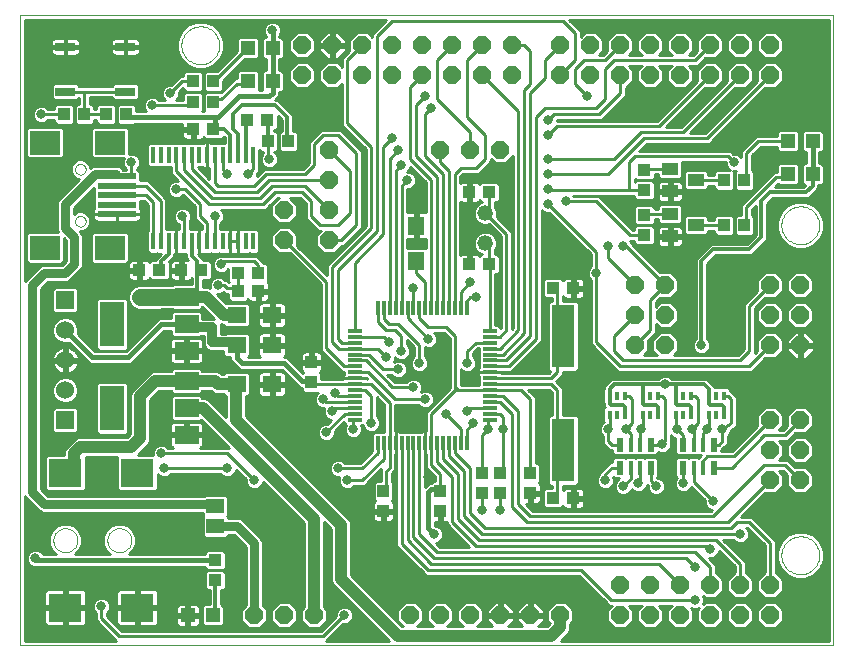
<source format=gtl>
G75*
G70*
%OFA0B0*%
%FSLAX24Y24*%
%IPPOS*%
%LPD*%
%AMOC8*
5,1,8,0,0,1.08239X$1,22.5*
%
%ADD10C,0.0000*%
%ADD11R,0.0472X0.0118*%
%ADD12R,0.0118X0.0472*%
%ADD13R,0.0790X0.0590*%
%ADD14R,0.0790X0.1500*%
%ADD15OC8,0.0600*%
%ADD16C,0.0520*%
%ADD17R,0.0630X0.0551*%
%ADD18R,0.0433X0.0394*%
%ADD19R,0.0472X0.0472*%
%ADD20R,0.0394X0.0433*%
%ADD21R,0.0551X0.0630*%
%ADD22R,0.0760X0.2100*%
%ADD23R,0.0551X0.0394*%
%ADD24R,0.0984X0.0787*%
%ADD25R,0.1299X0.0197*%
%ADD26R,0.0650X0.0300*%
%ADD27R,0.0137X0.0550*%
%ADD28R,0.0600X0.0600*%
%ADD29C,0.0600*%
%ADD30R,0.0591X0.0512*%
%ADD31R,0.1102X0.0945*%
%ADD32R,0.0157X0.0315*%
%ADD33R,0.0173X0.0453*%
%ADD34R,0.0248X0.0453*%
%ADD35C,0.0300*%
%ADD36C,0.0100*%
%ADD37C,0.0320*%
%ADD38C,0.0400*%
%ADD39C,0.0560*%
%ADD40C,0.0120*%
%ADD41C,0.0320*%
%ADD42C,0.0160*%
%ADD43C,0.0200*%
D10*
X001643Y000202D02*
X001643Y021202D01*
X028743Y021202D01*
X028743Y000202D01*
X001643Y000202D01*
X002743Y003702D02*
X002745Y003742D01*
X002751Y003781D01*
X002761Y003820D01*
X002774Y003857D01*
X002792Y003893D01*
X002813Y003927D01*
X002837Y003959D01*
X002864Y003988D01*
X002894Y004015D01*
X002926Y004038D01*
X002961Y004058D01*
X002997Y004074D01*
X003035Y004087D01*
X003074Y004096D01*
X003113Y004101D01*
X003153Y004102D01*
X003193Y004099D01*
X003232Y004092D01*
X003270Y004081D01*
X003308Y004067D01*
X003343Y004048D01*
X003376Y004027D01*
X003408Y004002D01*
X003436Y003974D01*
X003462Y003944D01*
X003484Y003911D01*
X003503Y003876D01*
X003519Y003839D01*
X003531Y003801D01*
X003539Y003762D01*
X003543Y003722D01*
X003543Y003682D01*
X003539Y003642D01*
X003531Y003603D01*
X003519Y003565D01*
X003503Y003528D01*
X003484Y003493D01*
X003462Y003460D01*
X003436Y003430D01*
X003408Y003402D01*
X003376Y003377D01*
X003343Y003356D01*
X003308Y003337D01*
X003270Y003323D01*
X003232Y003312D01*
X003193Y003305D01*
X003153Y003302D01*
X003113Y003303D01*
X003074Y003308D01*
X003035Y003317D01*
X002997Y003330D01*
X002961Y003346D01*
X002926Y003366D01*
X002894Y003389D01*
X002864Y003416D01*
X002837Y003445D01*
X002813Y003477D01*
X002792Y003511D01*
X002774Y003547D01*
X002761Y003584D01*
X002751Y003623D01*
X002745Y003662D01*
X002743Y003702D01*
X004543Y003702D02*
X004545Y003742D01*
X004551Y003781D01*
X004561Y003820D01*
X004574Y003857D01*
X004592Y003893D01*
X004613Y003927D01*
X004637Y003959D01*
X004664Y003988D01*
X004694Y004015D01*
X004726Y004038D01*
X004761Y004058D01*
X004797Y004074D01*
X004835Y004087D01*
X004874Y004096D01*
X004913Y004101D01*
X004953Y004102D01*
X004993Y004099D01*
X005032Y004092D01*
X005070Y004081D01*
X005108Y004067D01*
X005143Y004048D01*
X005176Y004027D01*
X005208Y004002D01*
X005236Y003974D01*
X005262Y003944D01*
X005284Y003911D01*
X005303Y003876D01*
X005319Y003839D01*
X005331Y003801D01*
X005339Y003762D01*
X005343Y003722D01*
X005343Y003682D01*
X005339Y003642D01*
X005331Y003603D01*
X005319Y003565D01*
X005303Y003528D01*
X005284Y003493D01*
X005262Y003460D01*
X005236Y003430D01*
X005208Y003402D01*
X005176Y003377D01*
X005143Y003356D01*
X005108Y003337D01*
X005070Y003323D01*
X005032Y003312D01*
X004993Y003305D01*
X004953Y003302D01*
X004913Y003303D01*
X004874Y003308D01*
X004835Y003317D01*
X004797Y003330D01*
X004761Y003346D01*
X004726Y003366D01*
X004694Y003389D01*
X004664Y003416D01*
X004637Y003445D01*
X004613Y003477D01*
X004592Y003511D01*
X004574Y003547D01*
X004561Y003584D01*
X004551Y003623D01*
X004545Y003662D01*
X004543Y003702D01*
X003466Y014335D02*
X003468Y014361D01*
X003474Y014387D01*
X003484Y014412D01*
X003497Y014435D01*
X003513Y014455D01*
X003533Y014473D01*
X003555Y014488D01*
X003578Y014500D01*
X003604Y014508D01*
X003630Y014512D01*
X003656Y014512D01*
X003682Y014508D01*
X003708Y014500D01*
X003732Y014488D01*
X003753Y014473D01*
X003773Y014455D01*
X003789Y014435D01*
X003802Y014412D01*
X003812Y014387D01*
X003818Y014361D01*
X003820Y014335D01*
X003818Y014309D01*
X003812Y014283D01*
X003802Y014258D01*
X003789Y014235D01*
X003773Y014215D01*
X003753Y014197D01*
X003731Y014182D01*
X003708Y014170D01*
X003682Y014162D01*
X003656Y014158D01*
X003630Y014158D01*
X003604Y014162D01*
X003578Y014170D01*
X003554Y014182D01*
X003533Y014197D01*
X003513Y014215D01*
X003497Y014235D01*
X003484Y014258D01*
X003474Y014283D01*
X003468Y014309D01*
X003466Y014335D01*
X003466Y016068D02*
X003468Y016094D01*
X003474Y016120D01*
X003484Y016145D01*
X003497Y016168D01*
X003513Y016188D01*
X003533Y016206D01*
X003555Y016221D01*
X003578Y016233D01*
X003604Y016241D01*
X003630Y016245D01*
X003656Y016245D01*
X003682Y016241D01*
X003708Y016233D01*
X003732Y016221D01*
X003753Y016206D01*
X003773Y016188D01*
X003789Y016168D01*
X003802Y016145D01*
X003812Y016120D01*
X003818Y016094D01*
X003820Y016068D01*
X003818Y016042D01*
X003812Y016016D01*
X003802Y015991D01*
X003789Y015968D01*
X003773Y015948D01*
X003753Y015930D01*
X003731Y015915D01*
X003708Y015903D01*
X003682Y015895D01*
X003656Y015891D01*
X003630Y015891D01*
X003604Y015895D01*
X003578Y015903D01*
X003554Y015915D01*
X003533Y015930D01*
X003513Y015948D01*
X003497Y015968D01*
X003484Y015991D01*
X003474Y016016D01*
X003468Y016042D01*
X003466Y016068D01*
X007013Y020202D02*
X007015Y020252D01*
X007021Y020302D01*
X007031Y020351D01*
X007045Y020399D01*
X007062Y020446D01*
X007083Y020491D01*
X007108Y020535D01*
X007136Y020576D01*
X007168Y020615D01*
X007202Y020652D01*
X007239Y020686D01*
X007279Y020716D01*
X007321Y020743D01*
X007365Y020767D01*
X007411Y020788D01*
X007458Y020804D01*
X007506Y020817D01*
X007556Y020826D01*
X007605Y020831D01*
X007656Y020832D01*
X007706Y020829D01*
X007755Y020822D01*
X007804Y020811D01*
X007852Y020796D01*
X007898Y020778D01*
X007943Y020756D01*
X007986Y020730D01*
X008027Y020701D01*
X008066Y020669D01*
X008102Y020634D01*
X008134Y020596D01*
X008164Y020556D01*
X008191Y020513D01*
X008214Y020469D01*
X008233Y020423D01*
X008249Y020375D01*
X008261Y020326D01*
X008269Y020277D01*
X008273Y020227D01*
X008273Y020177D01*
X008269Y020127D01*
X008261Y020078D01*
X008249Y020029D01*
X008233Y019981D01*
X008214Y019935D01*
X008191Y019891D01*
X008164Y019848D01*
X008134Y019808D01*
X008102Y019770D01*
X008066Y019735D01*
X008027Y019703D01*
X007986Y019674D01*
X007943Y019648D01*
X007898Y019626D01*
X007852Y019608D01*
X007804Y019593D01*
X007755Y019582D01*
X007706Y019575D01*
X007656Y019572D01*
X007605Y019573D01*
X007556Y019578D01*
X007506Y019587D01*
X007458Y019600D01*
X007411Y019616D01*
X007365Y019637D01*
X007321Y019661D01*
X007279Y019688D01*
X007239Y019718D01*
X007202Y019752D01*
X007168Y019789D01*
X007136Y019828D01*
X007108Y019869D01*
X007083Y019913D01*
X007062Y019958D01*
X007045Y020005D01*
X007031Y020053D01*
X007021Y020102D01*
X007015Y020152D01*
X007013Y020202D01*
X027013Y014202D02*
X027015Y014252D01*
X027021Y014302D01*
X027031Y014351D01*
X027045Y014399D01*
X027062Y014446D01*
X027083Y014491D01*
X027108Y014535D01*
X027136Y014576D01*
X027168Y014615D01*
X027202Y014652D01*
X027239Y014686D01*
X027279Y014716D01*
X027321Y014743D01*
X027365Y014767D01*
X027411Y014788D01*
X027458Y014804D01*
X027506Y014817D01*
X027556Y014826D01*
X027605Y014831D01*
X027656Y014832D01*
X027706Y014829D01*
X027755Y014822D01*
X027804Y014811D01*
X027852Y014796D01*
X027898Y014778D01*
X027943Y014756D01*
X027986Y014730D01*
X028027Y014701D01*
X028066Y014669D01*
X028102Y014634D01*
X028134Y014596D01*
X028164Y014556D01*
X028191Y014513D01*
X028214Y014469D01*
X028233Y014423D01*
X028249Y014375D01*
X028261Y014326D01*
X028269Y014277D01*
X028273Y014227D01*
X028273Y014177D01*
X028269Y014127D01*
X028261Y014078D01*
X028249Y014029D01*
X028233Y013981D01*
X028214Y013935D01*
X028191Y013891D01*
X028164Y013848D01*
X028134Y013808D01*
X028102Y013770D01*
X028066Y013735D01*
X028027Y013703D01*
X027986Y013674D01*
X027943Y013648D01*
X027898Y013626D01*
X027852Y013608D01*
X027804Y013593D01*
X027755Y013582D01*
X027706Y013575D01*
X027656Y013572D01*
X027605Y013573D01*
X027556Y013578D01*
X027506Y013587D01*
X027458Y013600D01*
X027411Y013616D01*
X027365Y013637D01*
X027321Y013661D01*
X027279Y013688D01*
X027239Y013718D01*
X027202Y013752D01*
X027168Y013789D01*
X027136Y013828D01*
X027108Y013869D01*
X027083Y013913D01*
X027062Y013958D01*
X027045Y014005D01*
X027031Y014053D01*
X027021Y014102D01*
X027015Y014152D01*
X027013Y014202D01*
X027013Y003202D02*
X027015Y003252D01*
X027021Y003302D01*
X027031Y003351D01*
X027045Y003399D01*
X027062Y003446D01*
X027083Y003491D01*
X027108Y003535D01*
X027136Y003576D01*
X027168Y003615D01*
X027202Y003652D01*
X027239Y003686D01*
X027279Y003716D01*
X027321Y003743D01*
X027365Y003767D01*
X027411Y003788D01*
X027458Y003804D01*
X027506Y003817D01*
X027556Y003826D01*
X027605Y003831D01*
X027656Y003832D01*
X027706Y003829D01*
X027755Y003822D01*
X027804Y003811D01*
X027852Y003796D01*
X027898Y003778D01*
X027943Y003756D01*
X027986Y003730D01*
X028027Y003701D01*
X028066Y003669D01*
X028102Y003634D01*
X028134Y003596D01*
X028164Y003556D01*
X028191Y003513D01*
X028214Y003469D01*
X028233Y003423D01*
X028249Y003375D01*
X028261Y003326D01*
X028269Y003277D01*
X028273Y003227D01*
X028273Y003177D01*
X028269Y003127D01*
X028261Y003078D01*
X028249Y003029D01*
X028233Y002981D01*
X028214Y002935D01*
X028191Y002891D01*
X028164Y002848D01*
X028134Y002808D01*
X028102Y002770D01*
X028066Y002735D01*
X028027Y002703D01*
X027986Y002674D01*
X027943Y002648D01*
X027898Y002626D01*
X027852Y002608D01*
X027804Y002593D01*
X027755Y002582D01*
X027706Y002575D01*
X027656Y002572D01*
X027605Y002573D01*
X027556Y002578D01*
X027506Y002587D01*
X027458Y002600D01*
X027411Y002616D01*
X027365Y002637D01*
X027321Y002661D01*
X027279Y002688D01*
X027239Y002718D01*
X027202Y002752D01*
X027168Y002789D01*
X027136Y002828D01*
X027108Y002869D01*
X027083Y002913D01*
X027062Y002958D01*
X027045Y003005D01*
X027031Y003053D01*
X027021Y003102D01*
X027015Y003152D01*
X027013Y003202D01*
D11*
X017287Y007725D03*
X017287Y007922D03*
X017287Y008119D03*
X017287Y008316D03*
X017287Y008513D03*
X017287Y008709D03*
X017287Y008906D03*
X017287Y009103D03*
X017287Y009300D03*
X017287Y009497D03*
X017287Y009694D03*
X017287Y009891D03*
X017287Y010087D03*
X017287Y010284D03*
X017287Y010481D03*
X017287Y010678D03*
X012799Y010678D03*
X012799Y010481D03*
X012799Y010284D03*
X012799Y010087D03*
X012799Y009891D03*
X012799Y009694D03*
X012799Y009497D03*
X012799Y009300D03*
X012799Y009103D03*
X012799Y008906D03*
X012799Y008709D03*
X012799Y008513D03*
X012799Y008316D03*
X012799Y008119D03*
X012799Y007922D03*
X012799Y007725D03*
D12*
X013566Y006957D03*
X013763Y006957D03*
X013960Y006957D03*
X014157Y006957D03*
X014354Y006957D03*
X014551Y006957D03*
X014748Y006957D03*
X014944Y006957D03*
X015141Y006957D03*
X015338Y006957D03*
X015535Y006957D03*
X015732Y006957D03*
X015929Y006957D03*
X016126Y006957D03*
X016322Y006957D03*
X016519Y006957D03*
X016519Y011446D03*
X016322Y011446D03*
X016126Y011446D03*
X015929Y011446D03*
X015732Y011446D03*
X015535Y011446D03*
X015338Y011446D03*
X015141Y011446D03*
X014944Y011446D03*
X014748Y011446D03*
X014551Y011446D03*
X014354Y011446D03*
X014157Y011446D03*
X013960Y011446D03*
X013763Y011446D03*
X013566Y011446D03*
D13*
X007183Y011812D03*
X007183Y010912D03*
X007183Y010012D03*
X007183Y009012D03*
X007183Y008112D03*
X007183Y007212D03*
D14*
X004703Y008102D03*
X004703Y010902D03*
D15*
X010443Y013702D03*
X010443Y014702D03*
X011943Y014702D03*
X011943Y013702D03*
X011943Y015702D03*
X011943Y016702D03*
X012043Y019202D03*
X011043Y019202D03*
X011043Y020202D03*
X012043Y020202D03*
X013043Y020202D03*
X014043Y020202D03*
X015043Y020202D03*
X016043Y020202D03*
X017043Y020202D03*
X018043Y020202D03*
X018043Y019202D03*
X017043Y019202D03*
X016043Y019202D03*
X015043Y019202D03*
X014043Y019202D03*
X013043Y019202D03*
X015643Y016702D03*
X016643Y016702D03*
X017643Y016702D03*
X019643Y019202D03*
X020643Y019202D03*
X021643Y019202D03*
X022643Y019202D03*
X023643Y019202D03*
X024643Y019202D03*
X025643Y019202D03*
X026643Y019202D03*
X026643Y020202D03*
X025643Y020202D03*
X024643Y020202D03*
X023643Y020202D03*
X022643Y020202D03*
X021643Y020202D03*
X020643Y020202D03*
X019643Y020202D03*
X022143Y012202D03*
X023143Y012202D03*
X023143Y011202D03*
X022143Y011202D03*
X022143Y010202D03*
X023143Y010202D03*
X026643Y010202D03*
X027643Y010202D03*
X027643Y011202D03*
X026643Y011202D03*
X026643Y012202D03*
X027643Y012202D03*
X027643Y007702D03*
X026643Y007702D03*
X026643Y006702D03*
X027643Y006702D03*
X027643Y005702D03*
X026643Y005702D03*
X026643Y002202D03*
X025643Y002202D03*
X024643Y002202D03*
X023643Y002202D03*
X022643Y002202D03*
X021643Y002202D03*
X021643Y001202D03*
X022643Y001202D03*
X023643Y001202D03*
X024643Y001202D03*
X025643Y001202D03*
X026643Y001202D03*
X019643Y001202D03*
X018643Y001202D03*
X017643Y001202D03*
X016643Y001202D03*
X015643Y001202D03*
X014643Y001202D03*
X011443Y001202D03*
X010443Y001202D03*
X009443Y001202D03*
D16*
X017143Y013602D03*
X017143Y014602D03*
D17*
X010033Y011202D03*
X008852Y011202D03*
X008852Y010202D03*
X010033Y010202D03*
X010033Y008902D03*
X008852Y008902D03*
D18*
X007677Y012702D03*
X007008Y012702D03*
X006277Y012702D03*
X005608Y012702D03*
X007408Y017402D03*
X008077Y017402D03*
X009208Y017702D03*
X009877Y017702D03*
X016608Y015302D03*
X017277Y015302D03*
X017277Y012902D03*
X016608Y012902D03*
X019408Y012102D03*
X020077Y012102D03*
X022443Y013867D03*
X022443Y014536D03*
X022443Y015367D03*
X022443Y016036D03*
X017643Y005936D03*
X017043Y005936D03*
X017043Y005267D03*
X017643Y005267D03*
X019408Y005102D03*
X020077Y005102D03*
X008143Y003036D03*
X008143Y002367D03*
D19*
X008056Y001202D03*
X007229Y001202D03*
X027229Y015902D03*
X028056Y015902D03*
X028056Y017002D03*
X027229Y017002D03*
X010056Y019002D03*
X009229Y019002D03*
X009229Y020102D03*
X010056Y020102D03*
D20*
X008077Y019002D03*
X007408Y019002D03*
X007408Y018302D03*
X008077Y018302D03*
X009908Y017002D03*
X010577Y017002D03*
X005177Y017902D03*
X004508Y017902D03*
X003777Y017902D03*
X003108Y017902D03*
X008908Y012602D03*
X008908Y012002D03*
X009577Y012002D03*
X009577Y012602D03*
X011343Y009636D03*
X011343Y008967D03*
X013743Y005336D03*
X013743Y004667D03*
X015643Y004667D03*
X015643Y005336D03*
X018643Y005267D03*
X018643Y005936D03*
X025108Y014202D03*
X025777Y014202D03*
X025777Y015702D03*
X025108Y015702D03*
D21*
X014843Y014192D03*
X014843Y013011D03*
D22*
X019743Y010502D03*
X019743Y006702D03*
D23*
X023310Y013828D03*
X024176Y014202D03*
X023310Y014576D03*
X023310Y015328D03*
X024176Y015702D03*
X023310Y016076D03*
D24*
X004627Y016954D03*
X002462Y016954D03*
X002462Y013450D03*
X004627Y013450D03*
D25*
X004863Y014572D03*
X004863Y014887D03*
X004863Y015202D03*
X004863Y015517D03*
X004863Y015831D03*
D26*
X005143Y018652D03*
X005143Y020152D03*
X003143Y020152D03*
X003143Y018652D03*
D27*
X006079Y016541D03*
X006335Y016541D03*
X006591Y016541D03*
X006847Y016541D03*
X007103Y016541D03*
X007359Y016541D03*
X007615Y016541D03*
X007871Y016541D03*
X008127Y016541D03*
X008383Y016541D03*
X008639Y016541D03*
X008894Y016541D03*
X009150Y016541D03*
X009406Y016541D03*
X009406Y013662D03*
X009150Y013662D03*
X008894Y013662D03*
X008639Y013662D03*
X008383Y013662D03*
X008127Y013662D03*
X007871Y013662D03*
X007615Y013662D03*
X007359Y013662D03*
X007103Y013662D03*
X006847Y013662D03*
X006591Y013662D03*
X006335Y013662D03*
X006079Y013662D03*
D28*
X003143Y011702D03*
X003143Y007702D03*
D29*
X003143Y008702D03*
X003143Y009702D03*
X003143Y010702D03*
D30*
X008143Y004836D03*
X008143Y004167D03*
D31*
X005544Y005946D03*
X003143Y005946D03*
X003143Y001457D03*
X005544Y001457D03*
D32*
X021287Y007887D03*
X021543Y007887D03*
X021799Y007887D03*
X022387Y007887D03*
X022643Y007887D03*
X022899Y007887D03*
X023487Y007887D03*
X023743Y007887D03*
X023999Y007887D03*
X024587Y007887D03*
X024843Y007887D03*
X025099Y007887D03*
X025099Y008517D03*
X024843Y008517D03*
X024587Y008517D03*
X023999Y008517D03*
X023743Y008517D03*
X023487Y008517D03*
X022899Y008517D03*
X022643Y008517D03*
X022387Y008517D03*
X021799Y008517D03*
X021543Y008517D03*
X021287Y008517D03*
D33*
X021985Y006885D03*
X022300Y006885D03*
X022300Y006118D03*
X021985Y006118D03*
X024085Y006118D03*
X024400Y006118D03*
X024400Y006885D03*
X024085Y006885D03*
D34*
X023733Y006885D03*
X024753Y006885D03*
X024753Y006118D03*
X023733Y006118D03*
X022653Y006118D03*
X022653Y006885D03*
X021633Y006885D03*
X021633Y006118D03*
D35*
X009443Y003602D02*
X009443Y001202D01*
X009443Y003602D02*
X008877Y004167D01*
X008143Y004167D01*
X008143Y004836D02*
X008077Y004902D01*
X002443Y004902D01*
X002043Y005302D01*
X002043Y012202D01*
X002443Y012602D01*
X003143Y012602D01*
X003443Y012902D01*
X003443Y013802D01*
X003143Y014102D01*
X003143Y014902D01*
X004143Y015902D01*
X004843Y015902D01*
D36*
X004863Y015831D02*
X004893Y015802D01*
X005243Y015802D01*
X005343Y015902D01*
X005343Y016302D01*
X005249Y016577D02*
X005249Y017401D01*
X005173Y017477D01*
X004081Y017477D01*
X004005Y017401D01*
X004005Y016506D01*
X004081Y016430D01*
X005082Y016430D01*
X005053Y016359D01*
X005053Y016244D01*
X005097Y016137D01*
X005163Y016071D01*
X005163Y016060D01*
X005080Y016060D01*
X005001Y016139D01*
X004899Y016182D01*
X004199Y016182D01*
X004087Y016182D01*
X003984Y016139D01*
X003970Y016125D01*
X003970Y016133D01*
X003920Y016253D01*
X003828Y016345D01*
X003708Y016395D01*
X003578Y016395D01*
X003457Y016345D01*
X003365Y016253D01*
X003316Y016133D01*
X003316Y016003D01*
X003365Y015882D01*
X003457Y015790D01*
X003578Y015741D01*
X003586Y015741D01*
X002984Y015139D01*
X002905Y015060D01*
X002863Y014957D01*
X002863Y014157D01*
X002863Y014046D01*
X002893Y013973D01*
X001916Y013973D01*
X001840Y013897D01*
X001840Y013002D01*
X001916Y012926D01*
X003008Y012926D01*
X003084Y013002D01*
X003084Y013765D01*
X003163Y013686D01*
X003163Y013018D01*
X003027Y012882D01*
X002499Y012882D01*
X002387Y012882D01*
X002284Y012839D01*
X001884Y012439D01*
X001805Y012360D01*
X001793Y012329D01*
X001793Y021052D01*
X013838Y021052D01*
X013468Y020682D01*
X013363Y020576D01*
X013363Y020490D01*
X013221Y020632D01*
X012865Y020632D01*
X012613Y020380D01*
X012613Y020026D01*
X012468Y019882D01*
X012363Y019776D01*
X012363Y019490D01*
X012221Y019632D01*
X011865Y019632D01*
X011613Y019380D01*
X011613Y019023D01*
X011473Y019023D01*
X011221Y018772D01*
X010865Y018772D01*
X010613Y019023D01*
X010422Y019023D01*
X010422Y018925D02*
X010711Y018925D01*
X010613Y019023D02*
X010613Y019380D01*
X010865Y019632D01*
X011221Y019632D01*
X011473Y019380D01*
X011473Y019023D01*
X011473Y019122D02*
X011613Y019122D01*
X011613Y019220D02*
X011473Y019220D01*
X011473Y019319D02*
X011613Y019319D01*
X011651Y019418D02*
X011435Y019418D01*
X011336Y019516D02*
X011749Y019516D01*
X011848Y019615D02*
X011238Y019615D01*
X011221Y019772D02*
X010865Y019772D01*
X010613Y020023D01*
X010613Y020380D01*
X010865Y020632D01*
X011221Y020632D01*
X011473Y020380D01*
X011473Y020023D01*
X011221Y019772D01*
X011261Y019812D02*
X011796Y019812D01*
X011856Y019752D02*
X011593Y020015D01*
X011593Y020152D01*
X011993Y020152D01*
X011993Y020251D01*
X011593Y020251D01*
X011593Y020388D01*
X011856Y020652D01*
X011993Y020652D01*
X011993Y020252D01*
X012093Y020252D01*
X012093Y020652D01*
X012229Y020652D01*
X012493Y020388D01*
X012493Y020251D01*
X012093Y020251D01*
X012093Y020152D01*
X012493Y020152D01*
X012493Y020015D01*
X012229Y019752D01*
X012093Y019752D01*
X012093Y020151D01*
X011993Y020151D01*
X011993Y019752D01*
X011856Y019752D01*
X011993Y019812D02*
X012093Y019812D01*
X012093Y019910D02*
X011993Y019910D01*
X011993Y020009D02*
X012093Y020009D01*
X012093Y020107D02*
X011993Y020107D01*
X011993Y020206D02*
X011473Y020206D01*
X011473Y020304D02*
X011593Y020304D01*
X011608Y020403D02*
X011449Y020403D01*
X011351Y020501D02*
X011706Y020501D01*
X011805Y020600D02*
X011252Y020600D01*
X010833Y020600D02*
X010315Y020600D01*
X010333Y020644D02*
X010333Y020759D01*
X010289Y020866D01*
X010207Y020947D01*
X010101Y020992D01*
X009985Y020992D01*
X009879Y020947D01*
X009797Y020866D01*
X009753Y020759D01*
X009753Y020644D01*
X009797Y020537D01*
X009846Y020488D01*
X009846Y020468D01*
X009766Y020468D01*
X009690Y020392D01*
X009690Y019811D01*
X009766Y019735D01*
X009846Y019735D01*
X009846Y019368D01*
X009766Y019368D01*
X009690Y019292D01*
X009690Y018712D01*
X009596Y018712D01*
X009596Y019292D01*
X009519Y019368D01*
X008939Y019368D01*
X008863Y019292D01*
X008863Y019095D01*
X008782Y019095D01*
X008331Y018645D01*
X008328Y018648D01*
X007827Y018648D01*
X007751Y018572D01*
X007751Y018031D01*
X007770Y018012D01*
X007715Y018012D01*
X007735Y018031D01*
X007735Y018572D01*
X007659Y018648D01*
X007157Y018648D01*
X007081Y018572D01*
X007081Y018382D01*
X006833Y018382D01*
X006889Y018437D01*
X006933Y018544D01*
X006933Y018637D01*
X007081Y018786D01*
X007081Y018731D01*
X007157Y018655D01*
X007659Y018655D01*
X007735Y018731D01*
X007735Y019272D01*
X007659Y019348D01*
X007157Y019348D01*
X007081Y019272D01*
X007081Y019182D01*
X006968Y019182D01*
X006678Y018892D01*
X006585Y018892D01*
X006479Y018847D01*
X006397Y018766D01*
X006353Y018659D01*
X006353Y018544D01*
X006397Y018437D01*
X006453Y018382D01*
X006273Y018382D01*
X006207Y018447D01*
X006101Y018492D01*
X005985Y018492D01*
X005879Y018447D01*
X005797Y018366D01*
X005753Y018259D01*
X005753Y018144D01*
X005797Y018037D01*
X005823Y018012D01*
X005504Y018012D01*
X005504Y018172D01*
X005428Y018248D01*
X004927Y018248D01*
X004851Y018172D01*
X004851Y017631D01*
X004927Y017555D01*
X005428Y017555D01*
X005465Y017592D01*
X007042Y017592D01*
X007042Y017450D01*
X007359Y017450D01*
X007359Y017353D01*
X007042Y017353D01*
X007042Y017185D01*
X007052Y017147D01*
X007072Y017113D01*
X007100Y017085D01*
X007134Y017065D01*
X007172Y017055D01*
X007360Y017055D01*
X007360Y017353D01*
X007457Y017353D01*
X007457Y017055D01*
X007644Y017055D01*
X007683Y017065D01*
X007717Y017085D01*
X007745Y017113D01*
X007754Y017128D01*
X007807Y017075D01*
X008348Y017075D01*
X008424Y017151D01*
X008425Y017151D01*
X008424Y017151D02*
X008424Y017152D01*
X008449Y017127D01*
X008449Y016946D01*
X008260Y016946D01*
X008255Y016940D01*
X008249Y016946D01*
X008014Y016946D01*
X007997Y016956D01*
X007959Y016966D01*
X007871Y016966D01*
X007871Y016541D01*
X007871Y016541D01*
X007871Y016116D01*
X007947Y016116D01*
X007947Y015752D01*
X007563Y016136D01*
X007727Y016136D01*
X007744Y016126D01*
X007783Y016116D01*
X007871Y016116D01*
X007871Y016541D01*
X007871Y016541D01*
X007871Y016966D01*
X007783Y016966D01*
X007744Y016956D01*
X007727Y016946D01*
X007493Y016946D01*
X007487Y016940D01*
X007481Y016946D01*
X007237Y016946D01*
X007231Y016940D01*
X007225Y016946D01*
X006981Y016946D01*
X006975Y016940D01*
X006969Y016946D01*
X006725Y016946D01*
X006719Y016940D01*
X006714Y016946D01*
X006469Y016946D01*
X006463Y016940D01*
X006458Y016946D01*
X006213Y016946D01*
X006207Y016940D01*
X006202Y016946D01*
X005957Y016946D01*
X005881Y016870D01*
X005881Y016212D01*
X005957Y016136D01*
X006202Y016136D01*
X006207Y016142D01*
X006213Y016136D01*
X006458Y016136D01*
X006463Y016142D01*
X006469Y016136D01*
X006667Y016136D01*
X006667Y016072D01*
X006667Y015923D01*
X006898Y015692D01*
X006785Y015692D01*
X006679Y015647D01*
X006597Y015566D01*
X006553Y015459D01*
X006553Y015344D01*
X006597Y015237D01*
X006679Y015156D01*
X006785Y015112D01*
X006901Y015112D01*
X007007Y015156D01*
X007071Y015219D01*
X007463Y014827D01*
X007463Y014427D01*
X007568Y014322D01*
X007691Y014199D01*
X007691Y014087D01*
X007615Y014087D01*
X007615Y013663D01*
X007615Y013663D01*
X007615Y014087D01*
X007527Y014087D01*
X007488Y014077D01*
X007472Y014067D01*
X007283Y014067D01*
X007283Y014332D01*
X007289Y014337D01*
X007333Y014444D01*
X007333Y014559D01*
X007289Y014666D01*
X007207Y014747D01*
X007101Y014792D01*
X006985Y014792D01*
X006879Y014747D01*
X006797Y014666D01*
X006753Y014559D01*
X006753Y014444D01*
X006797Y014337D01*
X006879Y014256D01*
X006923Y014237D01*
X006923Y014087D01*
X006847Y014087D01*
X006759Y014087D01*
X006721Y014077D01*
X006704Y014067D01*
X006515Y014067D01*
X006515Y014934D01*
X006515Y015084D01*
X005902Y015696D01*
X005753Y015696D01*
X005643Y015696D01*
X005643Y015984D01*
X005567Y016060D01*
X005523Y016060D01*
X005523Y016071D01*
X005589Y016137D01*
X005633Y016244D01*
X005633Y016359D01*
X005589Y016466D01*
X005507Y016547D01*
X005401Y016592D01*
X005285Y016592D01*
X005249Y016577D01*
X005249Y016658D02*
X005881Y016658D01*
X005881Y016560D02*
X005477Y016560D01*
X005591Y016461D02*
X005881Y016461D01*
X005881Y016363D02*
X005631Y016363D01*
X005633Y016264D02*
X005881Y016264D01*
X005927Y016166D02*
X005600Y016166D01*
X005523Y016067D02*
X006667Y016067D01*
X006667Y015969D02*
X005643Y015969D01*
X005643Y015870D02*
X006720Y015870D01*
X006818Y015771D02*
X005643Y015771D01*
X005926Y015673D02*
X006740Y015673D01*
X006605Y015574D02*
X006025Y015574D01*
X006123Y015476D02*
X006560Y015476D01*
X006553Y015377D02*
X006222Y015377D01*
X006320Y015279D02*
X006580Y015279D01*
X006654Y015180D02*
X006419Y015180D01*
X006515Y015082D02*
X007208Y015082D01*
X007110Y015180D02*
X007031Y015180D01*
X007143Y015402D02*
X006843Y015402D01*
X007143Y015402D02*
X007643Y014902D01*
X007643Y014502D01*
X007871Y014274D01*
X007871Y013662D01*
X008127Y013662D02*
X008127Y014485D01*
X008143Y014502D01*
X008411Y014392D02*
X010144Y014392D01*
X010046Y014490D02*
X008433Y014490D01*
X008433Y014444D02*
X008433Y014559D01*
X008389Y014666D01*
X008333Y014722D01*
X009817Y014722D01*
X009923Y014827D01*
X010217Y015122D01*
X010255Y015122D01*
X010013Y014880D01*
X010013Y014523D01*
X010265Y014272D01*
X010621Y014272D01*
X010873Y014523D01*
X010873Y014880D01*
X010631Y015122D01*
X010968Y015122D01*
X011163Y014927D01*
X011163Y014427D01*
X011268Y014322D01*
X011568Y014022D01*
X011655Y014022D01*
X011513Y013880D01*
X011513Y013523D01*
X011765Y013272D01*
X012121Y013272D01*
X012371Y013522D01*
X012417Y013522D01*
X012917Y014022D01*
X012917Y014022D01*
X013023Y014127D01*
X013023Y016527D01*
X013023Y016676D01*
X012423Y017276D01*
X012317Y017382D01*
X011817Y017382D01*
X011668Y017382D01*
X011368Y017082D01*
X011263Y016976D01*
X011263Y016276D01*
X011068Y016082D01*
X009917Y016082D01*
X009768Y016082D01*
X009533Y015846D01*
X009533Y015937D01*
X009586Y015990D01*
X009586Y016139D01*
X009586Y016194D01*
X009605Y016212D01*
X009605Y016708D01*
X009657Y016655D01*
X009728Y016655D01*
X009728Y016597D01*
X009697Y016566D01*
X009653Y016459D01*
X009653Y016344D01*
X009697Y016237D01*
X009779Y016156D01*
X009885Y016112D01*
X010001Y016112D01*
X010107Y016156D01*
X010189Y016237D01*
X010233Y016344D01*
X010233Y016459D01*
X010189Y016566D01*
X010107Y016647D01*
X010089Y016655D01*
X010159Y016655D01*
X010235Y016731D01*
X010235Y017272D01*
X010159Y017348D01*
X010098Y017348D01*
X010098Y017375D01*
X010148Y017375D01*
X010224Y017451D01*
X010224Y017852D01*
X010353Y017723D01*
X010353Y017348D01*
X010327Y017348D01*
X010251Y017272D01*
X010251Y016731D01*
X010327Y016655D01*
X010828Y016655D01*
X010904Y016731D01*
X010904Y017272D01*
X010828Y017348D01*
X010733Y017348D01*
X011635Y017348D01*
X011536Y017250D02*
X010904Y017250D01*
X010904Y017151D02*
X011438Y017151D01*
X011339Y017052D02*
X010904Y017052D01*
X010904Y016954D02*
X011263Y016954D01*
X011263Y016855D02*
X010904Y016855D01*
X010904Y016757D02*
X011263Y016757D01*
X011263Y016658D02*
X010831Y016658D01*
X011263Y016560D02*
X010191Y016560D01*
X010162Y016658D02*
X010324Y016658D01*
X010251Y016757D02*
X010235Y016757D01*
X010235Y016855D02*
X010251Y016855D01*
X010251Y016954D02*
X010235Y016954D01*
X010235Y017052D02*
X010251Y017052D01*
X010251Y017151D02*
X010235Y017151D01*
X010235Y017250D02*
X010251Y017250D01*
X010353Y017348D02*
X010098Y017348D01*
X010220Y017447D02*
X010353Y017447D01*
X010353Y017545D02*
X010224Y017545D01*
X010224Y017644D02*
X010353Y017644D01*
X010333Y017742D02*
X010224Y017742D01*
X010224Y017841D02*
X010235Y017841D01*
X010477Y018136D02*
X012363Y018136D01*
X012363Y018038D02*
X010575Y018038D01*
X010622Y017992D02*
X010222Y018392D01*
X010130Y018392D01*
X010153Y018415D01*
X010266Y018528D01*
X010266Y018635D01*
X010346Y018635D01*
X010422Y018711D01*
X010422Y019292D01*
X010346Y019368D01*
X010266Y019368D01*
X010266Y019735D01*
X010346Y019735D01*
X010422Y019811D01*
X010422Y020392D01*
X010346Y020468D01*
X010266Y020468D01*
X010266Y020515D01*
X010289Y020537D01*
X010333Y020644D01*
X010333Y020699D02*
X013485Y020699D01*
X013584Y020797D02*
X010317Y020797D01*
X010259Y020896D02*
X013682Y020896D01*
X013781Y020994D02*
X001793Y020994D01*
X001793Y020896D02*
X007280Y020896D01*
X007201Y020863D02*
X006982Y020643D01*
X006863Y020357D01*
X006863Y020046D01*
X006982Y019760D01*
X007201Y019540D01*
X007488Y019422D01*
X007798Y019422D01*
X008085Y019540D01*
X008304Y019760D01*
X008423Y020046D01*
X008423Y020357D01*
X008304Y020643D01*
X008085Y020863D01*
X007798Y020982D01*
X007488Y020982D01*
X007201Y020863D01*
X007135Y020797D02*
X001793Y020797D01*
X001793Y020699D02*
X007037Y020699D01*
X006964Y020600D02*
X001793Y020600D01*
X001793Y020501D02*
X006923Y020501D01*
X006882Y020403D02*
X005579Y020403D01*
X005588Y020394D02*
X005560Y020422D01*
X005526Y020441D01*
X005488Y020452D01*
X005168Y020452D01*
X005168Y020177D01*
X005118Y020177D01*
X005118Y020452D01*
X004798Y020452D01*
X004760Y020441D01*
X004726Y020422D01*
X004698Y020394D01*
X004678Y020359D01*
X004668Y020321D01*
X004668Y020177D01*
X005118Y020177D01*
X005118Y020126D01*
X005168Y020126D01*
X005168Y019852D01*
X005488Y019852D01*
X005526Y019862D01*
X005560Y019882D01*
X005588Y019909D01*
X005608Y019944D01*
X005618Y019982D01*
X005618Y020126D01*
X005168Y020126D01*
X005168Y020177D01*
X005618Y020177D01*
X005618Y020321D01*
X005608Y020359D01*
X005588Y020394D01*
X005618Y020304D02*
X006863Y020304D01*
X006863Y020206D02*
X005618Y020206D01*
X005618Y020107D02*
X006863Y020107D01*
X006878Y020009D02*
X005618Y020009D01*
X005588Y019910D02*
X006919Y019910D01*
X006960Y019812D02*
X001793Y019812D01*
X001793Y019910D02*
X002697Y019910D01*
X002698Y019909D02*
X002726Y019882D01*
X002760Y019862D01*
X002798Y019852D01*
X003118Y019852D01*
X003118Y020126D01*
X003168Y020126D01*
X003168Y019852D01*
X003488Y019852D01*
X003526Y019862D01*
X003560Y019882D01*
X003588Y019909D01*
X003608Y019944D01*
X003618Y019982D01*
X003618Y020126D01*
X003168Y020126D01*
X003168Y020177D01*
X003118Y020177D01*
X003118Y020452D01*
X002798Y020452D01*
X002760Y020441D01*
X002726Y020422D01*
X002698Y020394D01*
X002678Y020359D01*
X002668Y020321D01*
X002668Y020177D01*
X003118Y020177D01*
X003118Y020126D01*
X002668Y020126D01*
X002668Y019982D01*
X002678Y019944D01*
X002698Y019909D01*
X002668Y020009D02*
X001793Y020009D01*
X001793Y020107D02*
X002668Y020107D01*
X002668Y020206D02*
X001793Y020206D01*
X001793Y020304D02*
X002668Y020304D01*
X002707Y020403D02*
X001793Y020403D01*
X001793Y019713D02*
X007028Y019713D01*
X007127Y019615D02*
X001793Y019615D01*
X001793Y019516D02*
X007260Y019516D01*
X007128Y019319D02*
X001793Y019319D01*
X001793Y019418D02*
X008277Y019418D01*
X008207Y019348D02*
X007827Y019348D01*
X007751Y019272D01*
X007751Y018731D01*
X007827Y018655D01*
X008328Y018655D01*
X008404Y018731D01*
X008404Y019008D01*
X009132Y019735D01*
X009519Y019735D01*
X009596Y019811D01*
X009596Y020392D01*
X009519Y020468D01*
X008939Y020468D01*
X008863Y020392D01*
X008863Y020004D01*
X008207Y019348D01*
X008375Y019516D02*
X008026Y019516D01*
X008159Y019615D02*
X008474Y019615D01*
X008572Y019713D02*
X008257Y019713D01*
X008326Y019812D02*
X008671Y019812D01*
X008769Y019910D02*
X008366Y019910D01*
X008407Y020009D02*
X008863Y020009D01*
X008863Y020107D02*
X008423Y020107D01*
X008423Y020206D02*
X008863Y020206D01*
X008863Y020304D02*
X008423Y020304D01*
X008404Y020403D02*
X008875Y020403D01*
X008363Y020501D02*
X009833Y020501D01*
X009771Y020600D02*
X008322Y020600D01*
X008249Y020699D02*
X009753Y020699D01*
X009769Y020797D02*
X008150Y020797D01*
X008005Y020896D02*
X009827Y020896D01*
X010266Y020501D02*
X010735Y020501D01*
X010636Y020403D02*
X010411Y020403D01*
X010422Y020304D02*
X010613Y020304D01*
X010613Y020206D02*
X010422Y020206D01*
X010422Y020107D02*
X010613Y020107D01*
X010628Y020009D02*
X010422Y020009D01*
X010422Y019910D02*
X010726Y019910D01*
X010825Y019812D02*
X010422Y019812D01*
X010266Y019713D02*
X012363Y019713D01*
X012363Y019615D02*
X012238Y019615D01*
X012336Y019516D02*
X012363Y019516D01*
X012543Y019702D02*
X012543Y017602D01*
X013343Y016802D01*
X013343Y014102D01*
X012043Y012802D01*
X012043Y010302D01*
X012257Y010087D01*
X012799Y010087D01*
X013557Y010087D01*
X013843Y009802D01*
X014133Y009801D02*
X014179Y009756D01*
X014285Y009712D01*
X014401Y009712D01*
X014507Y009756D01*
X014589Y009837D01*
X014633Y009944D01*
X014633Y010059D01*
X014589Y010166D01*
X014523Y010232D01*
X014523Y010367D01*
X014763Y010127D01*
X014763Y009832D01*
X014697Y009766D01*
X014653Y009659D01*
X014653Y009544D01*
X014697Y009437D01*
X014779Y009356D01*
X014885Y009312D01*
X015001Y009312D01*
X015107Y009356D01*
X015189Y009437D01*
X015233Y009544D01*
X015233Y009659D01*
X015189Y009766D01*
X015123Y009832D01*
X015123Y010127D01*
X015123Y010137D01*
X015185Y010112D01*
X015301Y010112D01*
X015407Y010156D01*
X015489Y010237D01*
X015533Y010344D01*
X015533Y010459D01*
X015489Y010566D01*
X015433Y010622D01*
X015768Y010622D01*
X015963Y010427D01*
X015963Y008876D01*
X015963Y008776D01*
X015158Y007971D01*
X015158Y007822D01*
X015158Y007344D01*
X015141Y007344D01*
X015062Y007344D01*
X015024Y007333D01*
X015007Y007324D01*
X014831Y007324D01*
X014664Y007324D01*
X014438Y007324D01*
X014291Y007324D01*
X014274Y007333D01*
X014236Y007344D01*
X014157Y007344D01*
X014157Y006958D01*
X014157Y006958D01*
X014157Y007344D01*
X014140Y007344D01*
X014140Y008210D01*
X014140Y008222D01*
X014913Y008222D01*
X014979Y008156D01*
X015085Y008112D01*
X015201Y008112D01*
X015307Y008156D01*
X015389Y008237D01*
X015433Y008344D01*
X015433Y008459D01*
X015389Y008566D01*
X015307Y008647D01*
X015201Y008692D01*
X015085Y008692D01*
X014996Y008655D01*
X015033Y008744D01*
X015033Y008859D01*
X014989Y008966D01*
X014907Y009047D01*
X014801Y009092D01*
X014685Y009092D01*
X014579Y009047D01*
X014513Y008982D01*
X014117Y008982D01*
X013877Y009222D01*
X014013Y009222D01*
X014079Y009156D01*
X014185Y009112D01*
X014301Y009112D01*
X014407Y009156D01*
X014489Y009237D01*
X014533Y009344D01*
X014533Y009459D01*
X014489Y009566D01*
X014407Y009647D01*
X014301Y009692D01*
X014185Y009692D01*
X014096Y009655D01*
X014133Y009744D01*
X014133Y009801D01*
X014133Y009760D02*
X014174Y009760D01*
X014113Y009662D02*
X014099Y009662D01*
X014373Y009662D02*
X014654Y009662D01*
X014653Y009563D02*
X014490Y009563D01*
X014531Y009465D02*
X014686Y009465D01*
X014768Y009366D02*
X014533Y009366D01*
X014501Y009268D02*
X015963Y009268D01*
X015963Y009366D02*
X015117Y009366D01*
X015200Y009465D02*
X015963Y009465D01*
X015963Y009563D02*
X015233Y009563D01*
X015232Y009662D02*
X015963Y009662D01*
X015963Y009760D02*
X015191Y009760D01*
X015123Y009859D02*
X015963Y009859D01*
X015963Y009957D02*
X015123Y009957D01*
X015123Y010056D02*
X015963Y010056D01*
X015963Y010154D02*
X015404Y010154D01*
X015495Y010253D02*
X015963Y010253D01*
X015963Y010352D02*
X015533Y010352D01*
X015533Y010450D02*
X015940Y010450D01*
X015841Y010549D02*
X015496Y010549D01*
X015243Y010402D02*
X014551Y011094D01*
X014551Y011446D01*
X014748Y011446D02*
X014748Y012097D01*
X014743Y012102D01*
X015141Y012303D02*
X014843Y012602D01*
X014843Y013011D01*
X014743Y012911D01*
X014534Y013456D02*
X015158Y013456D01*
X015158Y013733D01*
X015138Y013727D01*
X014893Y013727D01*
X014893Y014142D01*
X014793Y014142D01*
X014793Y013727D01*
X014547Y013727D01*
X014534Y013731D01*
X014534Y013456D01*
X014534Y013505D02*
X015158Y013505D01*
X015158Y013603D02*
X014534Y013603D01*
X014534Y013702D02*
X015158Y013702D01*
X014893Y013801D02*
X014793Y013801D01*
X014793Y013899D02*
X014893Y013899D01*
X014893Y013998D02*
X014793Y013998D01*
X014793Y014096D02*
X014893Y014096D01*
X014893Y014242D02*
X014793Y014242D01*
X014793Y014657D01*
X014547Y014657D01*
X014534Y014653D01*
X014534Y015412D01*
X014601Y015412D01*
X014707Y015456D01*
X014789Y015537D01*
X014833Y015644D01*
X014833Y015759D01*
X014789Y015866D01*
X014707Y015947D01*
X014601Y015992D01*
X014543Y015992D01*
X014589Y016037D01*
X014633Y016144D01*
X014633Y016157D01*
X015158Y015632D01*
X015158Y014652D01*
X015138Y014657D01*
X014893Y014657D01*
X014893Y014242D01*
X014893Y014293D02*
X014793Y014293D01*
X014793Y014392D02*
X014893Y014392D01*
X014893Y014490D02*
X014793Y014490D01*
X014793Y014589D02*
X014893Y014589D01*
X015158Y014687D02*
X014534Y014687D01*
X014534Y014786D02*
X015158Y014786D01*
X015158Y014885D02*
X014534Y014885D01*
X014534Y014983D02*
X015158Y014983D01*
X015158Y015082D02*
X014534Y015082D01*
X014534Y015180D02*
X015158Y015180D01*
X015158Y015279D02*
X014534Y015279D01*
X014534Y015377D02*
X015158Y015377D01*
X015158Y015476D02*
X014727Y015476D01*
X014804Y015574D02*
X015158Y015574D01*
X015117Y015673D02*
X014833Y015673D01*
X014828Y015771D02*
X015018Y015771D01*
X014920Y015870D02*
X014785Y015870D01*
X014821Y015969D02*
X014656Y015969D01*
X014601Y016067D02*
X014723Y016067D01*
X014643Y016402D02*
X015338Y015706D01*
X015338Y011446D01*
X015141Y011446D02*
X015141Y012303D01*
X014944Y011446D02*
X014944Y011100D01*
X015243Y010802D01*
X015843Y010802D01*
X016143Y010502D01*
X016143Y008802D01*
X016243Y008702D01*
X017073Y008702D01*
X017081Y008709D01*
X017287Y008709D01*
X018335Y008709D01*
X018643Y008402D01*
X018643Y005936D01*
X018970Y005917D02*
X019233Y005917D01*
X019233Y005819D02*
X018970Y005819D01*
X018970Y005720D02*
X019233Y005720D01*
X019233Y005621D02*
X018925Y005621D01*
X018916Y005612D02*
X018970Y005666D01*
X018970Y006207D01*
X018894Y006283D01*
X018823Y006283D01*
X018823Y008327D01*
X018823Y008476D01*
X018573Y008726D01*
X019264Y008726D01*
X019363Y008627D01*
X019363Y007882D01*
X019309Y007882D01*
X019233Y007805D01*
X019233Y005598D01*
X019309Y005522D01*
X019363Y005522D01*
X019363Y005428D01*
X019138Y005428D01*
X019062Y005352D01*
X019062Y004851D01*
X019138Y004775D01*
X019679Y004775D01*
X019732Y004828D01*
X019741Y004813D01*
X019769Y004785D01*
X019803Y004765D01*
X019841Y004755D01*
X020029Y004755D01*
X020029Y005053D01*
X020126Y005053D01*
X020126Y004755D01*
X020314Y004755D01*
X020352Y004765D01*
X020386Y004785D01*
X020414Y004813D01*
X020434Y004847D01*
X020444Y004885D01*
X020444Y005053D01*
X020126Y005053D01*
X020126Y005150D01*
X020444Y005150D01*
X020444Y005318D01*
X020434Y005356D01*
X020414Y005391D01*
X020386Y005418D01*
X020352Y005438D01*
X020314Y005448D01*
X020126Y005448D01*
X020126Y005150D01*
X020029Y005150D01*
X020029Y005448D01*
X019841Y005448D01*
X019803Y005438D01*
X019769Y005418D01*
X019741Y005391D01*
X019732Y005375D01*
X019723Y005384D01*
X019723Y005522D01*
X020177Y005522D01*
X020253Y005598D01*
X020253Y007805D01*
X020177Y007882D01*
X019723Y007882D01*
X019723Y008627D01*
X019723Y008776D01*
X019497Y009002D01*
X019617Y009122D01*
X019723Y009227D01*
X019723Y009322D01*
X020177Y009322D01*
X020253Y009398D01*
X020253Y011605D01*
X020177Y011682D01*
X019723Y011682D01*
X019723Y011819D01*
X019732Y011828D01*
X019741Y011813D01*
X019769Y011785D01*
X019803Y011765D01*
X019841Y011755D01*
X020029Y011755D01*
X020029Y012053D01*
X020126Y012053D01*
X020126Y011755D01*
X020314Y011755D01*
X020352Y011765D01*
X020386Y011785D01*
X020414Y011813D01*
X020434Y011847D01*
X020444Y011885D01*
X020444Y012053D01*
X020126Y012053D01*
X020126Y012150D01*
X020444Y012150D01*
X020444Y012318D01*
X020434Y012356D01*
X020414Y012391D01*
X020386Y012418D01*
X020352Y012438D01*
X020314Y012448D01*
X020126Y012448D01*
X020126Y012150D01*
X020029Y012150D01*
X020029Y012448D01*
X019841Y012448D01*
X019803Y012438D01*
X019769Y012418D01*
X019741Y012391D01*
X019732Y012375D01*
X019679Y012428D01*
X019138Y012428D01*
X019062Y012352D01*
X019062Y011851D01*
X019138Y011775D01*
X019363Y011775D01*
X019363Y011682D01*
X019309Y011682D01*
X019233Y011605D01*
X019233Y009398D01*
X019309Y009322D01*
X019270Y009283D01*
X017673Y009283D01*
X017673Y009300D01*
X017673Y009317D01*
X017864Y009317D01*
X018013Y009317D01*
X019023Y010327D01*
X019023Y010476D01*
X019023Y014711D01*
X019079Y014656D01*
X019185Y014612D01*
X019278Y014612D01*
X020663Y013227D01*
X020663Y012832D01*
X020597Y012766D01*
X020553Y012659D01*
X020553Y012544D01*
X020597Y012437D01*
X020663Y012371D01*
X020663Y010376D01*
X020663Y010227D01*
X021568Y009322D01*
X021717Y009322D01*
X025868Y009322D01*
X026017Y009322D01*
X026467Y009772D01*
X026821Y009772D01*
X027073Y010023D01*
X027073Y010380D01*
X026821Y010632D01*
X026465Y010632D01*
X026213Y010380D01*
X026213Y010026D01*
X026123Y009936D01*
X026123Y011427D01*
X026467Y011772D01*
X026821Y011772D01*
X027073Y012023D01*
X027073Y012380D01*
X026821Y012632D01*
X026465Y012632D01*
X026213Y012380D01*
X026213Y012026D01*
X025763Y011576D01*
X025763Y011427D01*
X025763Y010076D01*
X025568Y009882D01*
X023431Y009882D01*
X023573Y010023D01*
X023573Y010380D01*
X023321Y010632D01*
X022965Y010632D01*
X022713Y010380D01*
X022713Y010023D01*
X022855Y009882D01*
X022431Y009882D01*
X022573Y010023D01*
X022573Y010377D01*
X022717Y010522D01*
X022823Y010627D01*
X022823Y010914D01*
X022965Y010772D01*
X023321Y010772D01*
X023573Y011023D01*
X023573Y011380D01*
X023321Y011632D01*
X022965Y011632D01*
X022823Y011490D01*
X022823Y011627D01*
X022967Y011772D01*
X023321Y011772D01*
X023573Y012023D01*
X023573Y012380D01*
X023321Y012632D01*
X022967Y012632D01*
X022028Y013571D01*
X021989Y013666D01*
X021968Y013687D01*
X022052Y013687D01*
X022096Y013687D01*
X022096Y013616D01*
X022172Y013540D01*
X022713Y013540D01*
X022789Y013616D01*
X022789Y014118D01*
X022713Y014194D01*
X022172Y014194D01*
X022096Y014118D01*
X022096Y014047D01*
X022052Y014047D01*
X021023Y015076D01*
X020917Y015182D01*
X020073Y015182D01*
X020068Y015187D01*
X022017Y015187D01*
X022096Y015187D01*
X022096Y015116D01*
X022172Y015040D01*
X022713Y015040D01*
X022789Y015116D01*
X022789Y015618D01*
X022713Y015694D01*
X022172Y015694D01*
X022123Y015644D01*
X022123Y015759D01*
X022172Y015709D01*
X022713Y015709D01*
X022789Y015786D01*
X022789Y015896D01*
X022904Y015896D01*
X022904Y015825D01*
X022980Y015749D01*
X023639Y015749D01*
X023715Y015825D01*
X023715Y016322D01*
X025153Y016322D01*
X025153Y016244D01*
X025197Y016137D01*
X025279Y016056D01*
X025297Y016048D01*
X024857Y016048D01*
X024781Y015972D01*
X024781Y015882D01*
X024581Y015882D01*
X024581Y015952D01*
X024505Y016028D01*
X023846Y016028D01*
X023770Y015952D01*
X023770Y015451D01*
X023846Y015375D01*
X024505Y015375D01*
X024581Y015451D01*
X024581Y015522D01*
X024781Y015522D01*
X024781Y015431D01*
X024857Y015355D01*
X025359Y015355D01*
X025435Y015431D01*
X025435Y015972D01*
X025395Y016012D01*
X025490Y016012D01*
X025451Y015972D01*
X025451Y015431D01*
X025527Y015355D01*
X026028Y015355D01*
X026104Y015431D01*
X026104Y015972D01*
X026028Y016048D01*
X026023Y016048D01*
X026023Y016527D01*
X026317Y016822D01*
X026863Y016822D01*
X026863Y016711D01*
X026939Y016635D01*
X027519Y016635D01*
X027596Y016711D01*
X027596Y017292D01*
X027519Y017368D01*
X026939Y017368D01*
X026863Y017292D01*
X026863Y017182D01*
X026317Y017182D01*
X026168Y017182D01*
X025768Y016782D01*
X025663Y016676D01*
X025663Y016492D01*
X025607Y016547D01*
X025501Y016592D01*
X025407Y016592D01*
X025317Y016682D01*
X022277Y016682D01*
X022517Y016922D01*
X024617Y016922D01*
X024723Y017027D01*
X026467Y018772D01*
X026821Y018772D01*
X027073Y019023D01*
X028593Y019023D01*
X028593Y018925D02*
X026974Y018925D01*
X026876Y018826D02*
X028593Y018826D01*
X028593Y018728D02*
X026424Y018728D01*
X026325Y018629D02*
X028593Y018629D01*
X028593Y018531D02*
X026226Y018531D01*
X026128Y018432D02*
X028593Y018432D01*
X028593Y018334D02*
X026029Y018334D01*
X025931Y018235D02*
X028593Y018235D01*
X028593Y018136D02*
X025832Y018136D01*
X025734Y018038D02*
X028593Y018038D01*
X028593Y017939D02*
X025635Y017939D01*
X025537Y017841D02*
X028593Y017841D01*
X028593Y017742D02*
X025438Y017742D01*
X025340Y017644D02*
X028593Y017644D01*
X028593Y017545D02*
X025241Y017545D01*
X025142Y017447D02*
X028593Y017447D01*
X028593Y017348D02*
X028366Y017348D01*
X028346Y017368D02*
X027766Y017368D01*
X027690Y017292D01*
X027690Y016711D01*
X027766Y016635D01*
X027846Y016635D01*
X027846Y016268D01*
X027766Y016268D01*
X027690Y016192D01*
X027690Y015611D01*
X027766Y015535D01*
X027808Y015535D01*
X027764Y015492D01*
X026787Y015492D01*
X026885Y015589D01*
X026939Y015535D01*
X027519Y015535D01*
X027596Y015611D01*
X027596Y016192D01*
X027519Y016268D01*
X026939Y016268D01*
X026863Y016192D01*
X026863Y015982D01*
X026768Y015982D01*
X026663Y015876D01*
X025768Y014982D01*
X025663Y014876D01*
X025663Y014548D01*
X025527Y014548D01*
X025451Y014472D01*
X025451Y013931D01*
X025527Y013855D01*
X026028Y013855D01*
X026104Y013931D01*
X026104Y014472D01*
X026028Y014548D01*
X026023Y014548D01*
X026023Y014727D01*
X026153Y014857D01*
X026153Y013880D01*
X025864Y013592D01*
X024822Y013592D01*
X024664Y013592D01*
X024264Y013192D01*
X024153Y013080D01*
X024153Y010422D01*
X024097Y010366D01*
X024053Y010259D01*
X024053Y010144D01*
X024097Y010037D01*
X024179Y009956D01*
X024285Y009912D01*
X024401Y009912D01*
X024507Y009956D01*
X024589Y010037D01*
X024633Y010144D01*
X024633Y010259D01*
X024589Y010366D01*
X024533Y010422D01*
X024533Y012923D01*
X024822Y013212D01*
X026022Y013212D01*
X026133Y013323D01*
X026533Y013723D01*
X026533Y013880D01*
X026533Y014923D01*
X026722Y015112D01*
X027764Y015112D01*
X027922Y015112D01*
X028246Y015436D01*
X028246Y015535D01*
X028346Y015535D01*
X028422Y015611D01*
X028422Y016192D01*
X028346Y016268D01*
X028266Y016268D01*
X028266Y016635D01*
X028346Y016635D01*
X028422Y016711D01*
X028422Y017292D01*
X028346Y017368D01*
X028422Y017250D02*
X028593Y017250D01*
X028593Y017151D02*
X028422Y017151D01*
X028422Y017052D02*
X028593Y017052D01*
X028593Y016954D02*
X028422Y016954D01*
X028422Y016855D02*
X028593Y016855D01*
X028593Y016757D02*
X028422Y016757D01*
X028369Y016658D02*
X028593Y016658D01*
X028593Y016560D02*
X028266Y016560D01*
X028266Y016461D02*
X028593Y016461D01*
X028593Y016363D02*
X028266Y016363D01*
X028350Y016264D02*
X028593Y016264D01*
X028593Y016166D02*
X028422Y016166D01*
X028422Y016067D02*
X028593Y016067D01*
X028593Y015969D02*
X028422Y015969D01*
X028422Y015870D02*
X028593Y015870D01*
X028593Y015771D02*
X028422Y015771D01*
X028422Y015673D02*
X028593Y015673D01*
X028593Y015574D02*
X028385Y015574D01*
X028246Y015476D02*
X028593Y015476D01*
X028593Y015377D02*
X028187Y015377D01*
X028089Y015279D02*
X028593Y015279D01*
X028593Y015180D02*
X027990Y015180D01*
X027798Y014982D02*
X027488Y014982D01*
X027201Y014863D01*
X026982Y014643D01*
X026863Y014357D01*
X026863Y014046D01*
X026982Y013760D01*
X027201Y013540D01*
X027488Y013422D01*
X027798Y013422D01*
X028085Y013540D01*
X028304Y013760D01*
X028423Y014046D01*
X028423Y014357D01*
X028304Y014643D01*
X028085Y014863D01*
X027798Y014982D01*
X028032Y014885D02*
X028593Y014885D01*
X028593Y014983D02*
X026593Y014983D01*
X026533Y014885D02*
X027253Y014885D01*
X027124Y014786D02*
X026533Y014786D01*
X026533Y014687D02*
X027026Y014687D01*
X026959Y014589D02*
X026533Y014589D01*
X026533Y014490D02*
X026918Y014490D01*
X026877Y014392D02*
X026533Y014392D01*
X026533Y014293D02*
X026863Y014293D01*
X026863Y014195D02*
X026533Y014195D01*
X026533Y014096D02*
X026863Y014096D01*
X026883Y013998D02*
X026533Y013998D01*
X026533Y013899D02*
X026924Y013899D01*
X026965Y013801D02*
X026533Y013801D01*
X026512Y013702D02*
X027039Y013702D01*
X027138Y013603D02*
X026413Y013603D01*
X026315Y013505D02*
X027286Y013505D01*
X027999Y013505D02*
X028593Y013505D01*
X028593Y013603D02*
X028148Y013603D01*
X028246Y013702D02*
X028593Y013702D01*
X028593Y013801D02*
X028321Y013801D01*
X028362Y013899D02*
X028593Y013899D01*
X028593Y013998D02*
X028403Y013998D01*
X028423Y014096D02*
X028593Y014096D01*
X028593Y014195D02*
X028423Y014195D01*
X028423Y014293D02*
X028593Y014293D01*
X028593Y014392D02*
X028408Y014392D01*
X028367Y014490D02*
X028593Y014490D01*
X028593Y014589D02*
X028327Y014589D01*
X028260Y014687D02*
X028593Y014687D01*
X028593Y014786D02*
X028161Y014786D01*
X028593Y015082D02*
X026692Y015082D01*
X026870Y015574D02*
X026900Y015574D01*
X026843Y015802D02*
X025843Y014802D01*
X025843Y014267D01*
X025777Y014202D01*
X025843Y014267D02*
X025877Y014302D01*
X026104Y014293D02*
X026153Y014293D01*
X026153Y014195D02*
X026104Y014195D01*
X026104Y014096D02*
X026153Y014096D01*
X026153Y013998D02*
X026104Y013998D01*
X026072Y013899D02*
X026153Y013899D01*
X026073Y013801D02*
X023358Y013801D01*
X023358Y013779D02*
X023358Y013876D01*
X023261Y013876D01*
X023261Y013779D01*
X022884Y013779D01*
X022884Y013611D01*
X022894Y013573D01*
X022914Y013539D01*
X022942Y013511D01*
X022976Y013491D01*
X023014Y013481D01*
X023261Y013481D01*
X023261Y013779D01*
X023358Y013779D01*
X023358Y013481D01*
X023605Y013481D01*
X023643Y013491D01*
X023677Y013511D01*
X023705Y013539D01*
X023725Y013573D01*
X023735Y013611D01*
X023735Y013779D01*
X023358Y013779D01*
X023358Y013702D02*
X023261Y013702D01*
X023261Y013801D02*
X022789Y013801D01*
X022789Y013899D02*
X022884Y013899D01*
X022884Y013876D02*
X022884Y014044D01*
X022894Y014082D01*
X022914Y014116D01*
X022942Y014144D01*
X022976Y014164D01*
X023014Y014174D01*
X023261Y014174D01*
X023261Y013876D01*
X022884Y013876D01*
X022884Y013998D02*
X022789Y013998D01*
X022789Y014096D02*
X022902Y014096D01*
X022980Y014249D02*
X022904Y014325D01*
X022904Y014396D01*
X022789Y014396D01*
X022789Y014286D01*
X022713Y014209D01*
X022172Y014209D01*
X022096Y014286D01*
X022096Y014787D01*
X022172Y014863D01*
X022713Y014863D01*
X022789Y014787D01*
X022789Y014756D01*
X022904Y014756D01*
X022904Y014826D01*
X022980Y014902D01*
X023639Y014902D01*
X023715Y014826D01*
X023715Y014325D01*
X023639Y014249D01*
X022980Y014249D01*
X022936Y014293D02*
X022789Y014293D01*
X022789Y014392D02*
X022904Y014392D01*
X023310Y014576D02*
X022482Y014576D01*
X022443Y014536D01*
X022096Y014490D02*
X021609Y014490D01*
X021707Y014392D02*
X022096Y014392D01*
X022096Y014293D02*
X021806Y014293D01*
X021904Y014195D02*
X023770Y014195D01*
X023770Y014293D02*
X023684Y014293D01*
X023715Y014392D02*
X023770Y014392D01*
X023770Y014452D02*
X023770Y013951D01*
X023846Y013875D01*
X024505Y013875D01*
X024581Y013951D01*
X024581Y014022D01*
X024781Y014022D01*
X024781Y013931D01*
X024857Y013855D01*
X025359Y013855D01*
X025435Y013931D01*
X025435Y014472D01*
X025359Y014548D01*
X024857Y014548D01*
X024781Y014472D01*
X024781Y014382D01*
X024581Y014382D01*
X024581Y014452D01*
X024505Y014528D01*
X023846Y014528D01*
X023770Y014452D01*
X023808Y014490D02*
X023715Y014490D01*
X023715Y014589D02*
X025663Y014589D01*
X025663Y014687D02*
X023715Y014687D01*
X023715Y014786D02*
X025663Y014786D01*
X025671Y014885D02*
X023657Y014885D01*
X023643Y014991D02*
X023677Y015011D01*
X023705Y015039D01*
X023725Y015073D01*
X023735Y015111D01*
X023735Y015279D01*
X023358Y015279D01*
X023358Y014981D01*
X023605Y014981D01*
X023643Y014991D01*
X023614Y014983D02*
X025770Y014983D01*
X025768Y014982D02*
X025768Y014982D01*
X025868Y015082D02*
X023727Y015082D01*
X023735Y015180D02*
X025967Y015180D01*
X026065Y015279D02*
X023735Y015279D01*
X023735Y015376D02*
X023735Y015544D01*
X023725Y015582D01*
X023705Y015616D01*
X023677Y015644D01*
X023643Y015664D01*
X023605Y015674D01*
X023358Y015674D01*
X023358Y015376D01*
X023261Y015376D01*
X023261Y015279D01*
X022884Y015279D01*
X022884Y015111D01*
X022894Y015073D01*
X022914Y015039D01*
X022942Y015011D01*
X022976Y014991D01*
X023014Y014981D01*
X023261Y014981D01*
X023261Y015279D01*
X023358Y015279D01*
X023261Y015279D01*
X023261Y015376D02*
X022884Y015376D01*
X022884Y015544D01*
X022894Y015582D01*
X022914Y015616D01*
X022942Y015644D01*
X022976Y015664D01*
X023014Y015674D01*
X023261Y015674D01*
X023261Y015376D01*
X023261Y015377D02*
X023358Y015377D01*
X023358Y015376D02*
X023735Y015376D01*
X023735Y015377D02*
X023844Y015377D01*
X023770Y015476D02*
X023735Y015476D01*
X023727Y015574D02*
X023770Y015574D01*
X023770Y015673D02*
X023611Y015673D01*
X023662Y015771D02*
X023770Y015771D01*
X023770Y015870D02*
X023715Y015870D01*
X023715Y015969D02*
X023787Y015969D01*
X023715Y016067D02*
X025267Y016067D01*
X025185Y016166D02*
X023715Y016166D01*
X023715Y016264D02*
X025153Y016264D01*
X025243Y016502D02*
X022143Y016502D01*
X021943Y016302D01*
X021943Y015367D01*
X019277Y015367D01*
X019243Y015402D01*
X019243Y015902D02*
X021243Y015902D01*
X022443Y017102D01*
X024543Y017102D01*
X026643Y019202D01*
X027073Y019220D02*
X028593Y019220D01*
X028593Y019122D02*
X027073Y019122D01*
X027073Y019023D02*
X027073Y019380D01*
X026821Y019632D01*
X026465Y019632D01*
X026213Y019380D01*
X026213Y019026D01*
X024468Y017282D01*
X023977Y017282D01*
X025467Y018772D01*
X025821Y018772D01*
X026073Y019023D01*
X026210Y019023D01*
X026213Y019122D02*
X026073Y019122D01*
X026073Y019220D02*
X026213Y019220D01*
X026213Y019319D02*
X026073Y019319D01*
X026073Y019380D02*
X025821Y019632D01*
X025465Y019632D01*
X025213Y019380D01*
X025213Y019026D01*
X023668Y017482D01*
X023177Y017482D01*
X024467Y018772D01*
X024821Y018772D01*
X025073Y019023D01*
X025210Y019023D01*
X025213Y019122D02*
X025073Y019122D01*
X025073Y019220D02*
X025213Y019220D01*
X025213Y019319D02*
X025073Y019319D01*
X025073Y019380D02*
X024821Y019632D01*
X024465Y019632D01*
X024213Y019380D01*
X024213Y019026D01*
X022868Y017682D01*
X019617Y017682D01*
X019533Y017682D01*
X019533Y017722D01*
X020868Y017722D01*
X021017Y017722D01*
X021717Y018422D01*
X021823Y018527D01*
X021823Y018773D01*
X022073Y019023D01*
X022213Y019023D01*
X022465Y018772D01*
X022821Y018772D01*
X023073Y019023D01*
X023213Y019023D01*
X023465Y018772D01*
X023821Y018772D01*
X024073Y019023D01*
X024210Y019023D01*
X024213Y019122D02*
X024073Y019122D01*
X024073Y019220D02*
X024213Y019220D01*
X024213Y019319D02*
X024073Y019319D01*
X024073Y019380D02*
X023931Y019522D01*
X024068Y019522D01*
X024217Y019522D01*
X024467Y019772D01*
X024821Y019772D01*
X025073Y020023D01*
X025073Y020380D01*
X024821Y020632D01*
X024465Y020632D01*
X024213Y020380D01*
X024213Y020026D01*
X024068Y019882D01*
X023931Y019882D01*
X024073Y020023D01*
X024073Y020380D01*
X023821Y020632D01*
X023465Y020632D01*
X023213Y020380D01*
X023213Y020023D01*
X023355Y019882D01*
X022931Y019882D01*
X023073Y020023D01*
X023073Y020380D01*
X022821Y020632D01*
X022465Y020632D01*
X022213Y020380D01*
X022213Y020023D01*
X022355Y019882D01*
X021931Y019882D01*
X022073Y020023D01*
X022073Y020380D01*
X021821Y020632D01*
X021465Y020632D01*
X021213Y020380D01*
X021213Y020026D01*
X021068Y019882D01*
X020931Y019882D01*
X021073Y020023D01*
X021073Y020380D01*
X020821Y020632D01*
X020465Y020632D01*
X020323Y020490D01*
X020323Y020527D01*
X020323Y020676D01*
X019947Y021052D01*
X028593Y021052D01*
X028593Y000352D01*
X019659Y000352D01*
X019923Y000615D01*
X019973Y000736D01*
X019973Y000867D01*
X019973Y000923D01*
X020073Y001023D01*
X020073Y001380D01*
X019821Y001632D01*
X019465Y001632D01*
X019213Y001380D01*
X019213Y001023D01*
X019305Y000931D01*
X019206Y000832D01*
X018909Y000832D01*
X019093Y001015D01*
X019093Y001152D01*
X018693Y001152D01*
X018693Y001251D01*
X019093Y001251D01*
X019093Y001388D01*
X018829Y001652D01*
X018693Y001652D01*
X018693Y001252D01*
X018593Y001252D01*
X018593Y001652D01*
X018456Y001652D01*
X018193Y001388D01*
X018193Y001251D01*
X018593Y001251D01*
X018593Y001152D01*
X018193Y001152D01*
X018193Y001015D01*
X018376Y000832D01*
X017909Y000832D01*
X018093Y001015D01*
X018093Y001152D01*
X017693Y001152D01*
X017693Y001251D01*
X018093Y001251D01*
X018093Y001388D01*
X017829Y001652D01*
X017693Y001652D01*
X017693Y001252D01*
X017593Y001252D01*
X017593Y001652D01*
X017456Y001652D01*
X017193Y001388D01*
X017193Y001251D01*
X017593Y001251D01*
X017593Y001152D01*
X017193Y001152D01*
X017193Y001015D01*
X017376Y000832D01*
X016881Y000832D01*
X017073Y001023D01*
X017073Y001380D01*
X016821Y001632D01*
X016465Y001632D01*
X016213Y001380D01*
X016213Y001023D01*
X016405Y000832D01*
X015881Y000832D01*
X016073Y001023D01*
X016073Y001380D01*
X015821Y001632D01*
X015465Y001632D01*
X015213Y001380D01*
X015213Y001023D01*
X015405Y000832D01*
X014881Y000832D01*
X015073Y001023D01*
X015073Y001380D01*
X014821Y001632D01*
X014465Y001632D01*
X014213Y001380D01*
X014213Y001023D01*
X014405Y000832D01*
X014379Y000832D01*
X012673Y002538D01*
X012673Y004136D01*
X012673Y004267D01*
X012623Y004388D01*
X009173Y007838D01*
X009173Y008496D01*
X009221Y008496D01*
X009297Y008572D01*
X009297Y009231D01*
X009221Y009307D01*
X008483Y009307D01*
X008408Y009232D01*
X008379Y009232D01*
X008320Y009291D01*
X008198Y009342D01*
X008067Y009342D01*
X007708Y009342D01*
X007708Y009360D01*
X007632Y009437D01*
X006734Y009437D01*
X006658Y009360D01*
X006658Y009332D01*
X006077Y009332D01*
X005956Y009281D01*
X005863Y009188D01*
X005363Y008688D01*
X005313Y008567D01*
X005313Y008436D01*
X005313Y007238D01*
X005206Y007132D01*
X003577Y007132D01*
X003456Y007081D01*
X003363Y006988D01*
X003163Y006788D01*
X003113Y006667D01*
X003113Y006548D01*
X002538Y006548D01*
X002462Y006472D01*
X002462Y005419D01*
X002538Y005343D01*
X003748Y005343D01*
X003824Y005419D01*
X003824Y006472D01*
X004863Y006472D01*
X004863Y005419D01*
X004939Y005343D01*
X006149Y005343D01*
X006226Y005419D01*
X006226Y005909D01*
X006279Y005856D01*
X006385Y005812D01*
X006501Y005812D01*
X006607Y005856D01*
X006673Y005922D01*
X008313Y005922D01*
X008379Y005856D01*
X008485Y005812D01*
X008601Y005812D01*
X008707Y005856D01*
X008789Y005937D01*
X008833Y006044D01*
X008833Y006057D01*
X009153Y005737D01*
X009153Y005644D01*
X009197Y005537D01*
X009279Y005456D01*
X009385Y005412D01*
X009501Y005412D01*
X009607Y005456D01*
X009689Y005537D01*
X009733Y005644D01*
X009733Y005645D01*
X011113Y004265D01*
X011113Y001480D01*
X011013Y001380D01*
X011013Y001023D01*
X011265Y000772D01*
X011621Y000772D01*
X011873Y001023D01*
X011873Y001380D01*
X011773Y001480D01*
X011773Y004305D01*
X012013Y004065D01*
X012013Y002336D01*
X012063Y002215D01*
X012156Y002122D01*
X013926Y000352D01*
X011847Y000352D01*
X011923Y000427D01*
X012407Y000912D01*
X012501Y000912D01*
X012607Y000956D01*
X012689Y001037D01*
X012733Y001144D01*
X012733Y001259D01*
X012689Y001366D01*
X012607Y001447D01*
X012501Y001492D01*
X012385Y001492D01*
X012279Y001447D01*
X012197Y001366D01*
X012153Y001259D01*
X012153Y001166D01*
X011668Y000682D01*
X005017Y000682D01*
X004523Y001176D01*
X004523Y001271D01*
X004589Y001337D01*
X004633Y001444D01*
X004633Y001559D01*
X004589Y001666D01*
X004507Y001747D01*
X004401Y001792D01*
X004285Y001792D01*
X004179Y001747D01*
X004097Y001666D01*
X004053Y001559D01*
X004053Y001444D01*
X004097Y001337D01*
X004163Y001271D01*
X004163Y001176D01*
X004163Y001027D01*
X004838Y000352D01*
X001793Y000352D01*
X001793Y005174D01*
X001805Y005143D01*
X002205Y004743D01*
X002284Y004664D01*
X002387Y004622D01*
X007718Y004622D01*
X007718Y004526D01*
X007742Y004502D01*
X007718Y004477D01*
X007718Y003857D01*
X007794Y003781D01*
X008492Y003781D01*
X008568Y003857D01*
X008568Y003887D01*
X008761Y003887D01*
X009163Y003486D01*
X009163Y001530D01*
X009013Y001380D01*
X009013Y001023D01*
X009265Y000772D01*
X009621Y000772D01*
X009873Y001023D01*
X009873Y001380D01*
X009723Y001530D01*
X009723Y003657D01*
X009680Y003760D01*
X009601Y003839D01*
X009036Y004404D01*
X008933Y004447D01*
X008822Y004447D01*
X008568Y004447D01*
X008568Y004477D01*
X008543Y004502D01*
X008568Y004526D01*
X008568Y005146D01*
X008492Y005222D01*
X007794Y005222D01*
X007753Y005182D01*
X002559Y005182D01*
X002323Y005418D01*
X002323Y012086D01*
X002559Y012322D01*
X003199Y012322D01*
X003301Y012364D01*
X003380Y012443D01*
X003680Y012743D01*
X003723Y012846D01*
X003723Y012957D01*
X003723Y013857D01*
X003680Y013960D01*
X003632Y014008D01*
X003708Y014008D01*
X003828Y014058D01*
X003920Y014150D01*
X003970Y014270D01*
X003970Y014401D01*
X003920Y014521D01*
X003828Y014613D01*
X003708Y014663D01*
X003578Y014663D01*
X003457Y014613D01*
X003423Y014578D01*
X003423Y014786D01*
X004084Y014786D01*
X004084Y014745D02*
X004074Y014728D01*
X004064Y014690D01*
X004064Y014572D01*
X004863Y014572D01*
X004863Y014571D01*
X004863Y014571D01*
X004863Y014323D01*
X004194Y014323D01*
X004156Y014333D01*
X004122Y014353D01*
X004094Y014381D01*
X004074Y014415D01*
X004064Y014453D01*
X004064Y014571D01*
X004863Y014571D01*
X004863Y014323D01*
X005533Y014323D01*
X005571Y014333D01*
X005605Y014353D01*
X005633Y014381D01*
X005653Y014415D01*
X005663Y014453D01*
X005663Y014571D01*
X004864Y014571D01*
X004864Y014572D01*
X005663Y014572D01*
X005663Y014690D01*
X005653Y014728D01*
X005643Y014745D01*
X005643Y015022D01*
X005768Y015022D01*
X005899Y014890D01*
X005899Y014009D01*
X005881Y013991D01*
X005881Y013333D01*
X005957Y013257D01*
X006202Y013257D01*
X006207Y013263D01*
X006213Y013257D01*
X006330Y013257D01*
X006264Y013192D01*
X006153Y013080D01*
X006153Y013028D01*
X006007Y013028D01*
X005954Y012975D01*
X005945Y012991D01*
X005917Y013018D01*
X005883Y013038D01*
X005844Y013048D01*
X005657Y013048D01*
X005657Y012750D01*
X005560Y012750D01*
X005560Y013048D01*
X005372Y013048D01*
X005334Y013038D01*
X005300Y013018D01*
X005272Y012991D01*
X005252Y012956D01*
X005242Y012918D01*
X005242Y012750D01*
X005559Y012750D01*
X005559Y012653D01*
X005242Y012653D01*
X005242Y012485D01*
X005252Y012447D01*
X005272Y012413D01*
X005300Y012385D01*
X005334Y012365D01*
X005372Y012355D01*
X005560Y012355D01*
X005560Y012653D01*
X005657Y012653D01*
X005657Y012355D01*
X005844Y012355D01*
X005883Y012365D01*
X005917Y012385D01*
X005945Y012413D01*
X005954Y012428D01*
X006007Y012375D01*
X006548Y012375D01*
X006624Y012451D01*
X006624Y012952D01*
X006593Y012983D01*
X006781Y013171D01*
X006781Y013237D01*
X006847Y013237D01*
X006847Y013662D01*
X006847Y013662D01*
X006847Y013237D01*
X006935Y013237D01*
X006974Y013247D01*
X006990Y013257D01*
X007169Y013257D01*
X007169Y013107D01*
X007227Y013048D01*
X007057Y013048D01*
X007057Y012750D01*
X006960Y012750D01*
X006960Y013048D01*
X006772Y013048D01*
X006734Y013038D01*
X006700Y013018D01*
X006672Y012991D01*
X006652Y012956D01*
X006642Y012918D01*
X006642Y012750D01*
X006959Y012750D01*
X006959Y012653D01*
X006642Y012653D01*
X006642Y012485D01*
X006652Y012447D01*
X006672Y012413D01*
X006700Y012385D01*
X006734Y012365D01*
X006772Y012355D01*
X006960Y012355D01*
X006960Y012653D01*
X007057Y012653D01*
X007057Y012355D01*
X007244Y012355D01*
X007283Y012365D01*
X007317Y012385D01*
X007345Y012413D01*
X007353Y012427D01*
X007353Y012237D01*
X006734Y012237D01*
X006719Y012222D01*
X005934Y012222D01*
X005771Y012222D01*
X005747Y012212D01*
X005561Y012212D01*
X005411Y012149D01*
X005295Y012034D01*
X005233Y011883D01*
X005233Y011720D01*
X005295Y011569D01*
X005411Y011454D01*
X005561Y011392D01*
X005924Y011392D01*
X006324Y011392D01*
X006349Y011402D01*
X006719Y011402D01*
X006734Y011387D01*
X007632Y011387D01*
X007708Y011463D01*
X007708Y011470D01*
X008086Y011092D01*
X007985Y011092D01*
X007708Y011092D01*
X007708Y011260D01*
X007632Y011337D01*
X006734Y011337D01*
X006658Y011260D01*
X006658Y011112D01*
X006256Y011112D01*
X006133Y010989D01*
X005156Y010012D01*
X004130Y010012D01*
X003559Y010582D01*
X003573Y010616D01*
X003573Y010787D01*
X003507Y010945D01*
X003386Y011066D01*
X003228Y011132D01*
X003057Y011132D01*
X002899Y011066D01*
X002778Y010945D01*
X002713Y010787D01*
X002713Y010616D01*
X002778Y010458D01*
X002899Y010337D01*
X003057Y010272D01*
X003228Y010272D01*
X003262Y010286D01*
X003833Y009715D01*
X003956Y009592D01*
X005156Y009592D01*
X005330Y009592D01*
X006430Y010692D01*
X006658Y010692D01*
X006658Y010563D01*
X006734Y010487D01*
X007632Y010487D01*
X007657Y010512D01*
X007753Y010512D01*
X007753Y010244D01*
X007797Y010137D01*
X007879Y010056D01*
X007985Y010012D01*
X008101Y010012D01*
X008407Y010012D01*
X008407Y009872D01*
X008483Y009796D01*
X008642Y009796D01*
X008642Y009705D01*
X008833Y009515D01*
X008956Y009392D01*
X010356Y009392D01*
X010833Y008915D01*
X010956Y008792D01*
X011016Y008792D01*
X011016Y008697D01*
X011092Y008620D01*
X011552Y008620D01*
X011497Y008566D01*
X011453Y008459D01*
X011453Y008344D01*
X011497Y008237D01*
X011579Y008156D01*
X011685Y008112D01*
X011775Y008112D01*
X011753Y008059D01*
X011753Y007944D01*
X011797Y007837D01*
X011879Y007756D01*
X011985Y007712D01*
X011998Y007712D01*
X011878Y007592D01*
X011785Y007592D01*
X011679Y007547D01*
X011597Y007466D01*
X011553Y007359D01*
X011553Y007244D01*
X011597Y007137D01*
X011679Y007056D01*
X011785Y007012D01*
X011901Y007012D01*
X012007Y007056D01*
X012089Y007137D01*
X012133Y007244D01*
X012133Y007337D01*
X012433Y007637D01*
X012433Y007612D01*
X012492Y007553D01*
X012453Y007459D01*
X012453Y007344D01*
X012497Y007237D01*
X012579Y007156D01*
X012685Y007112D01*
X012801Y007112D01*
X012907Y007156D01*
X012989Y007237D01*
X013033Y007344D01*
X013033Y007459D01*
X013001Y007536D01*
X013056Y007536D01*
X013097Y007437D01*
X013179Y007356D01*
X013285Y007312D01*
X013401Y007312D01*
X013507Y007356D01*
X013589Y007437D01*
X013633Y007544D01*
X013633Y007659D01*
X013589Y007766D01*
X013523Y007832D01*
X013523Y008467D01*
X013780Y008210D01*
X013780Y007324D01*
X013650Y007324D01*
X013454Y007324D01*
X013377Y007248D01*
X013377Y006691D01*
X012968Y006282D01*
X012473Y006282D01*
X012407Y006347D01*
X012301Y006392D01*
X012185Y006392D01*
X012079Y006347D01*
X011997Y006266D01*
X011953Y006159D01*
X011953Y006044D01*
X011997Y005937D01*
X012079Y005856D01*
X012185Y005812D01*
X012275Y005812D01*
X012253Y005759D01*
X012253Y005644D01*
X012297Y005537D01*
X012379Y005456D01*
X012485Y005412D01*
X012601Y005412D01*
X012707Y005456D01*
X012773Y005522D01*
X013117Y005522D01*
X013223Y005627D01*
X013663Y006067D01*
X013663Y005683D01*
X013492Y005683D01*
X013416Y005607D01*
X013416Y005066D01*
X013469Y005012D01*
X013454Y005003D01*
X013426Y004976D01*
X013406Y004941D01*
X013396Y004903D01*
X013396Y004715D01*
X013694Y004715D01*
X013694Y004618D01*
X013791Y004618D01*
X013791Y004300D01*
X013959Y004300D01*
X013998Y004311D01*
X014032Y004330D01*
X014060Y004358D01*
X014079Y004392D01*
X014090Y004431D01*
X014090Y004618D01*
X013791Y004618D01*
X013791Y004715D01*
X014090Y004715D01*
X014090Y004903D01*
X014079Y004941D01*
X014060Y004976D01*
X014032Y005003D01*
X014016Y005012D01*
X014070Y005066D01*
X014070Y005607D01*
X014023Y005653D01*
X014023Y005927D01*
X014140Y006044D01*
X014140Y006193D01*
X014140Y006571D01*
X014157Y006571D01*
X014174Y006571D01*
X014174Y003665D01*
X014174Y003516D01*
X015063Y002627D01*
X015168Y002522D01*
X020268Y002522D01*
X021163Y001627D01*
X021268Y001522D01*
X021355Y001522D01*
X021213Y001380D01*
X021213Y001023D01*
X021465Y000772D01*
X021821Y000772D01*
X022073Y001023D01*
X022073Y001380D01*
X021931Y001522D01*
X022355Y001522D01*
X022213Y001380D01*
X022213Y001023D01*
X022465Y000772D01*
X022821Y000772D01*
X023073Y001023D01*
X023073Y001380D01*
X022931Y001522D01*
X023355Y001522D01*
X023213Y001380D01*
X023213Y001023D01*
X023465Y000772D01*
X023821Y000772D01*
X024073Y001023D01*
X024073Y001380D01*
X024010Y001443D01*
X024085Y001412D01*
X024201Y001412D01*
X024276Y001443D01*
X024213Y001380D01*
X024213Y001023D01*
X024465Y000772D01*
X024821Y000772D01*
X025073Y001023D01*
X025073Y001380D01*
X024821Y001632D01*
X024465Y001632D01*
X024401Y001568D01*
X024433Y001644D01*
X024433Y001759D01*
X024401Y001835D01*
X024465Y001772D01*
X024821Y001772D01*
X025073Y002023D01*
X025073Y002380D01*
X024823Y002630D01*
X024823Y002876D01*
X024717Y002982D01*
X024587Y003112D01*
X024701Y003112D01*
X024807Y003156D01*
X024889Y003237D01*
X024933Y003344D01*
X024933Y003357D01*
X025463Y002827D01*
X025463Y002630D01*
X025213Y002380D01*
X025213Y002023D01*
X025465Y001772D01*
X025821Y001772D01*
X026073Y002023D01*
X026073Y002380D01*
X025823Y002630D01*
X025823Y002976D01*
X025717Y003082D01*
X025077Y003722D01*
X025413Y003722D01*
X025479Y003656D01*
X025585Y003612D01*
X025701Y003612D01*
X025807Y003656D01*
X025889Y003737D01*
X025933Y003844D01*
X025933Y003959D01*
X025889Y004066D01*
X025833Y004122D01*
X025868Y004122D01*
X026463Y003527D01*
X026463Y002630D01*
X026213Y002380D01*
X026213Y002023D01*
X026465Y001772D01*
X026821Y001772D01*
X027073Y002023D01*
X027073Y002380D01*
X026823Y002630D01*
X026823Y003527D01*
X026823Y003676D01*
X026017Y004482D01*
X025868Y004482D01*
X025677Y004482D01*
X026467Y005272D01*
X026821Y005272D01*
X027073Y005523D01*
X027073Y005880D01*
X026931Y006022D01*
X027068Y006022D01*
X027213Y005877D01*
X027213Y005523D01*
X027072Y005523D01*
X027073Y005621D02*
X027213Y005621D01*
X027213Y005523D02*
X027465Y005272D01*
X027821Y005272D01*
X028073Y005523D01*
X028073Y005880D01*
X027821Y006132D01*
X027467Y006132D01*
X027323Y006276D01*
X027217Y006382D01*
X026931Y006382D01*
X027073Y006523D01*
X027073Y006880D01*
X026931Y007022D01*
X027068Y007022D01*
X027217Y007022D01*
X027467Y007272D01*
X027821Y007272D01*
X028073Y007523D01*
X028073Y007880D01*
X027821Y008132D01*
X027465Y008132D01*
X027213Y007880D01*
X027213Y007526D01*
X027068Y007382D01*
X026931Y007382D01*
X027073Y007523D01*
X027073Y007880D01*
X026821Y008132D01*
X026465Y008132D01*
X026213Y007880D01*
X026213Y007526D01*
X025368Y006682D01*
X025007Y006682D01*
X025007Y006711D01*
X025107Y006811D01*
X025117Y006822D01*
X025117Y006822D01*
X025223Y006927D01*
X025223Y007171D01*
X025289Y007237D01*
X025333Y007344D01*
X025333Y007379D01*
X025397Y007422D01*
X025417Y007422D01*
X025457Y007462D01*
X025505Y007493D01*
X025509Y007513D01*
X025523Y007527D01*
X025523Y007584D01*
X025534Y007639D01*
X025523Y007656D01*
X025523Y008476D01*
X025417Y008582D01*
X025307Y008691D01*
X025307Y008728D01*
X025231Y008804D01*
X024975Y008804D01*
X024777Y008804D01*
X024777Y008836D01*
X024633Y008980D01*
X024633Y008980D01*
X024522Y009092D01*
X023408Y009092D01*
X023363Y009092D01*
X023307Y009147D01*
X023201Y009192D01*
X023085Y009192D01*
X022979Y009147D01*
X022923Y009092D01*
X022308Y009092D01*
X021522Y009092D01*
X021364Y009092D01*
X021208Y008936D01*
X021097Y008824D01*
X021097Y008747D01*
X021078Y008728D01*
X021078Y008305D01*
X021097Y008286D01*
X021097Y008179D01*
X021128Y008148D01*
X021078Y008098D01*
X021078Y007675D01*
X021098Y007655D01*
X021079Y007647D01*
X020997Y007566D01*
X020953Y007459D01*
X020953Y007344D01*
X020997Y007237D01*
X021063Y007171D01*
X021063Y006927D01*
X021168Y006822D01*
X021284Y006705D01*
X020253Y006705D01*
X020253Y006607D02*
X021379Y006607D01*
X021379Y006605D02*
X021455Y006529D01*
X021811Y006529D01*
X021828Y006546D01*
X021845Y006529D01*
X022126Y006529D01*
X022143Y006546D01*
X022160Y006529D01*
X022441Y006529D01*
X022458Y006546D01*
X022475Y006529D01*
X022831Y006529D01*
X022907Y006605D01*
X022907Y006644D01*
X022985Y006612D01*
X023101Y006612D01*
X023207Y006656D01*
X023289Y006737D01*
X023333Y006844D01*
X023333Y006959D01*
X023323Y006983D01*
X023323Y007076D01*
X023323Y007211D01*
X023379Y007156D01*
X023479Y007114D01*
X023479Y006605D01*
X023555Y006529D01*
X023911Y006529D01*
X023928Y006546D01*
X023945Y006529D01*
X024226Y006529D01*
X024243Y006546D01*
X024260Y006529D01*
X024316Y006529D01*
X024261Y006474D01*
X024260Y006474D01*
X024243Y006457D01*
X024226Y006474D01*
X023945Y006474D01*
X023928Y006457D01*
X023911Y006474D01*
X023555Y006474D01*
X023479Y006398D01*
X023479Y005837D01*
X023524Y005793D01*
X023497Y005766D01*
X023453Y005659D01*
X023453Y005544D01*
X023497Y005437D01*
X023579Y005356D01*
X023685Y005312D01*
X023801Y005312D01*
X023907Y005356D01*
X023989Y005437D01*
X024007Y005483D01*
X024453Y005037D01*
X024453Y004944D01*
X024497Y004837D01*
X024579Y004756D01*
X024685Y004712D01*
X024698Y004712D01*
X024668Y004682D01*
X018717Y004682D01*
X018498Y004900D01*
X018594Y004900D01*
X018594Y005218D01*
X018691Y005218D01*
X018691Y004900D01*
X018859Y004900D01*
X018898Y004911D01*
X018932Y004930D01*
X018960Y004958D01*
X018979Y004992D01*
X018990Y005031D01*
X018990Y005218D01*
X018691Y005218D01*
X018691Y005315D01*
X018990Y005315D01*
X018990Y005503D01*
X018979Y005541D01*
X018960Y005576D01*
X018932Y005603D01*
X018916Y005612D01*
X018984Y005523D02*
X019308Y005523D01*
X019134Y005424D02*
X018990Y005424D01*
X018990Y005326D02*
X019062Y005326D01*
X019062Y005227D02*
X018691Y005227D01*
X018691Y005129D02*
X018594Y005129D01*
X018594Y005030D02*
X018691Y005030D01*
X018691Y004932D02*
X018594Y004932D01*
X018566Y004833D02*
X019079Y004833D01*
X019062Y004932D02*
X018933Y004932D01*
X018990Y005030D02*
X019062Y005030D01*
X019062Y005129D02*
X018990Y005129D01*
X019408Y005102D02*
X019543Y005236D01*
X019543Y005802D01*
X019743Y006002D01*
X019743Y006702D01*
X019543Y006902D01*
X019543Y008702D01*
X019338Y008906D01*
X017287Y008906D01*
X017287Y009103D02*
X019344Y009103D01*
X019543Y009302D01*
X019543Y010302D01*
X019743Y010502D01*
X019743Y011202D01*
X019543Y011402D01*
X019543Y011967D01*
X019408Y012102D01*
X019083Y011830D02*
X019023Y011830D01*
X019023Y011928D02*
X019062Y011928D01*
X019062Y012027D02*
X019023Y012027D01*
X019023Y012125D02*
X019062Y012125D01*
X019062Y012224D02*
X019023Y012224D01*
X019023Y012322D02*
X019062Y012322D01*
X019023Y012421D02*
X019130Y012421D01*
X019023Y012519D02*
X020563Y012519D01*
X020553Y012618D02*
X019023Y012618D01*
X019023Y012717D02*
X020577Y012717D01*
X020646Y012815D02*
X019023Y012815D01*
X019023Y012914D02*
X020663Y012914D01*
X020663Y013012D02*
X019023Y013012D01*
X019023Y013111D02*
X020663Y013111D01*
X020663Y013209D02*
X019023Y013209D01*
X019023Y013308D02*
X020582Y013308D01*
X020483Y013406D02*
X019023Y013406D01*
X019023Y013505D02*
X020385Y013505D01*
X020286Y013603D02*
X019023Y013603D01*
X019023Y013702D02*
X020188Y013702D01*
X020089Y013801D02*
X019023Y013801D01*
X019023Y013899D02*
X019991Y013899D01*
X019892Y013998D02*
X019023Y013998D01*
X019023Y014096D02*
X019794Y014096D01*
X019695Y014195D02*
X019023Y014195D01*
X019023Y014293D02*
X019597Y014293D01*
X019498Y014392D02*
X019023Y014392D01*
X019023Y014490D02*
X019399Y014490D01*
X019301Y014589D02*
X019023Y014589D01*
X019023Y014687D02*
X019047Y014687D01*
X019243Y014902D02*
X020843Y013302D01*
X020843Y012602D01*
X020843Y010302D01*
X021643Y009502D01*
X025943Y009502D01*
X026643Y010202D01*
X027073Y010154D02*
X027593Y010154D01*
X027593Y010152D02*
X027193Y010152D01*
X027193Y010015D01*
X027456Y009752D01*
X027593Y009752D01*
X027593Y010151D01*
X027693Y010151D01*
X027693Y009752D01*
X027829Y009752D01*
X028093Y010015D01*
X028093Y010152D01*
X027693Y010152D01*
X027693Y010251D01*
X028093Y010251D01*
X028093Y010388D01*
X027829Y010652D01*
X027693Y010652D01*
X027693Y010252D01*
X027593Y010252D01*
X027593Y010652D01*
X027456Y010652D01*
X027193Y010388D01*
X027193Y010251D01*
X027593Y010251D01*
X027593Y010152D01*
X027593Y010056D02*
X027693Y010056D01*
X027693Y010154D02*
X028593Y010154D01*
X028593Y010056D02*
X028093Y010056D01*
X028035Y009957D02*
X028593Y009957D01*
X028593Y009859D02*
X027936Y009859D01*
X027838Y009760D02*
X028593Y009760D01*
X028593Y009662D02*
X026357Y009662D01*
X026259Y009563D02*
X028593Y009563D01*
X028593Y009465D02*
X026160Y009465D01*
X026062Y009366D02*
X028593Y009366D01*
X028593Y009268D02*
X019723Y009268D01*
X019665Y009169D02*
X023031Y009169D01*
X023255Y009169D02*
X028593Y009169D01*
X028593Y009070D02*
X024543Y009070D01*
X024641Y008972D02*
X028593Y008972D01*
X028593Y008873D02*
X024740Y008873D01*
X025099Y008517D02*
X025228Y008517D01*
X025343Y008402D01*
X025343Y007602D01*
X025043Y007402D01*
X025043Y007002D01*
X024927Y006885D01*
X024753Y006885D01*
X025007Y006705D02*
X025392Y006705D01*
X025491Y006804D02*
X025100Y006804D01*
X025107Y006811D02*
X025107Y006811D01*
X025198Y006903D02*
X025589Y006903D01*
X025688Y007001D02*
X025223Y007001D01*
X025223Y007100D02*
X025786Y007100D01*
X025885Y007198D02*
X025250Y007198D01*
X025313Y007297D02*
X025983Y007297D01*
X026082Y007395D02*
X025358Y007395D01*
X025505Y007494D02*
X026181Y007494D01*
X026213Y007592D02*
X025525Y007592D01*
X025523Y007691D02*
X026213Y007691D01*
X026213Y007789D02*
X025523Y007789D01*
X025523Y007888D02*
X026221Y007888D01*
X026320Y007986D02*
X025523Y007986D01*
X025523Y008085D02*
X026418Y008085D01*
X026643Y007702D02*
X025443Y006502D01*
X024543Y006502D01*
X024400Y006359D01*
X024400Y006118D01*
X024085Y006118D02*
X024085Y005659D01*
X024743Y005002D01*
X024630Y004735D02*
X018664Y004735D01*
X018643Y004502D02*
X024743Y004502D01*
X026443Y006202D01*
X027143Y006202D01*
X027643Y005702D01*
X027213Y005720D02*
X027073Y005720D01*
X027073Y005819D02*
X027213Y005819D01*
X027173Y005917D02*
X027035Y005917D01*
X027074Y006016D02*
X026937Y006016D01*
X027288Y006311D02*
X027425Y006311D01*
X027465Y006272D02*
X027213Y006523D01*
X027213Y006880D01*
X027465Y007132D01*
X027821Y007132D01*
X028073Y006880D01*
X028073Y006523D01*
X027821Y006272D01*
X027465Y006272D01*
X027386Y006213D02*
X028593Y006213D01*
X028593Y006311D02*
X027861Y006311D01*
X027959Y006410D02*
X028593Y006410D01*
X028593Y006508D02*
X028058Y006508D01*
X028073Y006607D02*
X028593Y006607D01*
X028593Y006705D02*
X028073Y006705D01*
X028073Y006804D02*
X028593Y006804D01*
X028593Y006903D02*
X028050Y006903D01*
X027951Y007001D02*
X028593Y007001D01*
X028593Y007100D02*
X027853Y007100D01*
X027846Y007297D02*
X028593Y007297D01*
X028593Y007395D02*
X027945Y007395D01*
X028043Y007494D02*
X028593Y007494D01*
X028593Y007592D02*
X028073Y007592D01*
X028073Y007691D02*
X028593Y007691D01*
X028593Y007789D02*
X028073Y007789D01*
X028064Y007888D02*
X028593Y007888D01*
X028593Y007986D02*
X027966Y007986D01*
X027867Y008085D02*
X028593Y008085D01*
X028593Y008184D02*
X025523Y008184D01*
X025523Y008282D02*
X028593Y008282D01*
X028593Y008381D02*
X025523Y008381D01*
X025520Y008479D02*
X028593Y008479D01*
X028593Y008578D02*
X025421Y008578D01*
X025323Y008676D02*
X028593Y008676D01*
X028593Y008775D02*
X025260Y008775D01*
X025643Y009702D02*
X025943Y010002D01*
X025943Y011502D01*
X026643Y012202D01*
X026933Y012519D02*
X027353Y012519D01*
X027254Y012421D02*
X027031Y012421D01*
X027073Y012322D02*
X027213Y012322D01*
X027213Y012380D02*
X027213Y012023D01*
X027465Y011772D01*
X027821Y011772D01*
X028073Y012023D01*
X028073Y012380D01*
X027821Y012632D01*
X027465Y012632D01*
X027213Y012380D01*
X027213Y012224D02*
X027073Y012224D01*
X027073Y012125D02*
X027213Y012125D01*
X027213Y012027D02*
X027073Y012027D01*
X026978Y011928D02*
X027308Y011928D01*
X027407Y011830D02*
X026879Y011830D01*
X026821Y011632D02*
X026465Y011632D01*
X026213Y011380D01*
X026213Y011023D01*
X026465Y010772D01*
X026821Y010772D01*
X027073Y011023D01*
X027073Y011380D01*
X026821Y011632D01*
X026918Y011534D02*
X027367Y011534D01*
X027465Y011632D02*
X027213Y011380D01*
X027213Y011023D01*
X027465Y010772D01*
X027821Y010772D01*
X028073Y011023D01*
X028073Y011380D01*
X027821Y011632D01*
X027465Y011632D01*
X027269Y011436D02*
X027017Y011436D01*
X027073Y011337D02*
X027213Y011337D01*
X027213Y011238D02*
X027073Y011238D01*
X027073Y011140D02*
X027213Y011140D01*
X027213Y011041D02*
X027073Y011041D01*
X026992Y010943D02*
X027294Y010943D01*
X027392Y010844D02*
X026894Y010844D01*
X026904Y010549D02*
X027354Y010549D01*
X027452Y010647D02*
X026123Y010647D01*
X026123Y010549D02*
X026382Y010549D01*
X026283Y010450D02*
X026123Y010450D01*
X026123Y010352D02*
X026213Y010352D01*
X026213Y010253D02*
X026123Y010253D01*
X026123Y010154D02*
X026213Y010154D01*
X026213Y010056D02*
X026123Y010056D01*
X026123Y009957D02*
X026144Y009957D01*
X026456Y009760D02*
X027448Y009760D01*
X027349Y009859D02*
X026908Y009859D01*
X027007Y009957D02*
X027251Y009957D01*
X027193Y010056D02*
X027073Y010056D01*
X027073Y010253D02*
X027193Y010253D01*
X027193Y010352D02*
X027073Y010352D01*
X027002Y010450D02*
X027255Y010450D01*
X027593Y010450D02*
X027693Y010450D01*
X027693Y010352D02*
X027593Y010352D01*
X027593Y010253D02*
X027693Y010253D01*
X027693Y010549D02*
X027593Y010549D01*
X027593Y010647D02*
X027693Y010647D01*
X027834Y010647D02*
X028593Y010647D01*
X028593Y010549D02*
X027932Y010549D01*
X028031Y010450D02*
X028593Y010450D01*
X028593Y010352D02*
X028093Y010352D01*
X028093Y010253D02*
X028593Y010253D01*
X028593Y010746D02*
X026123Y010746D01*
X026123Y010844D02*
X026392Y010844D01*
X026294Y010943D02*
X026123Y010943D01*
X026123Y011041D02*
X026213Y011041D01*
X026213Y011140D02*
X026123Y011140D01*
X026123Y011238D02*
X026213Y011238D01*
X026213Y011337D02*
X026123Y011337D01*
X026131Y011436D02*
X026269Y011436D01*
X026230Y011534D02*
X026367Y011534D01*
X026328Y011633D02*
X028593Y011633D01*
X028593Y011731D02*
X026427Y011731D01*
X026115Y011928D02*
X024533Y011928D01*
X024533Y011830D02*
X026016Y011830D01*
X025918Y011731D02*
X024533Y011731D01*
X024533Y011633D02*
X025819Y011633D01*
X025763Y011534D02*
X024533Y011534D01*
X024533Y011436D02*
X025763Y011436D01*
X025763Y011337D02*
X024533Y011337D01*
X024533Y011238D02*
X025763Y011238D01*
X025763Y011140D02*
X024533Y011140D01*
X024533Y011041D02*
X025763Y011041D01*
X025763Y010943D02*
X024533Y010943D01*
X024533Y010844D02*
X025763Y010844D01*
X025763Y010746D02*
X024533Y010746D01*
X024533Y010647D02*
X025763Y010647D01*
X025763Y010549D02*
X024533Y010549D01*
X024533Y010450D02*
X025763Y010450D01*
X025763Y010352D02*
X024595Y010352D01*
X024633Y010253D02*
X025763Y010253D01*
X025763Y010154D02*
X024633Y010154D01*
X024596Y010056D02*
X025743Y010056D01*
X025644Y009957D02*
X024509Y009957D01*
X024177Y009957D02*
X023507Y009957D01*
X023573Y010056D02*
X024089Y010056D01*
X024053Y010154D02*
X023573Y010154D01*
X023573Y010253D02*
X024053Y010253D01*
X024091Y010352D02*
X023573Y010352D01*
X023502Y010450D02*
X024153Y010450D01*
X024153Y010549D02*
X023404Y010549D01*
X023394Y010844D02*
X024153Y010844D01*
X024153Y010746D02*
X022823Y010746D01*
X022823Y010844D02*
X022892Y010844D01*
X022823Y010647D02*
X024153Y010647D01*
X024153Y010943D02*
X023492Y010943D01*
X023573Y011041D02*
X024153Y011041D01*
X024153Y011140D02*
X023573Y011140D01*
X023573Y011238D02*
X024153Y011238D01*
X024153Y011337D02*
X023573Y011337D01*
X023517Y011436D02*
X024153Y011436D01*
X024153Y011534D02*
X023418Y011534D01*
X023379Y011830D02*
X024153Y011830D01*
X024153Y011928D02*
X023478Y011928D01*
X023573Y012027D02*
X024153Y012027D01*
X024153Y012125D02*
X023573Y012125D01*
X023573Y012224D02*
X024153Y012224D01*
X024153Y012322D02*
X023573Y012322D01*
X023531Y012421D02*
X024153Y012421D01*
X024153Y012519D02*
X023433Y012519D01*
X023334Y012618D02*
X024153Y012618D01*
X024153Y012717D02*
X022882Y012717D01*
X022784Y012815D02*
X024153Y012815D01*
X024153Y012914D02*
X022685Y012914D01*
X022587Y013012D02*
X024153Y013012D01*
X024183Y013111D02*
X022488Y013111D01*
X022390Y013209D02*
X024282Y013209D01*
X024380Y013308D02*
X022291Y013308D01*
X022193Y013406D02*
X024479Y013406D01*
X024577Y013505D02*
X023667Y013505D01*
X023733Y013603D02*
X025876Y013603D01*
X025975Y013702D02*
X023735Y013702D01*
X023735Y013876D02*
X023735Y014044D01*
X023725Y014082D01*
X023705Y014116D01*
X023677Y014144D01*
X023643Y014164D01*
X023605Y014174D01*
X023358Y014174D01*
X023358Y013876D01*
X023735Y013876D01*
X023735Y013899D02*
X023822Y013899D01*
X023770Y013998D02*
X023735Y013998D01*
X023717Y014096D02*
X023770Y014096D01*
X024176Y014202D02*
X025108Y014202D01*
X024781Y014392D02*
X024581Y014392D01*
X024543Y014490D02*
X024800Y014490D01*
X024781Y013998D02*
X024581Y013998D01*
X024530Y013899D02*
X024813Y013899D01*
X025403Y013899D02*
X025483Y013899D01*
X025451Y013998D02*
X025435Y013998D01*
X025435Y014096D02*
X025451Y014096D01*
X025451Y014195D02*
X025435Y014195D01*
X025435Y014293D02*
X025451Y014293D01*
X025451Y014392D02*
X025435Y014392D01*
X025417Y014490D02*
X025469Y014490D01*
X026023Y014589D02*
X026153Y014589D01*
X026153Y014687D02*
X026023Y014687D01*
X026082Y014786D02*
X026153Y014786D01*
X026153Y014490D02*
X026086Y014490D01*
X026104Y014392D02*
X026153Y014392D01*
X026164Y015377D02*
X026050Y015377D01*
X026104Y015476D02*
X026263Y015476D01*
X026361Y015574D02*
X026104Y015574D01*
X026104Y015673D02*
X026460Y015673D01*
X026558Y015771D02*
X026104Y015771D01*
X026104Y015870D02*
X026657Y015870D01*
X026663Y015876D02*
X026663Y015876D01*
X026755Y015969D02*
X026104Y015969D01*
X026023Y016067D02*
X026863Y016067D01*
X026863Y016166D02*
X026023Y016166D01*
X026023Y016264D02*
X026936Y016264D01*
X026916Y016658D02*
X026154Y016658D01*
X026056Y016560D02*
X027846Y016560D01*
X027846Y016461D02*
X026023Y016461D01*
X026023Y016363D02*
X027846Y016363D01*
X027763Y016264D02*
X027523Y016264D01*
X027596Y016166D02*
X027690Y016166D01*
X027690Y016067D02*
X027596Y016067D01*
X027596Y015969D02*
X027690Y015969D01*
X027690Y015870D02*
X027596Y015870D01*
X027596Y015771D02*
X027690Y015771D01*
X027690Y015673D02*
X027596Y015673D01*
X027558Y015574D02*
X027727Y015574D01*
X027243Y015802D02*
X026843Y015802D01*
X027229Y015815D02*
X027243Y015802D01*
X027229Y015815D02*
X027229Y015902D01*
X027542Y016658D02*
X027743Y016658D01*
X027690Y016757D02*
X027596Y016757D01*
X027596Y016855D02*
X027690Y016855D01*
X027690Y016954D02*
X027596Y016954D01*
X027596Y017052D02*
X027690Y017052D01*
X027690Y017151D02*
X027596Y017151D01*
X027596Y017250D02*
X027690Y017250D01*
X027746Y017348D02*
X027539Y017348D01*
X027229Y017002D02*
X026243Y017002D01*
X025843Y016602D01*
X025843Y015767D01*
X025777Y015702D01*
X025451Y015673D02*
X025435Y015673D01*
X025435Y015771D02*
X025451Y015771D01*
X025451Y015870D02*
X025435Y015870D01*
X025435Y015969D02*
X025451Y015969D01*
X025443Y016302D02*
X025243Y016502D01*
X025341Y016658D02*
X025663Y016658D01*
X025663Y016560D02*
X025577Y016560D01*
X025744Y016757D02*
X022353Y016757D01*
X022451Y016855D02*
X025842Y016855D01*
X025941Y016954D02*
X024650Y016954D01*
X024748Y017052D02*
X026039Y017052D01*
X026138Y017151D02*
X024847Y017151D01*
X024945Y017250D02*
X026863Y017250D01*
X026920Y017348D02*
X025044Y017348D01*
X024830Y017644D02*
X024339Y017644D01*
X024241Y017545D02*
X024732Y017545D01*
X024633Y017447D02*
X024142Y017447D01*
X024044Y017348D02*
X024535Y017348D01*
X024438Y017742D02*
X024929Y017742D01*
X025028Y017841D02*
X024537Y017841D01*
X024635Y017939D02*
X025126Y017939D01*
X025225Y018038D02*
X024734Y018038D01*
X024832Y018136D02*
X025323Y018136D01*
X025422Y018235D02*
X024931Y018235D01*
X025029Y018334D02*
X025520Y018334D01*
X025619Y018432D02*
X025128Y018432D01*
X025226Y018531D02*
X025717Y018531D01*
X025816Y018629D02*
X025325Y018629D01*
X025423Y018728D02*
X025914Y018728D01*
X025876Y018826D02*
X026013Y018826D01*
X025974Y018925D02*
X026112Y018925D01*
X026073Y019023D02*
X026073Y019380D01*
X026035Y019418D02*
X026251Y019418D01*
X026349Y019516D02*
X025936Y019516D01*
X025838Y019615D02*
X026448Y019615D01*
X026465Y019772D02*
X026821Y019772D01*
X027073Y020023D01*
X027073Y020380D01*
X026821Y020632D01*
X026465Y020632D01*
X026213Y020380D01*
X026213Y020023D01*
X026465Y019772D01*
X026425Y019812D02*
X025861Y019812D01*
X025821Y019772D02*
X026073Y020023D01*
X026073Y020380D01*
X025821Y020632D01*
X025465Y020632D01*
X025213Y020380D01*
X025213Y020023D01*
X025465Y019772D01*
X025821Y019772D01*
X025960Y019910D02*
X026326Y019910D01*
X026228Y020009D02*
X026058Y020009D01*
X026073Y020107D02*
X026213Y020107D01*
X026213Y020206D02*
X026073Y020206D01*
X026073Y020304D02*
X026213Y020304D01*
X026236Y020403D02*
X026049Y020403D01*
X025951Y020501D02*
X026335Y020501D01*
X026433Y020600D02*
X025852Y020600D01*
X025433Y020600D02*
X024852Y020600D01*
X024951Y020501D02*
X025335Y020501D01*
X025236Y020403D02*
X025049Y020403D01*
X025073Y020304D02*
X025213Y020304D01*
X025213Y020206D02*
X025073Y020206D01*
X025073Y020107D02*
X025213Y020107D01*
X025228Y020009D02*
X025058Y020009D01*
X024960Y019910D02*
X025326Y019910D01*
X025425Y019812D02*
X024861Y019812D01*
X024838Y019615D02*
X025448Y019615D01*
X025349Y019516D02*
X024936Y019516D01*
X025035Y019418D02*
X025251Y019418D01*
X025073Y019380D02*
X025073Y019023D01*
X025112Y018925D02*
X024974Y018925D01*
X025013Y018826D02*
X024876Y018826D01*
X024914Y018728D02*
X024423Y018728D01*
X024325Y018629D02*
X024816Y018629D01*
X024717Y018531D02*
X024226Y018531D01*
X024128Y018432D02*
X024619Y018432D01*
X024520Y018334D02*
X024029Y018334D01*
X023931Y018235D02*
X024422Y018235D01*
X024323Y018136D02*
X023832Y018136D01*
X023734Y018038D02*
X024225Y018038D01*
X024126Y017939D02*
X023635Y017939D01*
X023537Y017841D02*
X024028Y017841D01*
X023929Y017742D02*
X023438Y017742D01*
X023339Y017644D02*
X023830Y017644D01*
X023732Y017545D02*
X023241Y017545D01*
X022943Y017502D02*
X019543Y017502D01*
X019243Y017202D01*
X019243Y017702D02*
X019443Y017902D01*
X020943Y017902D01*
X021643Y018602D01*
X021643Y019202D01*
X021876Y018826D02*
X022410Y018826D01*
X022311Y018925D02*
X021974Y018925D01*
X022073Y019023D02*
X022073Y019380D01*
X021931Y019522D01*
X022355Y019522D01*
X022213Y019380D01*
X022213Y019023D01*
X022213Y019122D02*
X022073Y019122D01*
X022073Y019220D02*
X022213Y019220D01*
X022213Y019319D02*
X022073Y019319D01*
X022035Y019418D02*
X022251Y019418D01*
X022349Y019516D02*
X021936Y019516D01*
X021443Y019702D02*
X024143Y019702D01*
X024643Y020202D01*
X024335Y020501D02*
X023951Y020501D01*
X024049Y020403D02*
X024236Y020403D01*
X024213Y020304D02*
X024073Y020304D01*
X024073Y020206D02*
X024213Y020206D01*
X024213Y020107D02*
X024073Y020107D01*
X024058Y020009D02*
X024196Y020009D01*
X024097Y019910D02*
X023960Y019910D01*
X023936Y019516D02*
X024349Y019516D01*
X024310Y019615D02*
X024448Y019615D01*
X024409Y019713D02*
X028593Y019713D01*
X028593Y019615D02*
X026838Y019615D01*
X026936Y019516D02*
X028593Y019516D01*
X028593Y019418D02*
X027035Y019418D01*
X027073Y019319D02*
X028593Y019319D01*
X028593Y019812D02*
X026861Y019812D01*
X026960Y019910D02*
X028593Y019910D01*
X028593Y020009D02*
X027058Y020009D01*
X027073Y020107D02*
X028593Y020107D01*
X028593Y020206D02*
X027073Y020206D01*
X027073Y020304D02*
X028593Y020304D01*
X028593Y020403D02*
X027049Y020403D01*
X026951Y020501D02*
X028593Y020501D01*
X028593Y020600D02*
X026852Y020600D01*
X028593Y020699D02*
X020300Y020699D01*
X020323Y020600D02*
X020433Y020600D01*
X020335Y020501D02*
X020323Y020501D01*
X020143Y020602D02*
X019743Y021002D01*
X014043Y021002D01*
X013543Y020502D01*
X013543Y014002D01*
X012243Y012702D01*
X012243Y010402D01*
X012360Y010284D01*
X012799Y010284D01*
X012799Y010481D02*
X013763Y010481D01*
X013943Y010302D01*
X014343Y010502D02*
X014143Y010702D01*
X013843Y010702D01*
X013566Y010978D01*
X013566Y011446D01*
X013763Y011446D02*
X013763Y011081D01*
X013943Y010902D01*
X014243Y010902D01*
X014943Y010202D01*
X014943Y009602D01*
X014695Y009760D02*
X014512Y009760D01*
X014598Y009859D02*
X014763Y009859D01*
X014763Y009957D02*
X014633Y009957D01*
X014633Y010056D02*
X014763Y010056D01*
X014735Y010154D02*
X014593Y010154D01*
X014637Y010253D02*
X014523Y010253D01*
X014523Y010352D02*
X014538Y010352D01*
X014343Y010502D02*
X014343Y010002D01*
X014243Y009402D02*
X013743Y009402D01*
X013254Y009891D01*
X012799Y009891D01*
X012799Y009694D02*
X013151Y009694D01*
X014043Y008802D01*
X014743Y008802D01*
X014851Y009070D02*
X015963Y009070D01*
X015963Y008972D02*
X014983Y008972D01*
X015027Y008873D02*
X015963Y008873D01*
X015962Y008775D02*
X015033Y008775D01*
X015048Y008676D02*
X015005Y008676D01*
X015237Y008676D02*
X015863Y008676D01*
X015764Y008578D02*
X015377Y008578D01*
X015425Y008479D02*
X015666Y008479D01*
X015567Y008381D02*
X015433Y008381D01*
X015407Y008282D02*
X015469Y008282D01*
X015370Y008184D02*
X015335Y008184D01*
X015272Y008085D02*
X014140Y008085D01*
X014140Y007986D02*
X015173Y007986D01*
X015158Y007888D02*
X014140Y007888D01*
X014140Y007789D02*
X015158Y007789D01*
X015158Y007691D02*
X014140Y007691D01*
X014140Y007592D02*
X015158Y007592D01*
X015158Y007494D02*
X014140Y007494D01*
X014140Y007395D02*
X015158Y007395D01*
X015141Y007344D02*
X015141Y006958D01*
X015141Y007344D01*
X015141Y007297D02*
X015141Y007297D01*
X015141Y007198D02*
X015141Y007198D01*
X015141Y007100D02*
X015141Y007100D01*
X015141Y007001D02*
X015141Y007001D01*
X015141Y006958D02*
X015141Y006958D01*
X015141Y006957D02*
X015141Y006957D01*
X015141Y006571D01*
X015123Y006571D01*
X015123Y005478D01*
X015133Y005489D01*
X015256Y005612D01*
X015321Y005612D01*
X015392Y005683D01*
X015463Y005683D01*
X015463Y005827D01*
X015264Y006026D01*
X015264Y006026D01*
X015158Y006132D01*
X015158Y006571D01*
X015141Y006571D01*
X015141Y006957D01*
X015141Y006903D02*
X015141Y006903D01*
X015141Y006804D02*
X015141Y006804D01*
X015141Y006705D02*
X015141Y006705D01*
X015141Y006607D02*
X015141Y006607D01*
X015123Y006508D02*
X015158Y006508D01*
X015158Y006410D02*
X015123Y006410D01*
X015123Y006311D02*
X015158Y006311D01*
X015158Y006213D02*
X015123Y006213D01*
X015123Y006114D02*
X015176Y006114D01*
X015123Y006016D02*
X015274Y006016D01*
X015373Y005917D02*
X015123Y005917D01*
X015123Y005819D02*
X015463Y005819D01*
X015463Y005720D02*
X015123Y005720D01*
X015123Y005621D02*
X015331Y005621D01*
X015167Y005523D02*
X015123Y005523D01*
X015643Y005336D02*
X015643Y005902D01*
X015338Y006206D01*
X015338Y006957D01*
X015338Y007897D01*
X016143Y008702D01*
X016243Y008702D01*
X016143Y008702D02*
X016143Y008802D01*
X016323Y008882D02*
X016323Y009411D01*
X016379Y009356D01*
X016485Y009312D01*
X016601Y009312D01*
X016707Y009356D01*
X016789Y009437D01*
X016833Y009544D01*
X016833Y009659D01*
X016789Y009766D01*
X016723Y009832D01*
X016723Y009927D01*
X016900Y010104D01*
X016921Y010104D01*
X016921Y009974D01*
X016921Y009778D01*
X016921Y009581D01*
X016921Y009434D01*
X016911Y009417D01*
X016901Y009379D01*
X016901Y009300D01*
X017286Y009300D01*
X017286Y009300D01*
X016901Y009300D01*
X016901Y009221D01*
X016911Y009183D01*
X016921Y009166D01*
X016921Y008990D01*
X016921Y008882D01*
X016323Y008882D01*
X016323Y008972D02*
X016921Y008972D01*
X016921Y009070D02*
X016323Y009070D01*
X016323Y009169D02*
X016919Y009169D01*
X016901Y009268D02*
X016323Y009268D01*
X016323Y009366D02*
X016368Y009366D01*
X016543Y009602D02*
X016543Y010002D01*
X016826Y010284D01*
X017287Y010284D01*
X017287Y010087D02*
X017629Y010087D01*
X018243Y010702D01*
X018243Y017602D01*
X018243Y017802D01*
X018243Y018002D01*
X017043Y019202D01*
X016543Y019702D02*
X016543Y017802D01*
X017143Y017202D01*
X017143Y016402D01*
X016843Y016102D01*
X016326Y016102D01*
X016126Y015902D01*
X016126Y011446D01*
X016322Y011446D02*
X016322Y011981D01*
X016643Y012302D01*
X016643Y011802D02*
X016519Y011678D01*
X016519Y011446D01*
X016643Y011802D02*
X016843Y011802D01*
X017467Y011830D02*
X017663Y011830D01*
X017663Y011928D02*
X017467Y011928D01*
X017467Y012027D02*
X017663Y012027D01*
X017663Y012125D02*
X017467Y012125D01*
X017467Y012224D02*
X017663Y012224D01*
X017663Y012322D02*
X017467Y012322D01*
X017467Y012421D02*
X017663Y012421D01*
X017663Y012519D02*
X017467Y012519D01*
X017467Y012575D02*
X017548Y012575D01*
X017624Y012651D01*
X017624Y013152D01*
X017548Y013228D01*
X017457Y013228D01*
X017457Y013365D01*
X017473Y013381D01*
X017533Y013524D01*
X017533Y013679D01*
X017473Y013822D01*
X017364Y013932D01*
X017220Y013992D01*
X017065Y013992D01*
X016922Y013932D01*
X016812Y013822D01*
X016753Y013679D01*
X016753Y013524D01*
X016812Y013381D01*
X016922Y013271D01*
X017025Y013228D01*
X017007Y013228D01*
X016954Y013175D01*
X016945Y013191D01*
X016917Y013218D01*
X016883Y013238D01*
X016844Y013248D01*
X016657Y013248D01*
X016657Y012950D01*
X016560Y012950D01*
X016560Y013248D01*
X016372Y013248D01*
X016334Y013238D01*
X016305Y013222D01*
X016305Y014981D01*
X016334Y014965D01*
X016372Y014955D01*
X016560Y014955D01*
X016560Y015253D01*
X016657Y015253D01*
X016657Y014955D01*
X016844Y014955D01*
X016883Y014965D01*
X016917Y014985D01*
X016945Y015013D01*
X016954Y015028D01*
X017007Y014975D01*
X017025Y014975D01*
X016922Y014932D01*
X016812Y014822D01*
X016753Y014679D01*
X016753Y014524D01*
X016812Y014381D01*
X016922Y014271D01*
X017065Y014212D01*
X017220Y014212D01*
X017261Y014229D01*
X017663Y013827D01*
X017663Y010776D01*
X017653Y010766D01*
X017653Y010791D01*
X017577Y010867D01*
X017467Y010867D01*
X017467Y012575D01*
X017591Y012618D02*
X017663Y012618D01*
X017663Y012717D02*
X017624Y012717D01*
X017624Y012815D02*
X017663Y012815D01*
X017663Y012914D02*
X017624Y012914D01*
X017624Y013012D02*
X017663Y013012D01*
X017663Y013111D02*
X017624Y013111D01*
X017663Y013209D02*
X017567Y013209D01*
X017663Y013308D02*
X017457Y013308D01*
X017484Y013406D02*
X017663Y013406D01*
X017663Y013505D02*
X017525Y013505D01*
X017533Y013603D02*
X017663Y013603D01*
X017663Y013702D02*
X017523Y013702D01*
X017483Y013801D02*
X017663Y013801D01*
X017591Y013899D02*
X017397Y013899D01*
X017492Y013998D02*
X016305Y013998D01*
X016305Y014096D02*
X017394Y014096D01*
X017295Y014195D02*
X016305Y014195D01*
X016305Y014293D02*
X016900Y014293D01*
X016808Y014392D02*
X016305Y014392D01*
X016305Y014490D02*
X016767Y014490D01*
X016753Y014589D02*
X016305Y014589D01*
X016305Y014687D02*
X016756Y014687D01*
X016797Y014786D02*
X016305Y014786D01*
X016305Y014885D02*
X016874Y014885D01*
X016914Y014983D02*
X016999Y014983D01*
X016657Y014983D02*
X016560Y014983D01*
X016560Y015082D02*
X016657Y015082D01*
X016657Y015180D02*
X016560Y015180D01*
X016560Y015350D02*
X016560Y015648D01*
X016372Y015648D01*
X016334Y015638D01*
X016305Y015622D01*
X016305Y015827D01*
X016400Y015922D01*
X016768Y015922D01*
X016917Y015922D01*
X017323Y016327D01*
X017323Y016414D01*
X017465Y016272D01*
X017821Y016272D01*
X018063Y016514D01*
X018063Y010776D01*
X018023Y010736D01*
X018023Y013827D01*
X018023Y013976D01*
X017516Y014483D01*
X017533Y014524D01*
X017533Y014679D01*
X017473Y014822D01*
X017457Y014838D01*
X017457Y014975D01*
X017548Y014975D01*
X017624Y015051D01*
X017624Y015552D01*
X017548Y015628D01*
X017007Y015628D01*
X016954Y015575D01*
X016945Y015591D01*
X016917Y015618D01*
X016883Y015638D01*
X016844Y015648D01*
X016657Y015648D01*
X016657Y015350D01*
X016560Y015350D01*
X016560Y015377D02*
X016657Y015377D01*
X016657Y015476D02*
X016560Y015476D01*
X016560Y015574D02*
X016657Y015574D01*
X016305Y015673D02*
X018063Y015673D01*
X018063Y015771D02*
X016305Y015771D01*
X016348Y015870D02*
X018063Y015870D01*
X018063Y015969D02*
X016964Y015969D01*
X017063Y016067D02*
X018063Y016067D01*
X018063Y016166D02*
X017161Y016166D01*
X017260Y016264D02*
X018063Y016264D01*
X018063Y016363D02*
X017912Y016363D01*
X018011Y016461D02*
X018063Y016461D01*
X017374Y016363D02*
X017323Y016363D01*
X016643Y016702D02*
X016643Y017302D01*
X015543Y018402D01*
X015543Y019702D01*
X016043Y020202D01*
X016543Y019702D02*
X017043Y020202D01*
X018043Y020202D02*
X018443Y020202D01*
X018643Y020002D01*
X018643Y018902D01*
X018443Y018702D01*
X018443Y010602D01*
X017732Y009891D01*
X017287Y009891D01*
X017287Y009694D02*
X017835Y009694D01*
X018643Y010502D01*
X018643Y018602D01*
X019143Y019102D01*
X019143Y019702D01*
X019643Y020202D01*
X020143Y020602D02*
X020143Y019702D01*
X019643Y019202D01*
X020143Y019402D02*
X020143Y018902D01*
X020543Y018502D01*
X020843Y018102D02*
X019143Y018102D01*
X018843Y017802D01*
X018843Y010402D01*
X017938Y009497D01*
X017287Y009497D01*
X017287Y009300D02*
X017673Y009300D01*
X017287Y009300D01*
X017287Y009300D01*
X016901Y009366D02*
X016717Y009366D01*
X016800Y009465D02*
X016921Y009465D01*
X016921Y009563D02*
X016833Y009563D01*
X016832Y009662D02*
X016921Y009662D01*
X016921Y009760D02*
X016791Y009760D01*
X016723Y009859D02*
X016921Y009859D01*
X016921Y009957D02*
X016753Y009957D01*
X016852Y010056D02*
X016921Y010056D01*
X017287Y010481D02*
X017622Y010481D01*
X017843Y010702D01*
X017843Y013902D01*
X017143Y014602D01*
X017277Y014736D01*
X017277Y015302D01*
X017624Y015279D02*
X018063Y015279D01*
X018063Y015377D02*
X017624Y015377D01*
X017624Y015476D02*
X018063Y015476D01*
X018063Y015574D02*
X017602Y015574D01*
X017624Y015180D02*
X018063Y015180D01*
X018063Y015082D02*
X017624Y015082D01*
X017556Y014983D02*
X018063Y014983D01*
X018063Y014885D02*
X017457Y014885D01*
X017489Y014786D02*
X018063Y014786D01*
X018063Y014687D02*
X017529Y014687D01*
X017533Y014589D02*
X018063Y014589D01*
X018063Y014490D02*
X017519Y014490D01*
X017607Y014392D02*
X018063Y014392D01*
X018063Y014293D02*
X017706Y014293D01*
X017804Y014195D02*
X018063Y014195D01*
X018063Y014096D02*
X017903Y014096D01*
X018001Y013998D02*
X018063Y013998D01*
X018063Y013899D02*
X018023Y013899D01*
X018023Y013801D02*
X018063Y013801D01*
X018063Y013702D02*
X018023Y013702D01*
X018023Y013603D02*
X018063Y013603D01*
X018063Y013505D02*
X018023Y013505D01*
X018023Y013406D02*
X018063Y013406D01*
X018063Y013308D02*
X018023Y013308D01*
X018023Y013209D02*
X018063Y013209D01*
X018063Y013111D02*
X018023Y013111D01*
X018023Y013012D02*
X018063Y013012D01*
X018063Y012914D02*
X018023Y012914D01*
X018023Y012815D02*
X018063Y012815D01*
X018063Y012717D02*
X018023Y012717D01*
X018023Y012618D02*
X018063Y012618D01*
X018063Y012519D02*
X018023Y012519D01*
X018023Y012421D02*
X018063Y012421D01*
X018063Y012322D02*
X018023Y012322D01*
X018023Y012224D02*
X018063Y012224D01*
X018063Y012125D02*
X018023Y012125D01*
X018023Y012027D02*
X018063Y012027D01*
X018063Y011928D02*
X018023Y011928D01*
X018023Y011830D02*
X018063Y011830D01*
X018063Y011731D02*
X018023Y011731D01*
X018023Y011633D02*
X018063Y011633D01*
X018063Y011534D02*
X018023Y011534D01*
X018023Y011436D02*
X018063Y011436D01*
X018063Y011337D02*
X018023Y011337D01*
X018023Y011238D02*
X018063Y011238D01*
X018063Y011140D02*
X018023Y011140D01*
X018023Y011041D02*
X018063Y011041D01*
X018063Y010943D02*
X018023Y010943D01*
X018023Y010844D02*
X018063Y010844D01*
X018032Y010746D02*
X018023Y010746D01*
X017663Y010844D02*
X017600Y010844D01*
X017663Y010943D02*
X017467Y010943D01*
X017467Y011041D02*
X017663Y011041D01*
X017663Y011140D02*
X017467Y011140D01*
X017467Y011238D02*
X017663Y011238D01*
X017663Y011337D02*
X017467Y011337D01*
X017467Y011436D02*
X017663Y011436D01*
X017663Y011534D02*
X017467Y011534D01*
X017467Y011633D02*
X017663Y011633D01*
X017663Y011731D02*
X017467Y011731D01*
X017287Y010678D02*
X017287Y012892D01*
X017277Y012902D01*
X017277Y013467D01*
X017143Y013602D01*
X016885Y013308D02*
X016305Y013308D01*
X016305Y013406D02*
X016802Y013406D01*
X016761Y013505D02*
X016305Y013505D01*
X016305Y013603D02*
X016753Y013603D01*
X016762Y013702D02*
X016305Y013702D01*
X016305Y013801D02*
X016803Y013801D01*
X016889Y013899D02*
X016305Y013899D01*
X016560Y013209D02*
X016657Y013209D01*
X016657Y013111D02*
X016560Y013111D01*
X016560Y013012D02*
X016657Y013012D01*
X016926Y013209D02*
X016988Y013209D01*
X019023Y011731D02*
X019363Y011731D01*
X019260Y011633D02*
X019023Y011633D01*
X019023Y011534D02*
X019233Y011534D01*
X019233Y011436D02*
X019023Y011436D01*
X019023Y011337D02*
X019233Y011337D01*
X019233Y011238D02*
X019023Y011238D01*
X019023Y011140D02*
X019233Y011140D01*
X019233Y011041D02*
X019023Y011041D01*
X019023Y010943D02*
X019233Y010943D01*
X019233Y010844D02*
X019023Y010844D01*
X019023Y010746D02*
X019233Y010746D01*
X019233Y010647D02*
X019023Y010647D01*
X019023Y010549D02*
X019233Y010549D01*
X019233Y010450D02*
X019023Y010450D01*
X019023Y010352D02*
X019233Y010352D01*
X019233Y010253D02*
X018949Y010253D01*
X018850Y010154D02*
X019233Y010154D01*
X019233Y010056D02*
X018752Y010056D01*
X018653Y009957D02*
X019233Y009957D01*
X019233Y009859D02*
X018555Y009859D01*
X018456Y009760D02*
X019233Y009760D01*
X019233Y009662D02*
X018358Y009662D01*
X018259Y009563D02*
X019233Y009563D01*
X019233Y009465D02*
X018160Y009465D01*
X018062Y009366D02*
X019264Y009366D01*
X019566Y009070D02*
X021343Y009070D01*
X021245Y008972D02*
X019527Y008972D01*
X019626Y008873D02*
X021146Y008873D01*
X021208Y008936D02*
X021208Y008936D01*
X021097Y008775D02*
X019723Y008775D01*
X019723Y008676D02*
X021078Y008676D01*
X021078Y008578D02*
X019723Y008578D01*
X019723Y008479D02*
X021078Y008479D01*
X021078Y008381D02*
X019723Y008381D01*
X019723Y008282D02*
X021097Y008282D01*
X021097Y008184D02*
X019723Y008184D01*
X019723Y008085D02*
X021078Y008085D01*
X021078Y007986D02*
X019723Y007986D01*
X019723Y007888D02*
X021078Y007888D01*
X021078Y007789D02*
X020253Y007789D01*
X020253Y007691D02*
X021078Y007691D01*
X021023Y007592D02*
X020253Y007592D01*
X020253Y007494D02*
X020967Y007494D01*
X020953Y007395D02*
X020253Y007395D01*
X020253Y007297D02*
X020972Y007297D01*
X021036Y007198D02*
X020253Y007198D01*
X020253Y007100D02*
X021063Y007100D01*
X021063Y007001D02*
X020253Y007001D01*
X020253Y006903D02*
X021087Y006903D01*
X021186Y006804D02*
X020253Y006804D01*
X020253Y006508D02*
X024295Y006508D01*
X024400Y006885D02*
X024400Y007259D01*
X024543Y007402D01*
X024587Y007446D01*
X024587Y007887D01*
X024243Y007602D02*
X024043Y007402D01*
X024085Y007359D01*
X024085Y006885D01*
X023733Y006885D02*
X023733Y007211D01*
X023543Y007402D01*
X023487Y007457D01*
X023487Y007887D01*
X024243Y007602D02*
X024243Y008402D01*
X024128Y008517D01*
X023999Y008517D01*
X023143Y008402D02*
X023143Y007002D01*
X023043Y006902D01*
X023027Y006885D01*
X022653Y006885D01*
X022300Y006885D02*
X022300Y007359D01*
X022343Y007402D01*
X022387Y007446D01*
X022387Y007887D01*
X022043Y007602D02*
X021843Y007402D01*
X021985Y007259D01*
X021985Y006885D01*
X021633Y006885D02*
X021359Y006885D01*
X021243Y007002D01*
X021243Y007402D01*
X021287Y007446D01*
X021287Y007887D01*
X022043Y007602D02*
X022043Y008402D01*
X021928Y008517D01*
X021799Y008517D01*
X021524Y009366D02*
X020221Y009366D01*
X020253Y009465D02*
X021425Y009465D01*
X021327Y009563D02*
X020253Y009563D01*
X020253Y009662D02*
X021228Y009662D01*
X021130Y009760D02*
X020253Y009760D01*
X020253Y009859D02*
X021031Y009859D01*
X020932Y009957D02*
X020253Y009957D01*
X020253Y010056D02*
X020834Y010056D01*
X020735Y010154D02*
X020253Y010154D01*
X020253Y010253D02*
X020663Y010253D01*
X020663Y010352D02*
X020253Y010352D01*
X020253Y010450D02*
X020663Y010450D01*
X020663Y010549D02*
X020253Y010549D01*
X020253Y010647D02*
X020663Y010647D01*
X020663Y010746D02*
X020253Y010746D01*
X020253Y010844D02*
X020663Y010844D01*
X020663Y010943D02*
X020253Y010943D01*
X020253Y011041D02*
X020663Y011041D01*
X020663Y011140D02*
X020253Y011140D01*
X020253Y011238D02*
X020663Y011238D01*
X020663Y011337D02*
X020253Y011337D01*
X020253Y011436D02*
X020663Y011436D01*
X020663Y011534D02*
X020253Y011534D01*
X020226Y011633D02*
X020663Y011633D01*
X020663Y011731D02*
X019723Y011731D01*
X020029Y011830D02*
X020126Y011830D01*
X020126Y011928D02*
X020029Y011928D01*
X020029Y012027D02*
X020126Y012027D01*
X020126Y012125D02*
X020663Y012125D01*
X020663Y012027D02*
X020444Y012027D01*
X020444Y011928D02*
X020663Y011928D01*
X020663Y011830D02*
X020424Y011830D01*
X020444Y012224D02*
X020663Y012224D01*
X020663Y012322D02*
X020443Y012322D01*
X020382Y012421D02*
X020613Y012421D01*
X020126Y012421D02*
X020029Y012421D01*
X020029Y012322D02*
X020126Y012322D01*
X020126Y012224D02*
X020029Y012224D01*
X019773Y012421D02*
X019686Y012421D01*
X021243Y013102D02*
X021243Y013502D01*
X021243Y013102D02*
X022143Y012202D01*
X022643Y011702D02*
X023143Y012202D01*
X021843Y013502D01*
X021743Y013502D01*
X022014Y013603D02*
X022109Y013603D01*
X022094Y013505D02*
X022952Y013505D01*
X022886Y013603D02*
X022777Y013603D01*
X022789Y013702D02*
X022884Y013702D01*
X023261Y013603D02*
X023358Y013603D01*
X023358Y013505D02*
X023261Y013505D01*
X023261Y013899D02*
X023358Y013899D01*
X023358Y013998D02*
X023261Y013998D01*
X023261Y014096D02*
X023358Y014096D01*
X022904Y014786D02*
X022789Y014786D01*
X022962Y014885D02*
X021214Y014885D01*
X021116Y014983D02*
X023006Y014983D01*
X022892Y015082D02*
X022755Y015082D01*
X022789Y015180D02*
X022884Y015180D01*
X022884Y015279D02*
X022789Y015279D01*
X022789Y015377D02*
X022884Y015377D01*
X022884Y015476D02*
X022789Y015476D01*
X022789Y015574D02*
X022892Y015574D01*
X023009Y015673D02*
X022734Y015673D01*
X022775Y015771D02*
X022958Y015771D01*
X022904Y015870D02*
X022789Y015870D01*
X022482Y016076D02*
X022443Y016036D01*
X022482Y016076D02*
X023310Y016076D01*
X023261Y015673D02*
X023358Y015673D01*
X023358Y015574D02*
X023261Y015574D01*
X023261Y015476D02*
X023358Y015476D01*
X023358Y015376D02*
X023358Y015279D01*
X023358Y015180D02*
X023261Y015180D01*
X023261Y015082D02*
X023358Y015082D01*
X023358Y014983D02*
X023261Y014983D01*
X022443Y015367D02*
X021943Y015367D01*
X022096Y015180D02*
X020919Y015180D01*
X021017Y015082D02*
X022131Y015082D01*
X022096Y014786D02*
X021313Y014786D01*
X021411Y014687D02*
X022096Y014687D01*
X022096Y014589D02*
X021510Y014589D01*
X022003Y014096D02*
X022096Y014096D01*
X021977Y013867D02*
X020843Y015002D01*
X019843Y015002D01*
X019243Y016402D02*
X021443Y016402D01*
X022343Y017302D01*
X023743Y017302D01*
X025643Y019202D01*
X024643Y019202D02*
X022943Y017502D01*
X022929Y017742D02*
X021038Y017742D01*
X021137Y017841D02*
X023028Y017841D01*
X023126Y017939D02*
X021235Y017939D01*
X021334Y018038D02*
X023225Y018038D01*
X023323Y018136D02*
X021432Y018136D01*
X021531Y018235D02*
X023422Y018235D01*
X023520Y018334D02*
X021629Y018334D01*
X021728Y018432D02*
X023619Y018432D01*
X023717Y018531D02*
X021823Y018531D01*
X021823Y018629D02*
X023816Y018629D01*
X023914Y018728D02*
X021823Y018728D01*
X021143Y018402D02*
X021143Y019402D01*
X021443Y019702D01*
X021143Y019702D02*
X020443Y019702D01*
X020143Y019402D01*
X020960Y019910D02*
X021097Y019910D01*
X021058Y020009D02*
X021196Y020009D01*
X021213Y020107D02*
X021073Y020107D01*
X021073Y020206D02*
X021213Y020206D01*
X021213Y020304D02*
X021073Y020304D01*
X021049Y020403D02*
X021236Y020403D01*
X021335Y020501D02*
X020951Y020501D01*
X020852Y020600D02*
X021433Y020600D01*
X021852Y020600D02*
X022433Y020600D01*
X022335Y020501D02*
X021951Y020501D01*
X022049Y020403D02*
X022236Y020403D01*
X022213Y020304D02*
X022073Y020304D01*
X022073Y020206D02*
X022213Y020206D01*
X022213Y020107D02*
X022073Y020107D01*
X022058Y020009D02*
X022228Y020009D01*
X022326Y019910D02*
X021960Y019910D01*
X021643Y020202D02*
X021143Y019702D01*
X020202Y020797D02*
X028593Y020797D01*
X028593Y020896D02*
X020103Y020896D01*
X020005Y020994D02*
X028593Y020994D01*
X024433Y020600D02*
X023852Y020600D01*
X023433Y020600D02*
X022852Y020600D01*
X022951Y020501D02*
X023335Y020501D01*
X023236Y020403D02*
X023049Y020403D01*
X023073Y020304D02*
X023213Y020304D01*
X023213Y020206D02*
X023073Y020206D01*
X023073Y020107D02*
X023213Y020107D01*
X023228Y020009D02*
X023058Y020009D01*
X022960Y019910D02*
X023326Y019910D01*
X023355Y019522D02*
X022931Y019522D01*
X023073Y019380D01*
X023073Y019023D01*
X023073Y019122D02*
X023213Y019122D01*
X023213Y019220D02*
X023073Y019220D01*
X023073Y019319D02*
X023213Y019319D01*
X023213Y019380D02*
X023213Y019023D01*
X023311Y018925D02*
X022974Y018925D01*
X022876Y018826D02*
X023410Y018826D01*
X023876Y018826D02*
X024013Y018826D01*
X023974Y018925D02*
X024112Y018925D01*
X024073Y019023D02*
X024073Y019380D01*
X024035Y019418D02*
X024251Y019418D01*
X023355Y019522D02*
X023213Y019380D01*
X023251Y019418D02*
X023035Y019418D01*
X022936Y019516D02*
X023349Y019516D01*
X021143Y018402D02*
X020843Y018102D01*
X022123Y015673D02*
X022152Y015673D01*
X024176Y015702D02*
X025108Y015702D01*
X024781Y015476D02*
X024581Y015476D01*
X024508Y015377D02*
X024835Y015377D01*
X025381Y015377D02*
X025505Y015377D01*
X025451Y015476D02*
X025435Y015476D01*
X025435Y015574D02*
X025451Y015574D01*
X024781Y015969D02*
X024565Y015969D01*
X026253Y016757D02*
X026863Y016757D01*
X022443Y013867D02*
X021977Y013867D01*
X024533Y012914D02*
X028593Y012914D01*
X028593Y013012D02*
X024622Y013012D01*
X024721Y013111D02*
X028593Y013111D01*
X028593Y013209D02*
X024819Y013209D01*
X024533Y012815D02*
X028593Y012815D01*
X028593Y012717D02*
X024533Y012717D01*
X024533Y012618D02*
X026451Y012618D01*
X026353Y012519D02*
X024533Y012519D01*
X024533Y012421D02*
X026254Y012421D01*
X026213Y012322D02*
X024533Y012322D01*
X024533Y012224D02*
X026213Y012224D01*
X026213Y012125D02*
X024533Y012125D01*
X024533Y012027D02*
X026213Y012027D01*
X026834Y012618D02*
X027451Y012618D01*
X027834Y012618D02*
X028593Y012618D01*
X028593Y012519D02*
X027933Y012519D01*
X028031Y012421D02*
X028593Y012421D01*
X028593Y012322D02*
X028073Y012322D01*
X028073Y012224D02*
X028593Y012224D01*
X028593Y012125D02*
X028073Y012125D01*
X028073Y012027D02*
X028593Y012027D01*
X028593Y011928D02*
X027978Y011928D01*
X027879Y011830D02*
X028593Y011830D01*
X028593Y011534D02*
X027918Y011534D01*
X028017Y011436D02*
X028593Y011436D01*
X028593Y011337D02*
X028073Y011337D01*
X028073Y011238D02*
X028593Y011238D01*
X028593Y011140D02*
X028073Y011140D01*
X028073Y011041D02*
X028593Y011041D01*
X028593Y010943D02*
X027992Y010943D01*
X027894Y010844D02*
X028593Y010844D01*
X027693Y009957D02*
X027593Y009957D01*
X027593Y009859D02*
X027693Y009859D01*
X027693Y009760D02*
X027593Y009760D01*
X025643Y009702D02*
X021743Y009702D01*
X021443Y010002D01*
X021443Y010502D01*
X022143Y011202D01*
X022643Y011702D02*
X022643Y010702D01*
X022143Y010202D01*
X022507Y009957D02*
X022779Y009957D01*
X022713Y010056D02*
X022573Y010056D01*
X022573Y010154D02*
X022713Y010154D01*
X022713Y010253D02*
X022573Y010253D01*
X022573Y010352D02*
X022713Y010352D01*
X022646Y010450D02*
X022783Y010450D01*
X022744Y010549D02*
X022882Y010549D01*
X022867Y011534D02*
X022823Y011534D01*
X022828Y011633D02*
X024153Y011633D01*
X024153Y011731D02*
X022927Y011731D01*
X026118Y013308D02*
X028593Y013308D01*
X028593Y013406D02*
X026216Y013406D01*
X023028Y008517D02*
X023143Y008402D01*
X023028Y008517D02*
X022899Y008517D01*
X023323Y007198D02*
X023336Y007198D01*
X023323Y007100D02*
X023479Y007100D01*
X023479Y007001D02*
X023323Y007001D01*
X023333Y006903D02*
X023479Y006903D01*
X023479Y006804D02*
X023316Y006804D01*
X023257Y006705D02*
X023479Y006705D01*
X023479Y006607D02*
X022907Y006607D01*
X022831Y006474D02*
X022475Y006474D01*
X022458Y006457D01*
X022441Y006474D01*
X022160Y006474D01*
X022143Y006457D01*
X022126Y006474D01*
X021845Y006474D01*
X021828Y006457D01*
X021811Y006474D01*
X021455Y006474D01*
X021379Y006398D01*
X021379Y006298D01*
X021284Y006298D01*
X020963Y005976D01*
X020963Y005932D01*
X020897Y005866D01*
X020853Y005759D01*
X020853Y005644D01*
X020897Y005537D01*
X020979Y005456D01*
X021085Y005412D01*
X021201Y005412D01*
X021307Y005456D01*
X021389Y005537D01*
X021433Y005644D01*
X021433Y005759D01*
X021415Y005801D01*
X021455Y005761D01*
X021612Y005761D01*
X021579Y005747D01*
X021497Y005666D01*
X021453Y005559D01*
X021453Y005444D01*
X021497Y005337D01*
X021579Y005256D01*
X021685Y005212D01*
X021801Y005212D01*
X021907Y005256D01*
X021989Y005337D01*
X022020Y005414D01*
X022079Y005356D01*
X022185Y005312D01*
X022301Y005312D01*
X022407Y005356D01*
X022489Y005437D01*
X022533Y005544D01*
X022533Y005557D01*
X022553Y005537D01*
X022553Y005444D01*
X022597Y005337D01*
X022679Y005256D01*
X022785Y005212D01*
X022901Y005212D01*
X023007Y005256D01*
X023089Y005337D01*
X023133Y005444D01*
X023133Y005559D01*
X023089Y005666D01*
X023007Y005747D01*
X022901Y005792D01*
X022861Y005792D01*
X022907Y005837D01*
X022907Y006398D01*
X022831Y006474D01*
X022895Y006410D02*
X023491Y006410D01*
X023479Y006311D02*
X022907Y006311D01*
X022907Y006213D02*
X023479Y006213D01*
X023479Y006114D02*
X022907Y006114D01*
X022907Y006016D02*
X023479Y006016D01*
X023479Y005917D02*
X022907Y005917D01*
X022888Y005819D02*
X023498Y005819D01*
X023478Y005720D02*
X023034Y005720D01*
X023107Y005621D02*
X023453Y005621D01*
X023461Y005523D02*
X023133Y005523D01*
X023125Y005424D02*
X023510Y005424D01*
X023651Y005326D02*
X023077Y005326D01*
X022938Y005227D02*
X024263Y005227D01*
X024361Y005129D02*
X020126Y005129D01*
X020126Y005227D02*
X020029Y005227D01*
X020029Y005326D02*
X020126Y005326D01*
X020126Y005424D02*
X020029Y005424D01*
X020178Y005523D02*
X020911Y005523D01*
X020862Y005621D02*
X020253Y005621D01*
X020253Y005720D02*
X020853Y005720D01*
X020877Y005819D02*
X020253Y005819D01*
X020253Y005917D02*
X020948Y005917D01*
X021002Y006016D02*
X020253Y006016D01*
X020253Y006114D02*
X021101Y006114D01*
X021199Y006213D02*
X020253Y006213D01*
X020253Y006311D02*
X021379Y006311D01*
X021391Y006410D02*
X020253Y006410D01*
X021143Y005902D02*
X021359Y006118D01*
X021633Y006118D01*
X021143Y005902D02*
X021143Y005702D01*
X021433Y005720D02*
X021551Y005720D01*
X021479Y005621D02*
X021424Y005621D01*
X021453Y005523D02*
X021374Y005523D01*
X021461Y005424D02*
X021231Y005424D01*
X021054Y005424D02*
X020376Y005424D01*
X020442Y005326D02*
X021508Y005326D01*
X021647Y005227D02*
X020444Y005227D01*
X020444Y005030D02*
X024453Y005030D01*
X024458Y004932D02*
X020444Y004932D01*
X020426Y004833D02*
X024501Y004833D01*
X024164Y005326D02*
X023835Y005326D01*
X023976Y005424D02*
X024065Y005424D01*
X023743Y005602D02*
X023733Y005611D01*
X023733Y006118D01*
X024753Y006118D02*
X025359Y006118D01*
X026443Y007202D01*
X027143Y007202D01*
X027643Y007702D01*
X027213Y007691D02*
X027073Y007691D01*
X027073Y007789D02*
X027213Y007789D01*
X027221Y007888D02*
X027064Y007888D01*
X026966Y007986D02*
X027320Y007986D01*
X027418Y008085D02*
X026867Y008085D01*
X027073Y007592D02*
X027213Y007592D01*
X027181Y007494D02*
X027043Y007494D01*
X027082Y007395D02*
X026945Y007395D01*
X027295Y007100D02*
X027433Y007100D01*
X027394Y007198D02*
X028593Y007198D01*
X027334Y007001D02*
X026951Y007001D01*
X027050Y006903D02*
X027236Y006903D01*
X027213Y006804D02*
X027073Y006804D01*
X027073Y006705D02*
X027213Y006705D01*
X027213Y006607D02*
X027073Y006607D01*
X027058Y006508D02*
X027228Y006508D01*
X027326Y006410D02*
X026959Y006410D01*
X027838Y006114D02*
X028593Y006114D01*
X028593Y006016D02*
X027937Y006016D01*
X028035Y005917D02*
X028593Y005917D01*
X028593Y005819D02*
X028073Y005819D01*
X028073Y005720D02*
X028593Y005720D01*
X028593Y005621D02*
X028073Y005621D01*
X028072Y005523D02*
X028593Y005523D01*
X028593Y005424D02*
X027974Y005424D01*
X027875Y005326D02*
X028593Y005326D01*
X028593Y005227D02*
X026423Y005227D01*
X026324Y005129D02*
X028593Y005129D01*
X028593Y005030D02*
X026226Y005030D01*
X026127Y004932D02*
X028593Y004932D01*
X028593Y004833D02*
X026029Y004833D01*
X025930Y004735D02*
X028593Y004735D01*
X028593Y004636D02*
X025832Y004636D01*
X025733Y004537D02*
X028593Y004537D01*
X028593Y004439D02*
X026060Y004439D01*
X026159Y004340D02*
X028593Y004340D01*
X028593Y004242D02*
X026257Y004242D01*
X026356Y004143D02*
X028593Y004143D01*
X028593Y004045D02*
X026454Y004045D01*
X026553Y003946D02*
X027402Y003946D01*
X027488Y003982D02*
X027201Y003863D01*
X026982Y003643D01*
X026863Y003357D01*
X026863Y003046D01*
X026982Y002760D01*
X027201Y002540D01*
X027488Y002422D01*
X027798Y002422D01*
X028085Y002540D01*
X028304Y002760D01*
X028423Y003046D01*
X028423Y003357D01*
X028304Y003643D01*
X028085Y003863D01*
X027798Y003982D01*
X027488Y003982D01*
X027186Y003848D02*
X026651Y003848D01*
X026750Y003749D02*
X027087Y003749D01*
X026989Y003651D02*
X026823Y003651D01*
X026823Y003552D02*
X026944Y003552D01*
X026903Y003454D02*
X026823Y003454D01*
X026823Y003355D02*
X026863Y003355D01*
X026863Y003256D02*
X026823Y003256D01*
X026823Y003158D02*
X026863Y003158D01*
X026863Y003059D02*
X026823Y003059D01*
X026823Y002961D02*
X026898Y002961D01*
X026939Y002862D02*
X026823Y002862D01*
X026823Y002764D02*
X026980Y002764D01*
X027076Y002665D02*
X026823Y002665D01*
X026886Y002567D02*
X027175Y002567D01*
X026984Y002468D02*
X027375Y002468D01*
X027073Y002370D02*
X028593Y002370D01*
X028593Y002468D02*
X027910Y002468D01*
X028111Y002567D02*
X028593Y002567D01*
X028593Y002665D02*
X028209Y002665D01*
X028306Y002764D02*
X028593Y002764D01*
X028593Y002862D02*
X028346Y002862D01*
X028387Y002961D02*
X028593Y002961D01*
X028593Y003059D02*
X028423Y003059D01*
X028423Y003158D02*
X028593Y003158D01*
X028593Y003256D02*
X028423Y003256D01*
X028423Y003355D02*
X028593Y003355D01*
X028593Y003454D02*
X028383Y003454D01*
X028342Y003552D02*
X028593Y003552D01*
X028593Y003651D02*
X028297Y003651D01*
X028198Y003749D02*
X028593Y003749D01*
X028593Y003848D02*
X028100Y003848D01*
X027883Y003946D02*
X028593Y003946D01*
X027410Y005326D02*
X026875Y005326D01*
X026974Y005424D02*
X027312Y005424D01*
X026643Y005702D02*
X025243Y004302D01*
X018543Y004302D01*
X018043Y004802D01*
X018043Y007902D01*
X017629Y008316D01*
X017287Y008316D01*
X017287Y008513D02*
X017732Y008513D01*
X018243Y008002D01*
X018243Y004902D01*
X018643Y004502D01*
X017643Y004702D02*
X017643Y005267D01*
X017043Y005267D02*
X017043Y004702D01*
X016643Y004602D02*
X016643Y006102D01*
X016126Y006619D01*
X016126Y006957D01*
X016322Y006957D02*
X016322Y007422D01*
X015843Y007902D01*
X015143Y008402D02*
X014143Y008402D01*
X013244Y009300D01*
X012799Y009300D01*
X012799Y009103D02*
X013185Y009103D01*
X012799Y009103D01*
X012799Y009103D01*
X012798Y009103D02*
X012413Y009103D01*
X012413Y009086D01*
X011670Y009086D01*
X011670Y009237D01*
X011616Y009291D01*
X011632Y009300D01*
X011660Y009328D01*
X011679Y009362D01*
X011690Y009400D01*
X011690Y009588D01*
X011391Y009588D01*
X011391Y009685D01*
X011294Y009685D01*
X011294Y010003D01*
X011126Y010003D01*
X011088Y009992D01*
X011054Y009973D01*
X011026Y009945D01*
X011006Y009911D01*
X010996Y009872D01*
X010996Y009685D01*
X011294Y009685D01*
X011294Y009588D01*
X010996Y009588D01*
X010996Y009400D01*
X011006Y009362D01*
X011026Y009328D01*
X011054Y009300D01*
X011069Y009291D01*
X011060Y009281D01*
X010530Y009812D01*
X010446Y009812D01*
X010468Y009834D01*
X010488Y009868D01*
X010498Y009906D01*
X010498Y010152D01*
X010084Y010152D01*
X010084Y010251D01*
X010498Y010251D01*
X010498Y010497D01*
X010488Y010535D01*
X010468Y010569D01*
X010440Y010597D01*
X010406Y010617D01*
X010368Y010627D01*
X010083Y010627D01*
X010083Y010252D01*
X009983Y010252D01*
X009983Y010627D01*
X009699Y010627D01*
X009661Y010617D01*
X009626Y010597D01*
X009598Y010569D01*
X009579Y010535D01*
X009568Y010497D01*
X009568Y010251D01*
X009983Y010251D01*
X009983Y010152D01*
X009568Y010152D01*
X009568Y009906D01*
X009579Y009868D01*
X009598Y009834D01*
X009621Y009812D01*
X009237Y009812D01*
X009297Y009872D01*
X009297Y010531D01*
X009221Y010607D01*
X008483Y010607D01*
X008468Y010592D01*
X008333Y010592D01*
X008333Y010859D01*
X008317Y010896D01*
X008377Y010872D01*
X008408Y010872D01*
X008483Y010796D01*
X009221Y010796D01*
X009297Y010872D01*
X009297Y011531D01*
X009221Y011607D01*
X008504Y011607D01*
X008199Y011912D01*
X008301Y011912D01*
X008407Y011956D01*
X008421Y011969D01*
X008468Y011922D01*
X008581Y011922D01*
X008581Y011731D01*
X008380Y011731D01*
X008478Y011633D02*
X011663Y011633D01*
X011663Y011731D02*
X009915Y011731D01*
X009914Y011727D02*
X009924Y011765D01*
X009924Y011953D01*
X009626Y011953D01*
X009626Y011635D01*
X009794Y011635D01*
X009832Y011645D01*
X009866Y011665D01*
X009894Y011693D01*
X009914Y011727D01*
X009924Y011830D02*
X011663Y011830D01*
X011663Y011928D02*
X009924Y011928D01*
X009924Y012050D02*
X009626Y012050D01*
X009626Y011953D01*
X009529Y011953D01*
X009529Y011635D01*
X009361Y011635D01*
X009323Y011645D01*
X009289Y011665D01*
X009261Y011693D01*
X009241Y011727D01*
X009235Y011749D01*
X009235Y011731D01*
X009240Y011731D01*
X009235Y011731D02*
X009159Y011655D01*
X008657Y011655D01*
X008581Y011731D01*
X008581Y011830D02*
X008281Y011830D01*
X008341Y011928D02*
X008462Y011928D01*
X008543Y012102D02*
X008808Y012102D01*
X008908Y012002D01*
X008908Y012602D01*
X008581Y012618D02*
X008416Y012618D01*
X008401Y012612D02*
X008507Y012656D01*
X008581Y012730D01*
X008581Y012331D01*
X008611Y012302D01*
X008604Y012295D01*
X008517Y012382D01*
X008473Y012382D01*
X008407Y012447D01*
X008301Y012492D01*
X008185Y012492D01*
X008079Y012447D01*
X007997Y012366D01*
X007953Y012259D01*
X007953Y012144D01*
X007968Y012107D01*
X007908Y012132D01*
X007777Y012132D01*
X007733Y012132D01*
X007733Y012375D01*
X007948Y012375D01*
X008024Y012451D01*
X008024Y012952D01*
X007948Y013028D01*
X007733Y013028D01*
X007733Y013080D01*
X007622Y013192D01*
X007576Y013237D01*
X007615Y013237D01*
X007703Y013237D01*
X007741Y013247D01*
X007758Y013257D01*
X007993Y013257D01*
X007999Y013263D01*
X008004Y013257D01*
X008249Y013257D01*
X008255Y013263D01*
X008260Y013257D01*
X008495Y013257D01*
X008512Y013247D01*
X008550Y013237D01*
X008638Y013237D01*
X008638Y013662D01*
X008639Y013662D01*
X008639Y013662D01*
X008857Y013662D01*
X008894Y013662D01*
X008894Y013662D01*
X008895Y013662D01*
X008895Y013237D01*
X008983Y013237D01*
X009021Y013247D01*
X009038Y013257D01*
X009273Y013257D01*
X009278Y013263D01*
X009284Y013257D01*
X009529Y013257D01*
X009605Y013333D01*
X009605Y013991D01*
X009529Y014067D01*
X009284Y014067D01*
X009278Y014062D01*
X009273Y014067D01*
X009038Y014067D01*
X009021Y014077D01*
X008983Y014087D01*
X008895Y014087D01*
X008895Y013663D01*
X008894Y013663D01*
X008894Y014087D01*
X008806Y014087D01*
X008768Y014077D01*
X008766Y014076D01*
X008765Y014077D01*
X008727Y014087D01*
X008639Y014087D01*
X008639Y013663D01*
X008638Y013663D01*
X008638Y014087D01*
X008550Y014087D01*
X008512Y014077D01*
X008495Y014067D01*
X008307Y014067D01*
X008307Y014256D01*
X008389Y014337D01*
X008433Y014444D01*
X008421Y014589D02*
X010013Y014589D01*
X010013Y014687D02*
X008367Y014687D01*
X007943Y014902D02*
X006847Y015997D01*
X006847Y016541D01*
X007103Y016541D02*
X007103Y016041D01*
X008043Y015102D01*
X009643Y015102D01*
X010043Y015502D01*
X011143Y015502D01*
X011943Y014702D01*
X011643Y014202D02*
X012243Y014202D01*
X012643Y014602D01*
X012643Y016002D01*
X011943Y016702D01*
X011443Y016902D02*
X011743Y017202D01*
X012243Y017202D01*
X012843Y016602D01*
X012843Y014202D01*
X012343Y013702D01*
X011943Y013702D01*
X011631Y013998D02*
X010755Y013998D01*
X010656Y014096D02*
X011494Y014096D01*
X011395Y014195D02*
X008307Y014195D01*
X008307Y014256D02*
X008307Y014256D01*
X008345Y014293D02*
X010243Y014293D01*
X010265Y014132D02*
X010013Y013880D01*
X010013Y013523D01*
X010265Y013272D01*
X010618Y013272D01*
X011663Y012227D01*
X011663Y010027D01*
X011768Y009922D01*
X012373Y009317D01*
X012433Y009317D01*
X012433Y009237D01*
X012423Y009220D01*
X012413Y009182D01*
X012413Y009103D01*
X012798Y009103D01*
X012798Y009103D01*
X012799Y008906D02*
X013338Y008906D01*
X013960Y008284D01*
X013960Y006957D01*
X013960Y006119D01*
X013843Y006002D01*
X013843Y005436D01*
X013743Y005336D01*
X014070Y005326D02*
X014174Y005326D01*
X014174Y005424D02*
X014070Y005424D01*
X014070Y005523D02*
X014174Y005523D01*
X014174Y005621D02*
X014055Y005621D01*
X014023Y005720D02*
X014174Y005720D01*
X014174Y005819D02*
X014023Y005819D01*
X014023Y005917D02*
X014174Y005917D01*
X014174Y006016D02*
X014111Y006016D01*
X014140Y006114D02*
X014174Y006114D01*
X014174Y006213D02*
X014140Y006213D01*
X014140Y006311D02*
X014174Y006311D01*
X014174Y006410D02*
X014140Y006410D01*
X014140Y006508D02*
X014174Y006508D01*
X014157Y006571D02*
X014157Y006957D01*
X014157Y006957D01*
X014157Y006571D01*
X014157Y006607D02*
X014157Y006607D01*
X014157Y006705D02*
X014157Y006705D01*
X014157Y006804D02*
X014157Y006804D01*
X014157Y006903D02*
X014157Y006903D01*
X014157Y007001D02*
X014157Y007001D01*
X014157Y007100D02*
X014157Y007100D01*
X014157Y007198D02*
X014157Y007198D01*
X014157Y007297D02*
X014157Y007297D01*
X013780Y007395D02*
X013547Y007395D01*
X013612Y007494D02*
X013780Y007494D01*
X013780Y007592D02*
X013633Y007592D01*
X013620Y007691D02*
X013780Y007691D01*
X013780Y007789D02*
X013565Y007789D01*
X013523Y007888D02*
X013780Y007888D01*
X013780Y007986D02*
X013523Y007986D01*
X013523Y008085D02*
X013780Y008085D01*
X013780Y008184D02*
X013523Y008184D01*
X013523Y008282D02*
X013708Y008282D01*
X013609Y008381D02*
X013523Y008381D01*
X013343Y008502D02*
X013343Y007602D01*
X013074Y007494D02*
X013019Y007494D01*
X013033Y007395D02*
X013139Y007395D01*
X013013Y007297D02*
X013427Y007297D01*
X013377Y007198D02*
X012950Y007198D01*
X012743Y007402D02*
X012743Y007725D01*
X012799Y007725D01*
X012799Y007922D02*
X012463Y007922D01*
X011843Y007302D01*
X012133Y007297D02*
X012472Y007297D01*
X012453Y007395D02*
X012191Y007395D01*
X012290Y007494D02*
X012467Y007494D01*
X012452Y007592D02*
X012388Y007592D01*
X011978Y007691D02*
X009320Y007691D01*
X009222Y007789D02*
X011845Y007789D01*
X011776Y007888D02*
X009173Y007888D01*
X009173Y007986D02*
X011753Y007986D01*
X011764Y008085D02*
X009173Y008085D01*
X009173Y008184D02*
X011551Y008184D01*
X011478Y008282D02*
X009173Y008282D01*
X009173Y008381D02*
X011453Y008381D01*
X011461Y008479D02*
X010380Y008479D01*
X010368Y008476D02*
X010406Y008486D01*
X010440Y008506D01*
X010468Y008534D01*
X010488Y008568D01*
X010498Y008606D01*
X010498Y008852D01*
X010084Y008852D01*
X010084Y008951D01*
X010498Y008951D01*
X010498Y009197D01*
X010488Y009235D01*
X010468Y009269D01*
X010440Y009297D01*
X010406Y009317D01*
X010368Y009327D01*
X010083Y009327D01*
X010083Y008952D01*
X009983Y008952D01*
X009983Y009327D01*
X009699Y009327D01*
X009661Y009317D01*
X009626Y009297D01*
X009598Y009269D01*
X009579Y009235D01*
X009568Y009197D01*
X009568Y008951D01*
X009983Y008951D01*
X009983Y008852D01*
X009568Y008852D01*
X009568Y008606D01*
X009579Y008568D01*
X009598Y008534D01*
X009626Y008506D01*
X009661Y008486D01*
X009699Y008476D01*
X009983Y008476D01*
X009983Y008851D01*
X010083Y008851D01*
X010083Y008476D01*
X010368Y008476D01*
X010491Y008578D02*
X011509Y008578D01*
X011743Y008402D02*
X011829Y008316D01*
X012799Y008316D01*
X012799Y008513D02*
X012232Y008513D01*
X012143Y008602D01*
X012160Y008119D02*
X012043Y008002D01*
X012160Y008119D02*
X012799Y008119D01*
X012799Y008709D02*
X013135Y008709D01*
X013343Y008502D01*
X012799Y008906D02*
X011482Y008906D01*
X011343Y008967D01*
X011016Y008775D02*
X010498Y008775D01*
X010498Y008676D02*
X011036Y008676D01*
X010874Y008873D02*
X010084Y008873D01*
X010083Y008775D02*
X009983Y008775D01*
X009983Y008873D02*
X009297Y008873D01*
X009297Y008775D02*
X009568Y008775D01*
X009568Y008676D02*
X009297Y008676D01*
X009297Y008578D02*
X009576Y008578D01*
X009687Y008479D02*
X009173Y008479D01*
X008513Y008479D02*
X007689Y008479D01*
X007708Y008460D02*
X007632Y008537D01*
X006734Y008537D01*
X006658Y008460D01*
X006658Y007763D01*
X006734Y007687D01*
X007632Y007687D01*
X007661Y007716D01*
X008596Y006782D01*
X007644Y006782D01*
X007670Y006797D01*
X007698Y006824D01*
X007718Y006859D01*
X007728Y006897D01*
X007728Y007162D01*
X007233Y007162D01*
X007233Y007261D01*
X007728Y007261D01*
X007728Y007526D01*
X007718Y007564D01*
X007698Y007599D01*
X007670Y007627D01*
X007636Y007646D01*
X007598Y007657D01*
X007233Y007657D01*
X007233Y007262D01*
X007133Y007262D01*
X007133Y007657D01*
X006768Y007657D01*
X006730Y007646D01*
X006696Y007627D01*
X006668Y007599D01*
X006648Y007564D01*
X006638Y007526D01*
X006638Y007261D01*
X007133Y007261D01*
X007133Y007162D01*
X006638Y007162D01*
X006638Y006897D01*
X006648Y006859D01*
X006668Y006824D01*
X006696Y006797D01*
X006722Y006782D01*
X006573Y006782D01*
X006507Y006847D01*
X006401Y006892D01*
X006285Y006892D01*
X006179Y006847D01*
X006097Y006766D01*
X006053Y006659D01*
X006053Y006548D01*
X005556Y006548D01*
X005830Y006822D01*
X005923Y006915D01*
X005973Y007036D01*
X005973Y008365D01*
X006279Y008672D01*
X006658Y008672D01*
X006658Y008663D01*
X006734Y008587D01*
X007632Y008587D01*
X007708Y008663D01*
X007708Y008682D01*
X007996Y008682D01*
X008056Y008622D01*
X008177Y008572D01*
X008408Y008572D01*
X008483Y008496D01*
X008513Y008496D01*
X008513Y007798D01*
X008023Y008288D01*
X007930Y008381D01*
X007808Y008432D01*
X007708Y008432D01*
X007708Y008460D01*
X007708Y008676D02*
X008001Y008676D01*
X008162Y008578D02*
X006186Y008578D01*
X006087Y008479D02*
X006677Y008479D01*
X006658Y008381D02*
X005989Y008381D01*
X005973Y008282D02*
X006658Y008282D01*
X006658Y008184D02*
X005973Y008184D01*
X005973Y008085D02*
X006658Y008085D01*
X006658Y007986D02*
X005973Y007986D01*
X005973Y007888D02*
X006658Y007888D01*
X006658Y007789D02*
X005973Y007789D01*
X005973Y007691D02*
X006730Y007691D01*
X006664Y007592D02*
X005973Y007592D01*
X005973Y007494D02*
X006638Y007494D01*
X006638Y007395D02*
X005973Y007395D01*
X005973Y007297D02*
X006638Y007297D01*
X006638Y007100D02*
X005973Y007100D01*
X005973Y007198D02*
X007133Y007198D01*
X007133Y007297D02*
X007233Y007297D01*
X007233Y007395D02*
X007133Y007395D01*
X007133Y007494D02*
X007233Y007494D01*
X007233Y007592D02*
X007133Y007592D01*
X007233Y007198D02*
X008180Y007198D01*
X008278Y007100D02*
X007728Y007100D01*
X007728Y007001D02*
X008377Y007001D01*
X008475Y006903D02*
X007728Y006903D01*
X007677Y006804D02*
X008574Y006804D01*
X008543Y006602D02*
X006343Y006602D01*
X006551Y006804D02*
X006688Y006804D01*
X006638Y006903D02*
X005910Y006903D01*
X005958Y007001D02*
X006638Y007001D01*
X006135Y006804D02*
X005812Y006804D01*
X005713Y006705D02*
X006072Y006705D01*
X006053Y006607D02*
X005615Y006607D01*
X005273Y007198D02*
X002323Y007198D01*
X002323Y007100D02*
X003500Y007100D01*
X003376Y007001D02*
X002323Y007001D01*
X002323Y006903D02*
X003277Y006903D01*
X003363Y006988D02*
X003363Y006988D01*
X003179Y006804D02*
X002323Y006804D01*
X002323Y006705D02*
X003129Y006705D01*
X003113Y006607D02*
X002323Y006607D01*
X002323Y006508D02*
X002498Y006508D01*
X002462Y006410D02*
X002323Y006410D01*
X002323Y006311D02*
X002462Y006311D01*
X002462Y006213D02*
X002323Y006213D01*
X002323Y006114D02*
X002462Y006114D01*
X002462Y006016D02*
X002323Y006016D01*
X002323Y005917D02*
X002462Y005917D01*
X002462Y005819D02*
X002323Y005819D01*
X002323Y005720D02*
X002462Y005720D01*
X002462Y005621D02*
X002323Y005621D01*
X002323Y005523D02*
X002462Y005523D01*
X002462Y005424D02*
X002323Y005424D01*
X002414Y005326D02*
X010052Y005326D01*
X009953Y005424D02*
X009531Y005424D01*
X009674Y005523D02*
X009855Y005523D01*
X009756Y005621D02*
X009724Y005621D01*
X009443Y005702D02*
X008543Y006602D01*
X008543Y006102D02*
X006443Y006102D01*
X006668Y005917D02*
X008317Y005917D01*
X008468Y005819D02*
X006517Y005819D01*
X006368Y005819D02*
X006226Y005819D01*
X006226Y005720D02*
X009153Y005720D01*
X009162Y005621D02*
X006226Y005621D01*
X006226Y005523D02*
X009211Y005523D01*
X009354Y005424D02*
X006226Y005424D01*
X004863Y005424D02*
X003824Y005424D01*
X003824Y005523D02*
X004863Y005523D01*
X004863Y005621D02*
X003824Y005621D01*
X003824Y005720D02*
X004863Y005720D01*
X004863Y005819D02*
X003824Y005819D01*
X003824Y005917D02*
X004863Y005917D01*
X004863Y006016D02*
X003824Y006016D01*
X003824Y006114D02*
X004863Y006114D01*
X004863Y006213D02*
X003824Y006213D01*
X003824Y006311D02*
X004863Y006311D01*
X004863Y006410D02*
X003824Y006410D01*
X004254Y007222D02*
X005152Y007222D01*
X005228Y007298D01*
X005228Y008905D01*
X005152Y008982D01*
X004254Y008982D01*
X004178Y008905D01*
X004178Y007298D01*
X004254Y007222D01*
X004179Y007297D02*
X003522Y007297D01*
X003497Y007272D02*
X003573Y007348D01*
X003573Y008055D01*
X003497Y008132D01*
X002789Y008132D01*
X002713Y008055D01*
X002713Y007348D01*
X002789Y007272D01*
X003497Y007272D01*
X003573Y007395D02*
X004178Y007395D01*
X004178Y007494D02*
X003573Y007494D01*
X003573Y007592D02*
X004178Y007592D01*
X004178Y007691D02*
X003573Y007691D01*
X003573Y007789D02*
X004178Y007789D01*
X004178Y007888D02*
X003573Y007888D01*
X003573Y007986D02*
X004178Y007986D01*
X004178Y008085D02*
X003543Y008085D01*
X003386Y008337D02*
X003228Y008272D01*
X003057Y008272D01*
X002899Y008337D01*
X002778Y008458D01*
X002713Y008616D01*
X002713Y008787D01*
X002778Y008945D01*
X002899Y009066D01*
X003057Y009132D01*
X003228Y009132D01*
X003386Y009066D01*
X003507Y008945D01*
X003573Y008787D01*
X003573Y008616D01*
X003507Y008458D01*
X003386Y008337D01*
X003430Y008381D02*
X004178Y008381D01*
X004178Y008479D02*
X003516Y008479D01*
X003557Y008578D02*
X004178Y008578D01*
X004178Y008676D02*
X003573Y008676D01*
X003573Y008775D02*
X004178Y008775D01*
X004178Y008873D02*
X003537Y008873D01*
X003481Y008972D02*
X004244Y008972D01*
X003528Y009466D02*
X003560Y009529D01*
X003582Y009596D01*
X003590Y009652D01*
X003193Y009652D01*
X003193Y009751D01*
X003590Y009751D01*
X003582Y009807D01*
X003560Y009874D01*
X003528Y009937D01*
X003486Y009995D01*
X003436Y010045D01*
X003379Y010086D01*
X003316Y010119D01*
X003248Y010140D01*
X003193Y010149D01*
X003193Y009752D01*
X003093Y009752D01*
X003093Y010149D01*
X003037Y010140D01*
X002970Y010119D01*
X002907Y010086D01*
X002850Y010045D01*
X002800Y009995D01*
X002758Y009937D01*
X002726Y009874D01*
X002704Y009807D01*
X002695Y009751D01*
X003093Y009751D01*
X003093Y009652D01*
X002695Y009652D01*
X002704Y009596D01*
X002726Y009529D01*
X002758Y009466D01*
X002800Y009408D01*
X002850Y009358D01*
X002907Y009317D01*
X002970Y009285D01*
X003037Y009263D01*
X003093Y009254D01*
X003093Y009651D01*
X003193Y009651D01*
X003193Y009254D01*
X003248Y009263D01*
X003316Y009285D01*
X003379Y009317D01*
X003436Y009358D01*
X003486Y009408D01*
X003528Y009466D01*
X003527Y009465D02*
X008883Y009465D01*
X008784Y009563D02*
X003571Y009563D01*
X003589Y009760D02*
X003787Y009760D01*
X003886Y009662D02*
X003193Y009662D01*
X003193Y009760D02*
X003093Y009760D01*
X003093Y009662D02*
X002323Y009662D01*
X002323Y009760D02*
X002697Y009760D01*
X002721Y009859D02*
X002323Y009859D01*
X002323Y009957D02*
X002772Y009957D01*
X002865Y010056D02*
X002323Y010056D01*
X002323Y010154D02*
X003393Y010154D01*
X003421Y010056D02*
X003491Y010056D01*
X003513Y009957D02*
X003590Y009957D01*
X003565Y009859D02*
X003689Y009859D01*
X003987Y010154D02*
X004178Y010154D01*
X004178Y010098D02*
X004254Y010022D01*
X005152Y010022D01*
X005228Y010098D01*
X005228Y011705D01*
X005152Y011782D01*
X004254Y011782D01*
X004178Y011705D01*
X004178Y010098D01*
X004220Y010056D02*
X004085Y010056D01*
X004178Y010253D02*
X003888Y010253D01*
X003790Y010352D02*
X004178Y010352D01*
X004178Y010450D02*
X003691Y010450D01*
X003593Y010549D02*
X004178Y010549D01*
X004178Y010647D02*
X003573Y010647D01*
X003573Y010746D02*
X004178Y010746D01*
X004178Y010844D02*
X003549Y010844D01*
X003508Y010943D02*
X004178Y010943D01*
X004178Y011041D02*
X003411Y011041D01*
X003497Y011272D02*
X003573Y011348D01*
X003573Y012055D01*
X003497Y012132D01*
X002789Y012132D01*
X002713Y012055D01*
X002713Y011348D01*
X002789Y011272D01*
X003497Y011272D01*
X003562Y011337D02*
X004178Y011337D01*
X004178Y011436D02*
X003573Y011436D01*
X003573Y011534D02*
X004178Y011534D01*
X004178Y011633D02*
X003573Y011633D01*
X003573Y011731D02*
X004204Y011731D01*
X004178Y011238D02*
X002323Y011238D01*
X002323Y011140D02*
X004178Y011140D01*
X003573Y011830D02*
X005233Y011830D01*
X005233Y011731D02*
X005202Y011731D01*
X005228Y011633D02*
X005269Y011633D01*
X005228Y011534D02*
X005331Y011534D01*
X005228Y011436D02*
X005455Y011436D01*
X005228Y011337D02*
X007841Y011337D01*
X007939Y011238D02*
X007708Y011238D01*
X007708Y011140D02*
X008038Y011140D01*
X007742Y011436D02*
X007681Y011436D01*
X007924Y012125D02*
X007961Y012125D01*
X007953Y012224D02*
X007733Y012224D01*
X007733Y012322D02*
X007979Y012322D01*
X007994Y012421D02*
X008052Y012421D01*
X008024Y012519D02*
X008581Y012519D01*
X008581Y012421D02*
X008434Y012421D01*
X008576Y012322D02*
X008590Y012322D01*
X008443Y012202D02*
X008543Y012102D01*
X008443Y012202D02*
X008243Y012202D01*
X008285Y012612D02*
X008401Y012612D01*
X008285Y012612D02*
X008179Y012656D01*
X008097Y012737D01*
X008053Y012844D01*
X008053Y012959D01*
X008097Y013066D01*
X008179Y013147D01*
X008285Y013192D01*
X008401Y013192D01*
X008425Y013182D01*
X008517Y013182D01*
X009517Y013182D01*
X009623Y013076D01*
X009623Y013076D01*
X009751Y012948D01*
X009828Y012948D01*
X009904Y012872D01*
X009904Y012331D01*
X009889Y012316D01*
X009894Y012310D01*
X009914Y012276D01*
X009924Y012238D01*
X009924Y012050D01*
X009924Y012125D02*
X011663Y012125D01*
X011663Y012027D02*
X009626Y012027D01*
X009626Y011928D02*
X009529Y011928D01*
X009529Y011830D02*
X009626Y011830D01*
X009626Y011731D02*
X009529Y011731D01*
X009626Y011597D02*
X009598Y011569D01*
X009579Y011535D01*
X009568Y011497D01*
X009568Y011251D01*
X009983Y011251D01*
X009983Y011152D01*
X009568Y011152D01*
X009568Y010906D01*
X009579Y010868D01*
X009598Y010834D01*
X009626Y010806D01*
X009661Y010786D01*
X009699Y010776D01*
X009983Y010776D01*
X009983Y011151D01*
X010083Y011151D01*
X010083Y010776D01*
X010368Y010776D01*
X010406Y010786D01*
X010440Y010806D01*
X010468Y010834D01*
X010488Y010868D01*
X010498Y010906D01*
X010498Y011152D01*
X010084Y011152D01*
X010084Y011251D01*
X010498Y011251D01*
X010498Y011497D01*
X010488Y011535D01*
X010468Y011569D01*
X010440Y011597D01*
X010406Y011617D01*
X010368Y011627D01*
X010083Y011627D01*
X010083Y011252D01*
X009983Y011252D01*
X009983Y011627D01*
X009699Y011627D01*
X009661Y011617D01*
X009626Y011597D01*
X009578Y011534D02*
X009294Y011534D01*
X009297Y011436D02*
X009568Y011436D01*
X009568Y011337D02*
X009297Y011337D01*
X009297Y011238D02*
X009983Y011238D01*
X009983Y011140D02*
X010083Y011140D01*
X010084Y011238D02*
X011663Y011238D01*
X011663Y011140D02*
X010498Y011140D01*
X010498Y011041D02*
X011663Y011041D01*
X011663Y010943D02*
X010498Y010943D01*
X010474Y010844D02*
X011663Y010844D01*
X011663Y010746D02*
X008333Y010746D01*
X008333Y010844D02*
X008435Y010844D01*
X008333Y010647D02*
X011663Y010647D01*
X011663Y010549D02*
X010480Y010549D01*
X010498Y010450D02*
X011663Y010450D01*
X011663Y010352D02*
X010498Y010352D01*
X010498Y010253D02*
X011663Y010253D01*
X011663Y010154D02*
X010084Y010154D01*
X010083Y010253D02*
X009983Y010253D01*
X009983Y010352D02*
X010083Y010352D01*
X010083Y010450D02*
X009983Y010450D01*
X009983Y010549D02*
X010083Y010549D01*
X010083Y010844D02*
X009983Y010844D01*
X009983Y010943D02*
X010083Y010943D01*
X010083Y011041D02*
X009983Y011041D01*
X009568Y011041D02*
X009297Y011041D01*
X009297Y010943D02*
X009568Y010943D01*
X009592Y010844D02*
X009269Y010844D01*
X009280Y010549D02*
X009586Y010549D01*
X009568Y010450D02*
X009297Y010450D01*
X009297Y010352D02*
X009568Y010352D01*
X009568Y010253D02*
X009297Y010253D01*
X009297Y010154D02*
X009983Y010154D01*
X009568Y010056D02*
X009297Y010056D01*
X009297Y009957D02*
X009568Y009957D01*
X009584Y009859D02*
X009284Y009859D01*
X008686Y009662D02*
X007718Y009662D01*
X007718Y009659D02*
X007728Y009697D01*
X007728Y009962D01*
X007233Y009962D01*
X007233Y010061D01*
X007728Y010061D01*
X007728Y010326D01*
X007718Y010364D01*
X007698Y010399D01*
X007670Y010427D01*
X007636Y010446D01*
X007598Y010457D01*
X007233Y010457D01*
X007233Y010062D01*
X007133Y010062D01*
X007133Y010457D01*
X006768Y010457D01*
X006730Y010446D01*
X006696Y010427D01*
X006668Y010399D01*
X006648Y010364D01*
X006638Y010326D01*
X006638Y010061D01*
X007133Y010061D01*
X007133Y009962D01*
X006638Y009962D01*
X006638Y009697D01*
X006648Y009659D01*
X006668Y009624D01*
X006696Y009597D01*
X006730Y009577D01*
X006768Y009567D01*
X007133Y009567D01*
X007133Y009961D01*
X007233Y009961D01*
X007233Y009567D01*
X007598Y009567D01*
X007636Y009577D01*
X007670Y009597D01*
X007698Y009624D01*
X007718Y009659D01*
X007728Y009760D02*
X008642Y009760D01*
X008421Y009859D02*
X007728Y009859D01*
X007728Y009957D02*
X008407Y009957D01*
X007878Y010056D02*
X007233Y010056D01*
X007233Y010154D02*
X007133Y010154D01*
X007133Y010056D02*
X005794Y010056D01*
X005696Y009957D02*
X006638Y009957D01*
X006638Y009859D02*
X005597Y009859D01*
X005499Y009760D02*
X006638Y009760D01*
X006647Y009662D02*
X005400Y009662D01*
X005200Y010056D02*
X005186Y010056D01*
X005228Y010154D02*
X005299Y010154D01*
X005228Y010253D02*
X005397Y010253D01*
X005496Y010352D02*
X005228Y010352D01*
X005228Y010450D02*
X005594Y010450D01*
X005693Y010549D02*
X005228Y010549D01*
X005228Y010647D02*
X005791Y010647D01*
X005890Y010746D02*
X005228Y010746D01*
X005228Y010844D02*
X005989Y010844D01*
X006087Y010943D02*
X005228Y010943D01*
X005228Y011041D02*
X006186Y011041D01*
X006385Y010647D02*
X006658Y010647D01*
X006672Y010549D02*
X006287Y010549D01*
X006188Y010450D02*
X006744Y010450D01*
X006645Y010352D02*
X006090Y010352D01*
X005991Y010253D02*
X006638Y010253D01*
X006638Y010154D02*
X005893Y010154D01*
X005942Y009268D02*
X003263Y009268D01*
X003193Y009268D02*
X003093Y009268D01*
X003022Y009268D02*
X002323Y009268D01*
X002323Y009366D02*
X002842Y009366D01*
X002759Y009465D02*
X002323Y009465D01*
X002323Y009563D02*
X002715Y009563D01*
X003093Y009563D02*
X003193Y009563D01*
X003193Y009465D02*
X003093Y009465D01*
X003093Y009366D02*
X003193Y009366D01*
X003444Y009366D02*
X006664Y009366D01*
X007133Y009662D02*
X007233Y009662D01*
X007233Y009760D02*
X007133Y009760D01*
X007133Y009859D02*
X007233Y009859D01*
X007233Y009957D02*
X007133Y009957D01*
X007133Y010253D02*
X007233Y010253D01*
X007233Y010352D02*
X007133Y010352D01*
X007133Y010450D02*
X007233Y010450D01*
X007622Y010450D02*
X007753Y010450D01*
X007753Y010352D02*
X007721Y010352D01*
X007728Y010253D02*
X007753Y010253D01*
X007728Y010154D02*
X007790Y010154D01*
X007702Y009366D02*
X010381Y009366D01*
X010469Y009268D02*
X010480Y009268D01*
X010498Y009169D02*
X010578Y009169D01*
X010498Y009070D02*
X010677Y009070D01*
X010775Y008972D02*
X010498Y008972D01*
X010975Y009366D02*
X011005Y009366D01*
X010996Y009465D02*
X010877Y009465D01*
X010778Y009563D02*
X010996Y009563D01*
X010996Y009760D02*
X010581Y009760D01*
X010680Y009662D02*
X011294Y009662D01*
X011391Y009662D02*
X012028Y009662D01*
X011930Y009760D02*
X011690Y009760D01*
X011690Y009685D02*
X011690Y009872D01*
X011679Y009911D01*
X011660Y009945D01*
X011632Y009973D01*
X011598Y009992D01*
X011559Y010003D01*
X011391Y010003D01*
X011391Y009685D01*
X011690Y009685D01*
X011690Y009563D02*
X012127Y009563D01*
X012225Y009465D02*
X011690Y009465D01*
X011681Y009366D02*
X012324Y009366D01*
X012433Y009268D02*
X011639Y009268D01*
X011670Y009169D02*
X012413Y009169D01*
X012448Y009497D02*
X011843Y010102D01*
X011843Y012302D01*
X010443Y013702D01*
X010873Y013702D02*
X011513Y013702D01*
X011513Y013801D02*
X010873Y013801D01*
X010873Y013880D02*
X010621Y014132D01*
X010265Y014132D01*
X010229Y014096D02*
X008307Y014096D01*
X008638Y013998D02*
X008639Y013998D01*
X008638Y013899D02*
X008639Y013899D01*
X008638Y013801D02*
X008639Y013801D01*
X008638Y013702D02*
X008639Y013702D01*
X008639Y013662D02*
X008857Y013662D01*
X008894Y013662D01*
X008894Y013237D01*
X008806Y013237D01*
X008768Y013247D01*
X008766Y013248D01*
X008765Y013247D01*
X008727Y013237D01*
X008639Y013237D01*
X008639Y013662D01*
X008638Y013603D02*
X008639Y013603D01*
X008638Y013505D02*
X008639Y013505D01*
X008638Y013406D02*
X008639Y013406D01*
X008638Y013308D02*
X008639Y013308D01*
X008894Y013308D02*
X008895Y013308D01*
X008894Y013406D02*
X008895Y013406D01*
X008894Y013505D02*
X008895Y013505D01*
X008894Y013603D02*
X008895Y013603D01*
X008894Y013702D02*
X008895Y013702D01*
X008894Y013801D02*
X008895Y013801D01*
X008894Y013899D02*
X008895Y013899D01*
X008894Y013998D02*
X008895Y013998D01*
X009598Y013998D02*
X010131Y013998D01*
X010032Y013899D02*
X009605Y013899D01*
X009605Y013801D02*
X010013Y013801D01*
X010013Y013702D02*
X009605Y013702D01*
X009605Y013603D02*
X010013Y013603D01*
X010031Y013505D02*
X009605Y013505D01*
X009605Y013406D02*
X010130Y013406D01*
X010228Y013308D02*
X009579Y013308D01*
X009588Y013111D02*
X010779Y013111D01*
X010681Y013209D02*
X007604Y013209D01*
X007615Y013237D02*
X007615Y013662D01*
X007615Y013237D01*
X007615Y013308D02*
X007615Y013308D01*
X007615Y013406D02*
X007615Y013406D01*
X007615Y013505D02*
X007615Y013505D01*
X007615Y013603D02*
X007615Y013603D01*
X007615Y013662D02*
X007615Y013662D01*
X007615Y013702D02*
X007615Y013702D01*
X007615Y013801D02*
X007615Y013801D01*
X007615Y013899D02*
X007615Y013899D01*
X007615Y013998D02*
X007615Y013998D01*
X007691Y014096D02*
X007283Y014096D01*
X007283Y014195D02*
X007691Y014195D01*
X007597Y014293D02*
X007283Y014293D01*
X007311Y014392D02*
X007498Y014392D01*
X007463Y014490D02*
X007333Y014490D01*
X007321Y014589D02*
X007463Y014589D01*
X007463Y014687D02*
X007267Y014687D01*
X007114Y014786D02*
X007463Y014786D01*
X007405Y014885D02*
X006515Y014885D01*
X006515Y014983D02*
X007307Y014983D01*
X006972Y014786D02*
X006515Y014786D01*
X006515Y014687D02*
X006819Y014687D01*
X006765Y014589D02*
X006515Y014589D01*
X006515Y014490D02*
X006753Y014490D01*
X006774Y014392D02*
X006515Y014392D01*
X006515Y014293D02*
X006841Y014293D01*
X006923Y014195D02*
X006515Y014195D01*
X006515Y014096D02*
X006923Y014096D01*
X006847Y014087D02*
X006847Y013663D01*
X006847Y014087D01*
X006847Y013998D02*
X006847Y013998D01*
X006847Y013899D02*
X006847Y013899D01*
X006847Y013801D02*
X006847Y013801D01*
X006847Y013702D02*
X006847Y013702D01*
X006847Y013663D02*
X006847Y013663D01*
X006847Y013603D02*
X006847Y013603D01*
X006847Y013505D02*
X006847Y013505D01*
X006847Y013406D02*
X006847Y013406D01*
X006847Y013308D02*
X006847Y013308D01*
X006781Y013209D02*
X007169Y013209D01*
X007169Y013111D02*
X006721Y013111D01*
X006693Y013012D02*
X006622Y013012D01*
X006624Y012914D02*
X006642Y012914D01*
X006642Y012815D02*
X006624Y012815D01*
X006624Y012717D02*
X006959Y012717D01*
X006960Y012815D02*
X007057Y012815D01*
X007057Y012914D02*
X006960Y012914D01*
X006960Y013012D02*
X007057Y013012D01*
X007057Y012618D02*
X006960Y012618D01*
X006960Y012519D02*
X007057Y012519D01*
X007057Y012421D02*
X006960Y012421D01*
X006667Y012421D02*
X006594Y012421D01*
X006624Y012519D02*
X006642Y012519D01*
X006642Y012618D02*
X006624Y012618D01*
X006721Y012224D02*
X002461Y012224D01*
X002363Y012125D02*
X002783Y012125D01*
X002713Y012027D02*
X002323Y012027D01*
X002323Y011928D02*
X002713Y011928D01*
X002713Y011830D02*
X002323Y011830D01*
X002323Y011731D02*
X002713Y011731D01*
X002713Y011633D02*
X002323Y011633D01*
X002323Y011534D02*
X002713Y011534D01*
X002713Y011436D02*
X002323Y011436D01*
X002323Y011337D02*
X002724Y011337D01*
X002875Y011041D02*
X002323Y011041D01*
X002323Y010943D02*
X002777Y010943D01*
X002737Y010844D02*
X002323Y010844D01*
X002323Y010746D02*
X002713Y010746D01*
X002713Y010647D02*
X002323Y010647D01*
X002323Y010549D02*
X002741Y010549D01*
X002786Y010450D02*
X002323Y010450D01*
X002323Y010352D02*
X002885Y010352D01*
X003093Y010056D02*
X003193Y010056D01*
X003193Y009957D02*
X003093Y009957D01*
X003093Y009859D02*
X003193Y009859D01*
X003294Y010253D02*
X002323Y010253D01*
X002323Y009169D02*
X005844Y009169D01*
X005745Y009070D02*
X003376Y009070D01*
X002910Y009070D02*
X002323Y009070D01*
X002323Y008972D02*
X002805Y008972D01*
X002749Y008873D02*
X002323Y008873D01*
X002323Y008775D02*
X002713Y008775D01*
X002713Y008676D02*
X002323Y008676D01*
X002323Y008578D02*
X002729Y008578D01*
X002769Y008479D02*
X002323Y008479D01*
X002323Y008381D02*
X002856Y008381D01*
X003032Y008282D02*
X002323Y008282D01*
X002323Y008184D02*
X004178Y008184D01*
X004178Y008282D02*
X003254Y008282D01*
X002742Y008085D02*
X002323Y008085D01*
X002323Y007986D02*
X002713Y007986D01*
X002713Y007888D02*
X002323Y007888D01*
X002323Y007789D02*
X002713Y007789D01*
X002713Y007691D02*
X002323Y007691D01*
X002323Y007592D02*
X002713Y007592D01*
X002713Y007494D02*
X002323Y007494D01*
X002323Y007395D02*
X002713Y007395D01*
X002764Y007297D02*
X002323Y007297D01*
X005161Y008972D02*
X005647Y008972D01*
X005548Y008873D02*
X005228Y008873D01*
X005228Y008775D02*
X005449Y008775D01*
X005358Y008676D02*
X005228Y008676D01*
X005228Y008578D02*
X005317Y008578D01*
X005313Y008479D02*
X005228Y008479D01*
X005228Y008381D02*
X005313Y008381D01*
X005313Y008282D02*
X005228Y008282D01*
X005228Y008184D02*
X005313Y008184D01*
X005313Y008085D02*
X005228Y008085D01*
X005228Y007986D02*
X005313Y007986D01*
X005313Y007888D02*
X005228Y007888D01*
X005228Y007789D02*
X005313Y007789D01*
X005313Y007691D02*
X005228Y007691D01*
X005228Y007592D02*
X005313Y007592D01*
X005313Y007494D02*
X005228Y007494D01*
X005228Y007395D02*
X005313Y007395D01*
X005313Y007297D02*
X005227Y007297D01*
X007636Y007691D02*
X007687Y007691D01*
X007701Y007592D02*
X007785Y007592D01*
X007728Y007494D02*
X007884Y007494D01*
X007983Y007395D02*
X007728Y007395D01*
X007728Y007297D02*
X008081Y007297D01*
X008423Y007888D02*
X008513Y007888D01*
X008513Y007986D02*
X008325Y007986D01*
X008226Y008085D02*
X008513Y008085D01*
X008513Y008184D02*
X008127Y008184D01*
X008029Y008282D02*
X008513Y008282D01*
X008513Y008381D02*
X007930Y008381D01*
X008343Y009268D02*
X008444Y009268D01*
X009261Y009268D02*
X009597Y009268D01*
X009568Y009169D02*
X009297Y009169D01*
X009297Y009070D02*
X009568Y009070D01*
X009568Y008972D02*
X009297Y008972D01*
X009983Y008972D02*
X010083Y008972D01*
X010083Y009070D02*
X009983Y009070D01*
X009983Y009169D02*
X010083Y009169D01*
X010083Y009268D02*
X009983Y009268D01*
X009983Y008676D02*
X010083Y008676D01*
X010083Y008578D02*
X009983Y008578D01*
X009983Y008479D02*
X010083Y008479D01*
X009419Y007592D02*
X011879Y007592D01*
X011625Y007494D02*
X009517Y007494D01*
X009616Y007395D02*
X011568Y007395D01*
X011553Y007297D02*
X009714Y007297D01*
X009813Y007198D02*
X011572Y007198D01*
X011635Y007100D02*
X009911Y007100D01*
X010010Y007001D02*
X013377Y007001D01*
X013377Y006903D02*
X010109Y006903D01*
X010207Y006804D02*
X013377Y006804D01*
X013377Y006705D02*
X010306Y006705D01*
X010404Y006607D02*
X013294Y006607D01*
X013195Y006508D02*
X010503Y006508D01*
X010601Y006410D02*
X013097Y006410D01*
X012998Y006311D02*
X012443Y006311D01*
X012243Y006102D02*
X013043Y006102D01*
X013566Y006625D01*
X013566Y006957D01*
X013763Y006957D02*
X013763Y006422D01*
X013043Y005702D01*
X012543Y005702D01*
X012253Y005720D02*
X011291Y005720D01*
X011192Y005819D02*
X012168Y005819D01*
X012017Y005917D02*
X011094Y005917D01*
X010995Y006016D02*
X011964Y006016D01*
X011953Y006114D02*
X010897Y006114D01*
X010798Y006213D02*
X011975Y006213D01*
X012042Y006311D02*
X010700Y006311D01*
X011390Y005621D02*
X012262Y005621D01*
X012311Y005523D02*
X011488Y005523D01*
X011587Y005424D02*
X012454Y005424D01*
X012631Y005424D02*
X013416Y005424D01*
X013416Y005326D02*
X011685Y005326D01*
X011784Y005227D02*
X013416Y005227D01*
X013416Y005129D02*
X011882Y005129D01*
X011981Y005030D02*
X013452Y005030D01*
X013404Y004932D02*
X012079Y004932D01*
X012178Y004833D02*
X013396Y004833D01*
X013396Y004735D02*
X012276Y004735D01*
X012375Y004636D02*
X013694Y004636D01*
X013694Y004618D02*
X013396Y004618D01*
X013396Y004431D01*
X013406Y004392D01*
X013426Y004358D01*
X013454Y004330D01*
X013488Y004311D01*
X013526Y004300D01*
X013694Y004300D01*
X013694Y004618D01*
X013694Y004537D02*
X013791Y004537D01*
X013791Y004439D02*
X013694Y004439D01*
X013694Y004340D02*
X013791Y004340D01*
X014042Y004340D02*
X014174Y004340D01*
X014174Y004242D02*
X012673Y004242D01*
X012673Y004143D02*
X014174Y004143D01*
X014174Y004045D02*
X012673Y004045D01*
X012673Y003946D02*
X014174Y003946D01*
X014174Y003848D02*
X012673Y003848D01*
X012673Y003749D02*
X014174Y003749D01*
X014174Y003651D02*
X012673Y003651D01*
X012673Y003552D02*
X014174Y003552D01*
X014236Y003454D02*
X012673Y003454D01*
X012673Y003355D02*
X014335Y003355D01*
X014433Y003256D02*
X012673Y003256D01*
X012673Y003158D02*
X014532Y003158D01*
X014631Y003059D02*
X012673Y003059D01*
X012673Y002961D02*
X014729Y002961D01*
X014828Y002862D02*
X012673Y002862D01*
X012673Y002764D02*
X014926Y002764D01*
X015025Y002665D02*
X012673Y002665D01*
X012673Y002567D02*
X015123Y002567D01*
X015243Y002702D02*
X020343Y002702D01*
X021343Y001702D01*
X024143Y001702D01*
X024407Y001581D02*
X024414Y001581D01*
X024433Y001680D02*
X028593Y001680D01*
X028593Y001778D02*
X026828Y001778D01*
X026926Y001877D02*
X028593Y001877D01*
X028593Y001975D02*
X027025Y001975D01*
X027073Y002074D02*
X028593Y002074D01*
X028593Y002172D02*
X027073Y002172D01*
X027073Y002271D02*
X028593Y002271D01*
X028593Y001581D02*
X026871Y001581D01*
X026821Y001632D02*
X026465Y001632D01*
X026213Y001380D01*
X026213Y001023D01*
X026465Y000772D01*
X026821Y000772D01*
X027073Y001023D01*
X027073Y001380D01*
X026821Y001632D01*
X026970Y001483D02*
X028593Y001483D01*
X028593Y001384D02*
X027068Y001384D01*
X027073Y001286D02*
X028593Y001286D01*
X028593Y001187D02*
X027073Y001187D01*
X027073Y001088D02*
X028593Y001088D01*
X028593Y000990D02*
X027039Y000990D01*
X026941Y000891D02*
X028593Y000891D01*
X028593Y000793D02*
X026842Y000793D01*
X026443Y000793D02*
X025842Y000793D01*
X025821Y000772D02*
X026073Y001023D01*
X026073Y001380D01*
X025821Y001632D01*
X025465Y001632D01*
X025213Y001380D01*
X025213Y001023D01*
X025465Y000772D01*
X025821Y000772D01*
X025941Y000891D02*
X026345Y000891D01*
X026246Y000990D02*
X026039Y000990D01*
X026073Y001088D02*
X026213Y001088D01*
X026213Y001187D02*
X026073Y001187D01*
X026073Y001286D02*
X026213Y001286D01*
X026217Y001384D02*
X026068Y001384D01*
X025970Y001483D02*
X026316Y001483D01*
X026414Y001581D02*
X025871Y001581D01*
X025828Y001778D02*
X026458Y001778D01*
X026359Y001877D02*
X025926Y001877D01*
X026025Y001975D02*
X026261Y001975D01*
X026213Y002074D02*
X026073Y002074D01*
X026073Y002172D02*
X026213Y002172D01*
X026213Y002271D02*
X026073Y002271D01*
X026073Y002370D02*
X026213Y002370D01*
X026301Y002468D02*
X025984Y002468D01*
X025886Y002567D02*
X026400Y002567D01*
X026463Y002665D02*
X025823Y002665D01*
X025823Y002764D02*
X026463Y002764D01*
X026463Y002862D02*
X025823Y002862D01*
X025823Y002961D02*
X026463Y002961D01*
X026463Y003059D02*
X025740Y003059D01*
X025641Y003158D02*
X026463Y003158D01*
X026463Y003256D02*
X025542Y003256D01*
X025444Y003355D02*
X026463Y003355D01*
X026463Y003454D02*
X025345Y003454D01*
X025247Y003552D02*
X026438Y003552D01*
X026339Y003651D02*
X025795Y003651D01*
X025894Y003749D02*
X026241Y003749D01*
X026142Y003848D02*
X025933Y003848D01*
X025933Y003946D02*
X026044Y003946D01*
X025945Y004045D02*
X025897Y004045D01*
X025643Y003902D02*
X017043Y003902D01*
X016443Y004502D01*
X016443Y006002D01*
X015929Y006516D01*
X015929Y006957D01*
X015732Y006957D02*
X015732Y006413D01*
X016243Y005902D01*
X016243Y004402D01*
X016943Y003702D01*
X024843Y003702D01*
X025643Y002902D01*
X025643Y002202D01*
X025213Y002172D02*
X025073Y002172D01*
X025073Y002074D02*
X025213Y002074D01*
X025261Y001975D02*
X025025Y001975D01*
X024926Y001877D02*
X025359Y001877D01*
X025458Y001778D02*
X024828Y001778D01*
X024871Y001581D02*
X025414Y001581D01*
X025316Y001483D02*
X024970Y001483D01*
X025068Y001384D02*
X025217Y001384D01*
X025213Y001286D02*
X025073Y001286D01*
X025073Y001187D02*
X025213Y001187D01*
X025213Y001088D02*
X025073Y001088D01*
X025039Y000990D02*
X025246Y000990D01*
X025345Y000891D02*
X024941Y000891D01*
X024842Y000793D02*
X025443Y000793D01*
X024443Y000793D02*
X023842Y000793D01*
X023941Y000891D02*
X024345Y000891D01*
X024246Y000990D02*
X024039Y000990D01*
X024073Y001088D02*
X024213Y001088D01*
X024213Y001187D02*
X024073Y001187D01*
X024073Y001286D02*
X024213Y001286D01*
X024217Y001384D02*
X024068Y001384D01*
X024425Y001778D02*
X024458Y001778D01*
X024643Y002202D02*
X024643Y002802D01*
X024143Y003302D01*
X015543Y003302D01*
X014943Y003902D01*
X014943Y006956D01*
X014944Y006957D01*
X014748Y006957D02*
X014748Y003797D01*
X015443Y003102D01*
X023843Y003102D01*
X024143Y002802D01*
X024640Y003059D02*
X025231Y003059D01*
X025329Y002961D02*
X024738Y002961D01*
X024823Y002862D02*
X025428Y002862D01*
X025463Y002764D02*
X024823Y002764D01*
X024823Y002665D02*
X025463Y002665D01*
X025400Y002567D02*
X024886Y002567D01*
X024984Y002468D02*
X025301Y002468D01*
X025213Y002370D02*
X025073Y002370D01*
X025073Y002271D02*
X025213Y002271D01*
X025132Y003158D02*
X024809Y003158D01*
X024897Y003256D02*
X025033Y003256D01*
X024935Y003355D02*
X024933Y003355D01*
X024643Y003402D02*
X024543Y003502D01*
X016843Y003502D01*
X016043Y004302D01*
X016043Y005802D01*
X015535Y006309D01*
X015535Y006957D01*
X014551Y006957D02*
X014551Y003694D01*
X015343Y002902D01*
X022943Y002902D01*
X023643Y002202D01*
X023316Y001483D02*
X022970Y001483D01*
X023068Y001384D02*
X023217Y001384D01*
X023213Y001286D02*
X023073Y001286D01*
X023073Y001187D02*
X023213Y001187D01*
X023213Y001088D02*
X023073Y001088D01*
X023039Y000990D02*
X023246Y000990D01*
X023345Y000891D02*
X022941Y000891D01*
X022842Y000793D02*
X023443Y000793D01*
X022443Y000793D02*
X021842Y000793D01*
X021941Y000891D02*
X022345Y000891D01*
X022246Y000990D02*
X022039Y000990D01*
X022073Y001088D02*
X022213Y001088D01*
X022213Y001187D02*
X022073Y001187D01*
X022073Y001286D02*
X022213Y001286D01*
X022217Y001384D02*
X022068Y001384D01*
X021970Y001483D02*
X022316Y001483D01*
X021443Y000793D02*
X019973Y000793D01*
X019973Y000891D02*
X021345Y000891D01*
X021246Y000990D02*
X020039Y000990D01*
X020073Y001088D02*
X021213Y001088D01*
X021213Y001187D02*
X020073Y001187D01*
X020073Y001286D02*
X021213Y001286D01*
X021217Y001384D02*
X020068Y001384D01*
X019970Y001483D02*
X021316Y001483D01*
X021209Y001581D02*
X019871Y001581D01*
X019414Y001581D02*
X018900Y001581D01*
X018998Y001483D02*
X019316Y001483D01*
X019217Y001384D02*
X019093Y001384D01*
X019093Y001286D02*
X019213Y001286D01*
X019213Y001187D02*
X018693Y001187D01*
X018693Y001286D02*
X018593Y001286D01*
X018593Y001384D02*
X018693Y001384D01*
X018693Y001483D02*
X018593Y001483D01*
X018593Y001581D02*
X018693Y001581D01*
X018386Y001581D02*
X017900Y001581D01*
X017998Y001483D02*
X018288Y001483D01*
X018193Y001384D02*
X018093Y001384D01*
X018093Y001286D02*
X018193Y001286D01*
X018193Y001088D02*
X018093Y001088D01*
X018068Y000990D02*
X018218Y000990D01*
X018317Y000891D02*
X017969Y000891D01*
X017693Y001187D02*
X018593Y001187D01*
X018969Y000891D02*
X019266Y000891D01*
X019246Y000990D02*
X019068Y000990D01*
X019093Y001088D02*
X019213Y001088D01*
X019805Y000497D02*
X028593Y000497D01*
X028593Y000399D02*
X019707Y000399D01*
X019904Y000596D02*
X028593Y000596D01*
X028593Y000694D02*
X019956Y000694D01*
X021110Y001680D02*
X013531Y001680D01*
X013433Y001778D02*
X021012Y001778D01*
X020913Y001877D02*
X013334Y001877D01*
X013236Y001975D02*
X020814Y001975D01*
X020716Y002074D02*
X013137Y002074D01*
X013039Y002172D02*
X020617Y002172D01*
X020519Y002271D02*
X012940Y002271D01*
X012841Y002370D02*
X020420Y002370D01*
X020322Y002468D02*
X012743Y002468D01*
X012302Y001975D02*
X011773Y001975D01*
X011773Y001877D02*
X012401Y001877D01*
X012499Y001778D02*
X011773Y001778D01*
X011773Y001680D02*
X012598Y001680D01*
X012697Y001581D02*
X011773Y001581D01*
X011773Y001483D02*
X012364Y001483D01*
X012522Y001483D02*
X012795Y001483D01*
X012894Y001384D02*
X012670Y001384D01*
X012722Y001286D02*
X012992Y001286D01*
X013091Y001187D02*
X012733Y001187D01*
X012710Y001088D02*
X013189Y001088D01*
X013288Y000990D02*
X012641Y000990D01*
X012387Y000891D02*
X013386Y000891D01*
X013485Y000793D02*
X012289Y000793D01*
X012190Y000694D02*
X013583Y000694D01*
X013682Y000596D02*
X012091Y000596D01*
X011993Y000497D02*
X013781Y000497D01*
X013879Y000399D02*
X011894Y000399D01*
X011923Y000427D02*
X011923Y000427D01*
X011743Y000502D02*
X004943Y000502D01*
X004343Y001102D01*
X004343Y001502D01*
X004608Y001384D02*
X004843Y001384D01*
X004843Y001408D02*
X004843Y000965D01*
X004853Y000927D01*
X004873Y000893D01*
X004901Y000865D01*
X004935Y000845D01*
X004973Y000835D01*
X005494Y000835D01*
X005494Y001407D01*
X005594Y001407D01*
X005594Y000835D01*
X006115Y000835D01*
X006153Y000845D01*
X006188Y000865D01*
X006216Y000893D01*
X006235Y000927D01*
X006246Y000965D01*
X006246Y001408D01*
X005595Y001408D01*
X005595Y001507D01*
X006246Y001507D01*
X006246Y001950D01*
X006235Y001988D01*
X006216Y002022D01*
X006188Y002050D01*
X006153Y002070D01*
X006115Y002080D01*
X005594Y002080D01*
X005594Y001508D01*
X005494Y001508D01*
X005494Y002080D01*
X004973Y002080D01*
X004935Y002070D01*
X004901Y002050D01*
X004873Y002022D01*
X004853Y001988D01*
X004843Y001950D01*
X004843Y001507D01*
X005494Y001507D01*
X005494Y001408D01*
X004843Y001408D01*
X004843Y001286D02*
X004537Y001286D01*
X004523Y001187D02*
X004843Y001187D01*
X004843Y001088D02*
X004610Y001088D01*
X004709Y000990D02*
X004843Y000990D01*
X004875Y000891D02*
X004808Y000891D01*
X004906Y000793D02*
X009243Y000793D01*
X009145Y000891D02*
X008402Y000891D01*
X008422Y000911D02*
X008422Y001492D01*
X008346Y001568D01*
X008333Y001568D01*
X008333Y002040D01*
X008413Y002040D01*
X008489Y002116D01*
X008489Y002618D01*
X008413Y002694D01*
X007872Y002694D01*
X007796Y002618D01*
X007796Y002116D01*
X007872Y002040D01*
X007953Y002040D01*
X007953Y001568D01*
X007766Y001568D01*
X007690Y001492D01*
X007690Y000911D01*
X007766Y000835D01*
X008346Y000835D01*
X008422Y000911D01*
X008422Y000990D02*
X009046Y000990D01*
X009013Y001088D02*
X008422Y001088D01*
X008422Y001187D02*
X009013Y001187D01*
X009013Y001286D02*
X008422Y001286D01*
X008422Y001384D02*
X009017Y001384D01*
X009116Y001483D02*
X008422Y001483D01*
X008333Y001581D02*
X009163Y001581D01*
X009163Y001680D02*
X008333Y001680D01*
X008333Y001778D02*
X009163Y001778D01*
X009163Y001877D02*
X008333Y001877D01*
X008333Y001975D02*
X009163Y001975D01*
X009163Y002074D02*
X008447Y002074D01*
X008489Y002172D02*
X009163Y002172D01*
X009163Y002271D02*
X008489Y002271D01*
X008489Y002370D02*
X009163Y002370D01*
X009163Y002468D02*
X008489Y002468D01*
X008489Y002567D02*
X009163Y002567D01*
X009163Y002665D02*
X008442Y002665D01*
X008413Y002709D02*
X008489Y002786D01*
X008489Y003287D01*
X008413Y003363D01*
X007872Y003363D01*
X007796Y003287D01*
X007796Y003246D01*
X005265Y003246D01*
X005409Y003390D01*
X005493Y003592D01*
X005493Y003811D01*
X005409Y004013D01*
X005254Y004168D01*
X005052Y004252D01*
X004833Y004252D01*
X004631Y004168D01*
X004477Y004013D01*
X004393Y003811D01*
X004393Y003592D01*
X004477Y003390D01*
X004620Y003246D01*
X003465Y003246D01*
X003609Y003390D01*
X003693Y003592D01*
X003693Y003811D01*
X003609Y004013D01*
X003454Y004168D01*
X003252Y004252D01*
X003033Y004252D01*
X002831Y004168D01*
X002677Y004013D01*
X002593Y003811D01*
X002593Y003592D01*
X002677Y003390D01*
X002820Y003246D01*
X002397Y003246D01*
X002389Y003266D01*
X002307Y003347D01*
X002201Y003392D01*
X002085Y003392D01*
X001979Y003347D01*
X001897Y003266D01*
X001853Y003159D01*
X001853Y003044D01*
X001897Y002937D01*
X001979Y002856D01*
X002085Y002812D01*
X002201Y002812D01*
X002236Y002826D01*
X002295Y002826D01*
X007796Y002826D01*
X007796Y002786D01*
X007872Y002709D01*
X008413Y002709D01*
X008468Y002764D02*
X009163Y002764D01*
X009163Y002862D02*
X008489Y002862D01*
X008489Y002961D02*
X009163Y002961D01*
X009163Y003059D02*
X008489Y003059D01*
X008489Y003158D02*
X009163Y003158D01*
X009163Y003256D02*
X008489Y003256D01*
X008421Y003355D02*
X009163Y003355D01*
X009163Y003454D02*
X005435Y003454D01*
X005476Y003552D02*
X009096Y003552D01*
X008998Y003651D02*
X005493Y003651D01*
X005493Y003749D02*
X008899Y003749D01*
X008801Y003848D02*
X008559Y003848D01*
X008952Y004439D02*
X010939Y004439D01*
X011037Y004340D02*
X009100Y004340D01*
X009198Y004242D02*
X011113Y004242D01*
X011113Y004143D02*
X009297Y004143D01*
X009396Y004045D02*
X011113Y004045D01*
X011113Y003946D02*
X009494Y003946D01*
X009593Y003848D02*
X011113Y003848D01*
X011113Y003749D02*
X009685Y003749D01*
X009723Y003651D02*
X011113Y003651D01*
X011113Y003552D02*
X009723Y003552D01*
X009723Y003454D02*
X011113Y003454D01*
X011113Y003355D02*
X009723Y003355D01*
X009723Y003256D02*
X011113Y003256D01*
X011113Y003158D02*
X009723Y003158D01*
X009723Y003059D02*
X011113Y003059D01*
X011113Y002961D02*
X009723Y002961D01*
X009723Y002862D02*
X011113Y002862D01*
X011113Y002764D02*
X009723Y002764D01*
X009723Y002665D02*
X011113Y002665D01*
X011113Y002567D02*
X009723Y002567D01*
X009723Y002468D02*
X011113Y002468D01*
X011113Y002370D02*
X009723Y002370D01*
X009723Y002271D02*
X011113Y002271D01*
X011113Y002172D02*
X009723Y002172D01*
X009723Y002074D02*
X011113Y002074D01*
X011113Y001975D02*
X009723Y001975D01*
X009723Y001877D02*
X011113Y001877D01*
X011113Y001778D02*
X009723Y001778D01*
X009723Y001680D02*
X011113Y001680D01*
X011113Y001581D02*
X010671Y001581D01*
X010621Y001632D02*
X010265Y001632D01*
X010013Y001380D01*
X010013Y001023D01*
X010265Y000772D01*
X010621Y000772D01*
X010873Y001023D01*
X010873Y001380D01*
X010621Y001632D01*
X010770Y001483D02*
X011113Y001483D01*
X011017Y001384D02*
X010868Y001384D01*
X010873Y001286D02*
X011013Y001286D01*
X011013Y001187D02*
X010873Y001187D01*
X010873Y001088D02*
X011013Y001088D01*
X011046Y000990D02*
X010839Y000990D01*
X010741Y000891D02*
X011145Y000891D01*
X011243Y000793D02*
X010642Y000793D01*
X010243Y000793D02*
X009642Y000793D01*
X009741Y000891D02*
X010145Y000891D01*
X010046Y000990D02*
X009839Y000990D01*
X009873Y001088D02*
X010013Y001088D01*
X010013Y001187D02*
X009873Y001187D01*
X009873Y001286D02*
X010013Y001286D01*
X010017Y001384D02*
X009868Y001384D01*
X009770Y001483D02*
X010116Y001483D01*
X010214Y001581D02*
X009723Y001581D01*
X007953Y001581D02*
X007510Y001581D01*
X007524Y001578D02*
X007485Y001588D01*
X007279Y001588D01*
X007279Y001252D01*
X007179Y001252D01*
X007179Y001588D01*
X006973Y001588D01*
X006935Y001578D01*
X006901Y001558D01*
X006873Y001530D01*
X006853Y001496D01*
X006843Y001458D01*
X006843Y001251D01*
X007179Y001251D01*
X007179Y001152D01*
X006843Y001152D01*
X006843Y000946D01*
X006853Y000907D01*
X006873Y000873D01*
X006901Y000845D01*
X006935Y000826D01*
X006973Y000815D01*
X007179Y000815D01*
X007179Y001151D01*
X007279Y001151D01*
X007279Y000815D01*
X007485Y000815D01*
X007524Y000826D01*
X007558Y000845D01*
X007586Y000873D01*
X007605Y000907D01*
X007616Y000946D01*
X007616Y001152D01*
X007280Y001152D01*
X007280Y001251D01*
X007616Y001251D01*
X007616Y001458D01*
X007605Y001496D01*
X007586Y001530D01*
X007558Y001558D01*
X007524Y001578D01*
X007609Y001483D02*
X007690Y001483D01*
X007690Y001384D02*
X007616Y001384D01*
X007616Y001286D02*
X007690Y001286D01*
X007690Y001187D02*
X007280Y001187D01*
X007279Y001088D02*
X007179Y001088D01*
X007179Y000990D02*
X007279Y000990D01*
X007279Y000891D02*
X007179Y000891D01*
X007179Y001187D02*
X006246Y001187D01*
X006246Y001088D02*
X006843Y001088D01*
X006843Y000990D02*
X006246Y000990D01*
X006214Y000891D02*
X006863Y000891D01*
X006843Y001286D02*
X006246Y001286D01*
X006246Y001384D02*
X006843Y001384D01*
X006850Y001483D02*
X005595Y001483D01*
X005594Y001581D02*
X005494Y001581D01*
X005494Y001483D02*
X004633Y001483D01*
X004624Y001581D02*
X004843Y001581D01*
X004843Y001680D02*
X004575Y001680D01*
X004433Y001778D02*
X004843Y001778D01*
X004843Y001877D02*
X003844Y001877D01*
X003844Y001950D02*
X003844Y001507D01*
X003193Y001507D01*
X003193Y001408D01*
X003844Y001408D01*
X003844Y000965D01*
X003834Y000927D01*
X003814Y000893D01*
X003786Y000865D01*
X003752Y000845D01*
X003714Y000835D01*
X003193Y000835D01*
X003193Y001407D01*
X003093Y001407D01*
X003093Y000835D01*
X002572Y000835D01*
X002534Y000845D01*
X002500Y000865D01*
X002472Y000893D01*
X002452Y000927D01*
X002442Y000965D01*
X002442Y001408D01*
X003093Y001408D01*
X003093Y001507D01*
X002442Y001507D01*
X002442Y001950D01*
X002452Y001988D01*
X002472Y002022D01*
X002500Y002050D01*
X002534Y002070D01*
X002572Y002080D01*
X003093Y002080D01*
X003093Y001508D01*
X003193Y001508D01*
X003193Y002080D01*
X003714Y002080D01*
X003752Y002070D01*
X003786Y002050D01*
X003814Y002022D01*
X003834Y001988D01*
X003844Y001950D01*
X003837Y001975D02*
X004850Y001975D01*
X004951Y002074D02*
X003736Y002074D01*
X003844Y001778D02*
X004253Y001778D01*
X004111Y001680D02*
X003844Y001680D01*
X003844Y001581D02*
X004062Y001581D01*
X004053Y001483D02*
X003193Y001483D01*
X003193Y001581D02*
X003093Y001581D01*
X003093Y001483D02*
X001793Y001483D01*
X001793Y001581D02*
X002442Y001581D01*
X002442Y001680D02*
X001793Y001680D01*
X001793Y001778D02*
X002442Y001778D01*
X002442Y001877D02*
X001793Y001877D01*
X001793Y001975D02*
X002449Y001975D01*
X002550Y002074D02*
X001793Y002074D01*
X001793Y002172D02*
X007796Y002172D01*
X007796Y002271D02*
X001793Y002271D01*
X001793Y002370D02*
X007796Y002370D01*
X007796Y002468D02*
X001793Y002468D01*
X001793Y002567D02*
X007796Y002567D01*
X007844Y002665D02*
X001793Y002665D01*
X001793Y002764D02*
X007818Y002764D01*
X007796Y003256D02*
X005275Y003256D01*
X005374Y003355D02*
X007864Y003355D01*
X007727Y003848D02*
X005478Y003848D01*
X005437Y003946D02*
X007718Y003946D01*
X007718Y004045D02*
X005377Y004045D01*
X005279Y004143D02*
X007718Y004143D01*
X007718Y004242D02*
X005076Y004242D01*
X004810Y004242D02*
X003276Y004242D01*
X003479Y004143D02*
X004607Y004143D01*
X004508Y004045D02*
X003577Y004045D01*
X003637Y003946D02*
X004449Y003946D01*
X004408Y003848D02*
X003678Y003848D01*
X003693Y003749D02*
X004393Y003749D01*
X004393Y003651D02*
X003693Y003651D01*
X003676Y003552D02*
X004409Y003552D01*
X004450Y003454D02*
X003635Y003454D01*
X003574Y003355D02*
X004512Y003355D01*
X004610Y003256D02*
X003475Y003256D01*
X002810Y003256D02*
X002393Y003256D01*
X002289Y003355D02*
X002712Y003355D01*
X002650Y003454D02*
X001793Y003454D01*
X001793Y003552D02*
X002609Y003552D01*
X002593Y003651D02*
X001793Y003651D01*
X001793Y003749D02*
X002593Y003749D01*
X002608Y003848D02*
X001793Y003848D01*
X001793Y003946D02*
X002649Y003946D01*
X002708Y004045D02*
X001793Y004045D01*
X001793Y004143D02*
X002807Y004143D01*
X003010Y004242D02*
X001793Y004242D01*
X001793Y004340D02*
X007718Y004340D01*
X007718Y004439D02*
X001793Y004439D01*
X001793Y004537D02*
X007718Y004537D01*
X008568Y004537D02*
X010840Y004537D01*
X010742Y004636D02*
X008568Y004636D01*
X008568Y004735D02*
X010643Y004735D01*
X010545Y004833D02*
X008568Y004833D01*
X008568Y004932D02*
X010446Y004932D01*
X010348Y005030D02*
X008568Y005030D01*
X008568Y005129D02*
X010249Y005129D01*
X010150Y005227D02*
X002513Y005227D01*
X002115Y004833D02*
X001793Y004833D01*
X001793Y004735D02*
X002214Y004735D01*
X002352Y004636D02*
X001793Y004636D01*
X001793Y004932D02*
X002017Y004932D01*
X001918Y005030D02*
X001793Y005030D01*
X001793Y005129D02*
X001820Y005129D01*
X001793Y003355D02*
X001997Y003355D01*
X001893Y003256D02*
X001793Y003256D01*
X001793Y003158D02*
X001853Y003158D01*
X001853Y003059D02*
X001793Y003059D01*
X001793Y002961D02*
X001887Y002961D01*
X001972Y002862D02*
X001793Y002862D01*
X003093Y002074D02*
X003193Y002074D01*
X003193Y001975D02*
X003093Y001975D01*
X003093Y001877D02*
X003193Y001877D01*
X003193Y001778D02*
X003093Y001778D01*
X003093Y001680D02*
X003193Y001680D01*
X003193Y001384D02*
X003093Y001384D01*
X003093Y001286D02*
X003193Y001286D01*
X003193Y001187D02*
X003093Y001187D01*
X003093Y001088D02*
X003193Y001088D01*
X003193Y000990D02*
X003093Y000990D01*
X003093Y000891D02*
X003193Y000891D01*
X003812Y000891D02*
X004298Y000891D01*
X004200Y000990D02*
X003844Y000990D01*
X003844Y001088D02*
X004163Y001088D01*
X004163Y001187D02*
X003844Y001187D01*
X003844Y001286D02*
X004149Y001286D01*
X004078Y001384D02*
X003844Y001384D01*
X004397Y000793D02*
X001793Y000793D01*
X001793Y000891D02*
X002473Y000891D01*
X002442Y000990D02*
X001793Y000990D01*
X001793Y001088D02*
X002442Y001088D01*
X002442Y001187D02*
X001793Y001187D01*
X001793Y001286D02*
X002442Y001286D01*
X002442Y001384D02*
X001793Y001384D01*
X001793Y000694D02*
X004496Y000694D01*
X004594Y000596D02*
X001793Y000596D01*
X001793Y000497D02*
X004693Y000497D01*
X004791Y000399D02*
X001793Y000399D01*
X005005Y000694D02*
X011681Y000694D01*
X011642Y000793D02*
X011780Y000793D01*
X011741Y000891D02*
X011878Y000891D01*
X011839Y000990D02*
X011977Y000990D01*
X012075Y001088D02*
X011873Y001088D01*
X011873Y001187D02*
X012153Y001187D01*
X012164Y001286D02*
X011873Y001286D01*
X011868Y001384D02*
X012215Y001384D01*
X012443Y001202D02*
X011743Y000502D01*
X011773Y002074D02*
X012204Y002074D01*
X012105Y002172D02*
X011773Y002172D01*
X011773Y002271D02*
X012040Y002271D01*
X012013Y002370D02*
X011773Y002370D01*
X011773Y002468D02*
X012013Y002468D01*
X012013Y002567D02*
X011773Y002567D01*
X011773Y002665D02*
X012013Y002665D01*
X012013Y002764D02*
X011773Y002764D01*
X011773Y002862D02*
X012013Y002862D01*
X012013Y002961D02*
X011773Y002961D01*
X011773Y003059D02*
X012013Y003059D01*
X012013Y003158D02*
X011773Y003158D01*
X011773Y003256D02*
X012013Y003256D01*
X012013Y003355D02*
X011773Y003355D01*
X011773Y003454D02*
X012013Y003454D01*
X012013Y003552D02*
X011773Y003552D01*
X011773Y003651D02*
X012013Y003651D01*
X012013Y003749D02*
X011773Y003749D01*
X011773Y003848D02*
X012013Y003848D01*
X012013Y003946D02*
X011773Y003946D01*
X011773Y004045D02*
X012013Y004045D01*
X011934Y004143D02*
X011773Y004143D01*
X011773Y004242D02*
X011836Y004242D01*
X012474Y004537D02*
X013396Y004537D01*
X013396Y004439D02*
X012572Y004439D01*
X012642Y004340D02*
X013444Y004340D01*
X013791Y004636D02*
X014174Y004636D01*
X014174Y004537D02*
X014090Y004537D01*
X014090Y004439D02*
X014174Y004439D01*
X014174Y004735D02*
X014090Y004735D01*
X014090Y004833D02*
X014174Y004833D01*
X014174Y004932D02*
X014082Y004932D01*
X014034Y005030D02*
X014174Y005030D01*
X014174Y005129D02*
X014070Y005129D01*
X014070Y005227D02*
X014174Y005227D01*
X013663Y005720D02*
X013316Y005720D01*
X013414Y005819D02*
X013663Y005819D01*
X013663Y005917D02*
X013513Y005917D01*
X013611Y006016D02*
X013663Y006016D01*
X013431Y005621D02*
X013217Y005621D01*
X013119Y005523D02*
X013416Y005523D01*
X014354Y006957D02*
X014354Y003591D01*
X015243Y002702D01*
X015617Y003482D02*
X015487Y003612D01*
X015501Y003612D01*
X015607Y003656D01*
X015689Y003737D01*
X015733Y003844D01*
X015733Y003959D01*
X015689Y004066D01*
X015607Y004147D01*
X015501Y004192D01*
X015453Y004192D01*
X015453Y004300D01*
X015594Y004300D01*
X015594Y004618D01*
X015691Y004618D01*
X015691Y004300D01*
X015859Y004300D01*
X015863Y004301D01*
X015863Y004227D01*
X016608Y003482D01*
X015617Y003482D01*
X015547Y003552D02*
X016538Y003552D01*
X016439Y003651D02*
X015595Y003651D01*
X015694Y003749D02*
X016341Y003749D01*
X016242Y003848D02*
X015733Y003848D01*
X015733Y003946D02*
X016144Y003946D01*
X016045Y004045D02*
X015697Y004045D01*
X015611Y004143D02*
X015947Y004143D01*
X015863Y004242D02*
X015453Y004242D01*
X015594Y004340D02*
X015691Y004340D01*
X015691Y004439D02*
X015594Y004439D01*
X015594Y004537D02*
X015691Y004537D01*
X016643Y004602D02*
X017143Y004102D01*
X025343Y004102D01*
X025543Y004302D01*
X025943Y004302D01*
X026643Y003602D01*
X026643Y002202D01*
X025491Y003651D02*
X025148Y003651D01*
X022843Y005502D02*
X022653Y005692D01*
X022653Y006118D01*
X022300Y006118D02*
X022300Y005659D01*
X022243Y005602D01*
X022524Y005523D02*
X022553Y005523D01*
X022561Y005424D02*
X022476Y005424D01*
X022608Y005326D02*
X022335Y005326D01*
X022151Y005326D02*
X021977Y005326D01*
X021838Y005227D02*
X022747Y005227D01*
X021985Y005744D02*
X021743Y005502D01*
X021985Y005744D02*
X021985Y006118D01*
X021379Y006605D02*
X021379Y006705D01*
X021284Y006705D01*
X019779Y005424D02*
X019723Y005424D01*
X020029Y005030D02*
X020126Y005030D01*
X020126Y004932D02*
X020029Y004932D01*
X020029Y004833D02*
X020126Y004833D01*
X019233Y006016D02*
X018970Y006016D01*
X018970Y006114D02*
X019233Y006114D01*
X019233Y006213D02*
X018964Y006213D01*
X018823Y006311D02*
X019233Y006311D01*
X019233Y006410D02*
X018823Y006410D01*
X018823Y006508D02*
X019233Y006508D01*
X019233Y006607D02*
X018823Y006607D01*
X018823Y006705D02*
X019233Y006705D01*
X019233Y006804D02*
X018823Y006804D01*
X018823Y006903D02*
X019233Y006903D01*
X019233Y007001D02*
X018823Y007001D01*
X018823Y007100D02*
X019233Y007100D01*
X019233Y007198D02*
X018823Y007198D01*
X018823Y007297D02*
X019233Y007297D01*
X019233Y007395D02*
X018823Y007395D01*
X018823Y007494D02*
X019233Y007494D01*
X019233Y007592D02*
X018823Y007592D01*
X018823Y007691D02*
X019233Y007691D01*
X019233Y007789D02*
X018823Y007789D01*
X018823Y007888D02*
X019363Y007888D01*
X019363Y007986D02*
X018823Y007986D01*
X018823Y008085D02*
X019363Y008085D01*
X019363Y008184D02*
X018823Y008184D01*
X018823Y008282D02*
X019363Y008282D01*
X019363Y008381D02*
X018823Y008381D01*
X018820Y008479D02*
X019363Y008479D01*
X019363Y008578D02*
X018721Y008578D01*
X018623Y008676D02*
X019314Y008676D01*
X017743Y007802D02*
X017743Y007402D01*
X017743Y006002D01*
X017643Y005902D01*
X017643Y005936D01*
X017043Y005936D02*
X017043Y007202D01*
X017243Y007402D01*
X017243Y007725D01*
X017287Y007725D01*
X017287Y007922D02*
X017622Y007922D01*
X017743Y007802D01*
X017287Y008119D02*
X016660Y008119D01*
X016543Y008002D01*
X016743Y007602D02*
X016519Y007378D01*
X016519Y006957D01*
X014951Y008184D02*
X014140Y008184D01*
X014028Y009070D02*
X014634Y009070D01*
X014420Y009169D02*
X015963Y009169D01*
X014065Y009169D02*
X013930Y009169D01*
X013204Y009086D02*
X013185Y009086D01*
X013185Y009103D01*
X013185Y009105D01*
X013204Y009086D01*
X012799Y009497D02*
X012448Y009497D01*
X011831Y009859D02*
X011690Y009859D01*
X011732Y009957D02*
X011647Y009957D01*
X011663Y010056D02*
X010498Y010056D01*
X010498Y009957D02*
X011038Y009957D01*
X010996Y009859D02*
X010483Y009859D01*
X011294Y009859D02*
X011391Y009859D01*
X011391Y009957D02*
X011294Y009957D01*
X011294Y009760D02*
X011391Y009760D01*
X012799Y010678D02*
X012799Y012957D01*
X013743Y013902D01*
X013743Y016802D01*
X014043Y017102D01*
X014243Y016702D02*
X013960Y016419D01*
X013960Y011446D01*
X014157Y011446D02*
X014157Y016016D01*
X014343Y016202D01*
X014643Y016402D02*
X014643Y018802D01*
X015043Y019202D01*
X015143Y018502D02*
X014843Y018202D01*
X014843Y016502D01*
X015535Y015809D01*
X015535Y011446D01*
X015732Y011446D02*
X015732Y015913D01*
X015143Y016502D01*
X015143Y017902D01*
X015343Y018102D01*
X015643Y016702D02*
X015643Y016302D01*
X015929Y016016D01*
X015929Y011446D01*
X014354Y011446D02*
X014354Y015513D01*
X014543Y015702D01*
X013163Y015673D02*
X013023Y015673D01*
X013023Y015771D02*
X013163Y015771D01*
X013163Y015870D02*
X013023Y015870D01*
X013023Y015969D02*
X013163Y015969D01*
X013163Y016067D02*
X013023Y016067D01*
X013023Y016166D02*
X013163Y016166D01*
X013163Y016264D02*
X013023Y016264D01*
X013023Y016363D02*
X013163Y016363D01*
X013163Y016461D02*
X013023Y016461D01*
X013023Y016560D02*
X013163Y016560D01*
X013163Y016658D02*
X013023Y016658D01*
X012942Y016757D02*
X013133Y016757D01*
X013163Y016727D02*
X013163Y014176D01*
X011968Y012982D01*
X011863Y012876D01*
X011863Y012536D01*
X010873Y013526D01*
X010873Y013880D01*
X010853Y013899D02*
X011532Y013899D01*
X011643Y014202D02*
X011343Y014502D01*
X011343Y015002D01*
X011043Y015302D01*
X010143Y015302D01*
X009743Y014902D01*
X007943Y014902D01*
X008143Y015302D02*
X007359Y016085D01*
X007359Y016541D01*
X007871Y016560D02*
X007871Y016560D01*
X007871Y016658D02*
X007871Y016658D01*
X007871Y016757D02*
X007871Y016757D01*
X007871Y016855D02*
X007871Y016855D01*
X007871Y016954D02*
X007871Y016954D01*
X008000Y016954D02*
X008449Y016954D01*
X008449Y017052D02*
X005249Y017052D01*
X005249Y016954D02*
X007741Y016954D01*
X007457Y017151D02*
X007360Y017151D01*
X007360Y017250D02*
X007457Y017250D01*
X007457Y017348D02*
X007360Y017348D01*
X007359Y017447D02*
X005204Y017447D01*
X005249Y017348D02*
X007042Y017348D01*
X007042Y017250D02*
X005249Y017250D01*
X005249Y017151D02*
X007051Y017151D01*
X007042Y017545D02*
X001793Y017545D01*
X001793Y017447D02*
X001885Y017447D01*
X001916Y017477D02*
X001840Y017401D01*
X001840Y016506D01*
X001916Y016430D01*
X003008Y016430D01*
X003084Y016506D01*
X003084Y017401D01*
X003008Y017477D01*
X001916Y017477D01*
X001840Y017348D02*
X001793Y017348D01*
X001793Y017250D02*
X001840Y017250D01*
X001840Y017151D02*
X001793Y017151D01*
X001793Y017052D02*
X001840Y017052D01*
X001840Y016954D02*
X001793Y016954D01*
X001793Y016855D02*
X001840Y016855D01*
X001840Y016757D02*
X001793Y016757D01*
X001793Y016658D02*
X001840Y016658D01*
X001840Y016560D02*
X001793Y016560D01*
X001793Y016461D02*
X001884Y016461D01*
X001793Y016363D02*
X003500Y016363D01*
X003377Y016264D02*
X001793Y016264D01*
X001793Y016166D02*
X003329Y016166D01*
X003316Y016067D02*
X001793Y016067D01*
X001793Y015969D02*
X003330Y015969D01*
X003378Y015870D02*
X001793Y015870D01*
X001793Y015771D02*
X003503Y015771D01*
X003518Y015673D02*
X001793Y015673D01*
X001793Y015574D02*
X003420Y015574D01*
X003321Y015476D02*
X001793Y015476D01*
X001793Y015377D02*
X003223Y015377D01*
X003124Y015279D02*
X001793Y015279D01*
X001793Y015180D02*
X003026Y015180D01*
X002927Y015082D02*
X001793Y015082D01*
X001793Y014983D02*
X002874Y014983D01*
X002863Y014885D02*
X001793Y014885D01*
X001793Y014786D02*
X002863Y014786D01*
X002863Y014687D02*
X001793Y014687D01*
X001793Y014589D02*
X002863Y014589D01*
X002863Y014490D02*
X001793Y014490D01*
X001793Y014392D02*
X002863Y014392D01*
X002863Y014293D02*
X001793Y014293D01*
X001793Y014195D02*
X002863Y014195D01*
X002863Y014096D02*
X001793Y014096D01*
X001793Y013998D02*
X002883Y013998D01*
X003084Y013702D02*
X003146Y013702D01*
X003163Y013603D02*
X003084Y013603D01*
X003084Y013505D02*
X003163Y013505D01*
X003163Y013406D02*
X003084Y013406D01*
X003084Y013308D02*
X003163Y013308D01*
X003163Y013209D02*
X003084Y013209D01*
X003084Y013111D02*
X003163Y013111D01*
X003158Y013012D02*
X003084Y013012D01*
X003059Y012914D02*
X001793Y012914D01*
X001793Y013012D02*
X001840Y013012D01*
X001840Y013111D02*
X001793Y013111D01*
X001793Y013209D02*
X001840Y013209D01*
X001840Y013308D02*
X001793Y013308D01*
X001793Y013406D02*
X001840Y013406D01*
X001840Y013505D02*
X001793Y013505D01*
X001793Y013603D02*
X001840Y013603D01*
X001840Y013702D02*
X001793Y013702D01*
X001793Y013801D02*
X001840Y013801D01*
X001842Y013899D02*
X001793Y013899D01*
X001793Y012815D02*
X002260Y012815D01*
X002162Y012717D02*
X001793Y012717D01*
X001793Y012618D02*
X002063Y012618D01*
X001965Y012519D02*
X001793Y012519D01*
X001793Y012421D02*
X001866Y012421D01*
X003200Y012322D02*
X007353Y012322D01*
X007349Y012421D02*
X007353Y012421D01*
X008024Y012618D02*
X008269Y012618D01*
X008118Y012717D02*
X008024Y012717D01*
X008024Y012815D02*
X008065Y012815D01*
X008053Y012914D02*
X008024Y012914D01*
X008075Y013012D02*
X007964Y013012D01*
X008142Y013111D02*
X007702Y013111D01*
X008343Y012902D02*
X008443Y013002D01*
X009443Y013002D01*
X009577Y012867D01*
X009577Y012602D01*
X009904Y012618D02*
X011272Y012618D01*
X011370Y012519D02*
X009904Y012519D01*
X009904Y012421D02*
X011469Y012421D01*
X011567Y012322D02*
X009895Y012322D01*
X009924Y012224D02*
X011663Y012224D01*
X011781Y012618D02*
X011863Y012618D01*
X011863Y012717D02*
X011682Y012717D01*
X011584Y012815D02*
X011863Y012815D01*
X011900Y012914D02*
X011485Y012914D01*
X011387Y013012D02*
X011999Y013012D01*
X012097Y013111D02*
X011288Y013111D01*
X011190Y013209D02*
X012196Y013209D01*
X012157Y013308D02*
X012295Y013308D01*
X012256Y013406D02*
X012393Y013406D01*
X012354Y013505D02*
X012492Y013505D01*
X012499Y013603D02*
X012590Y013603D01*
X012598Y013702D02*
X012689Y013702D01*
X012696Y013801D02*
X012787Y013801D01*
X012795Y013899D02*
X012886Y013899D01*
X012893Y013998D02*
X012984Y013998D01*
X012992Y014096D02*
X013083Y014096D01*
X013023Y014195D02*
X013163Y014195D01*
X013163Y014293D02*
X013023Y014293D01*
X013023Y014392D02*
X013163Y014392D01*
X013163Y014490D02*
X013023Y014490D01*
X013023Y014589D02*
X013163Y014589D01*
X013163Y014687D02*
X013023Y014687D01*
X013023Y014786D02*
X013163Y014786D01*
X013163Y014885D02*
X013023Y014885D01*
X013023Y014983D02*
X013163Y014983D01*
X013163Y015082D02*
X013023Y015082D01*
X013023Y015180D02*
X013163Y015180D01*
X013163Y015279D02*
X013023Y015279D01*
X013023Y015377D02*
X013163Y015377D01*
X013163Y015476D02*
X013023Y015476D01*
X013023Y015574D02*
X013163Y015574D01*
X011943Y015702D02*
X009943Y015702D01*
X009543Y015302D01*
X008143Y015302D01*
X008243Y015502D02*
X008127Y015618D01*
X008127Y016541D01*
X008383Y016541D02*
X008383Y016062D01*
X008543Y015902D01*
X008243Y015502D02*
X009443Y015502D01*
X009843Y015902D01*
X011143Y015902D01*
X011443Y016202D01*
X011443Y016902D01*
X011263Y016461D02*
X010232Y016461D01*
X010233Y016363D02*
X011263Y016363D01*
X011251Y016264D02*
X010200Y016264D01*
X010117Y016166D02*
X011152Y016166D01*
X009943Y016402D02*
X009908Y016436D01*
X009908Y017402D01*
X009654Y016658D02*
X009605Y016658D01*
X009605Y016560D02*
X009694Y016560D01*
X009654Y016461D02*
X009605Y016461D01*
X009605Y016363D02*
X009653Y016363D01*
X009686Y016264D02*
X009605Y016264D01*
X009586Y016166D02*
X009769Y016166D01*
X009754Y016067D02*
X009586Y016067D01*
X009564Y015969D02*
X009655Y015969D01*
X009557Y015870D02*
X009533Y015870D01*
X009406Y016065D02*
X009243Y015902D01*
X009406Y016065D02*
X009406Y016541D01*
X007947Y016067D02*
X007632Y016067D01*
X007730Y015969D02*
X007947Y015969D01*
X007947Y015870D02*
X007829Y015870D01*
X007927Y015771D02*
X007947Y015771D01*
X007871Y016166D02*
X007871Y016166D01*
X007871Y016264D02*
X007871Y016264D01*
X007871Y016363D02*
X007871Y016363D01*
X007871Y016461D02*
X007871Y016461D01*
X008077Y017402D02*
X008043Y017436D01*
X007751Y018038D02*
X007735Y018038D01*
X007735Y018136D02*
X007751Y018136D01*
X007751Y018235D02*
X007735Y018235D01*
X007735Y018334D02*
X007751Y018334D01*
X007751Y018432D02*
X007735Y018432D01*
X007735Y018531D02*
X007751Y018531D01*
X007808Y018629D02*
X007678Y018629D01*
X007732Y018728D02*
X007754Y018728D01*
X007751Y018826D02*
X007735Y018826D01*
X007735Y018925D02*
X007751Y018925D01*
X007751Y019023D02*
X007735Y019023D01*
X007735Y019122D02*
X007751Y019122D01*
X007751Y019220D02*
X007735Y019220D01*
X007688Y019319D02*
X007798Y019319D01*
X007408Y019002D02*
X007043Y019002D01*
X006643Y018602D01*
X006381Y018728D02*
X005598Y018728D01*
X005598Y018826D02*
X006457Y018826D01*
X006353Y018629D02*
X005598Y018629D01*
X005598Y018531D02*
X006358Y018531D01*
X006402Y018432D02*
X006222Y018432D01*
X006043Y018202D02*
X007443Y018202D01*
X007443Y018267D01*
X007408Y018302D01*
X007081Y018432D02*
X006883Y018432D01*
X006927Y018531D02*
X007081Y018531D01*
X007139Y018629D02*
X006933Y018629D01*
X007023Y018728D02*
X007085Y018728D01*
X006712Y018925D02*
X005528Y018925D01*
X005522Y018932D02*
X005598Y018855D01*
X005598Y018448D01*
X005522Y018372D01*
X004764Y018372D01*
X004688Y018448D01*
X004688Y018472D01*
X003957Y018472D01*
X003957Y018248D01*
X004028Y018248D01*
X004104Y018172D01*
X004104Y018082D01*
X004181Y018082D01*
X004181Y018172D01*
X004257Y018248D01*
X004759Y018248D01*
X004835Y018172D01*
X004835Y017631D01*
X004759Y017555D01*
X004257Y017555D01*
X004181Y017631D01*
X004181Y017722D01*
X004104Y017722D01*
X004104Y017631D01*
X004028Y017555D01*
X003527Y017555D01*
X003451Y017631D01*
X003451Y018172D01*
X003527Y018248D01*
X003597Y018248D01*
X003597Y018447D01*
X003522Y018372D01*
X002764Y018372D01*
X002688Y018448D01*
X002688Y018855D01*
X002764Y018932D01*
X003522Y018932D01*
X003598Y018855D01*
X003598Y018832D01*
X003668Y018832D01*
X003852Y018832D01*
X004688Y018832D01*
X004688Y018855D01*
X004764Y018932D01*
X005522Y018932D01*
X005143Y018652D02*
X003777Y018652D01*
X003743Y018652D01*
X003143Y018652D01*
X002688Y018629D02*
X001793Y018629D01*
X001793Y018531D02*
X002688Y018531D01*
X002703Y018432D02*
X001793Y018432D01*
X001793Y018334D02*
X003597Y018334D01*
X003597Y018432D02*
X003582Y018432D01*
X003514Y018235D02*
X003372Y018235D01*
X003359Y018248D02*
X002857Y018248D01*
X002781Y018172D01*
X002781Y018082D01*
X002573Y018082D01*
X002507Y018147D01*
X002401Y018192D01*
X002285Y018192D01*
X002179Y018147D01*
X002097Y018066D01*
X002053Y017959D01*
X002053Y017844D01*
X002097Y017737D01*
X002179Y017656D01*
X002285Y017612D01*
X002401Y017612D01*
X002507Y017656D01*
X002573Y017722D01*
X002781Y017722D01*
X002781Y017631D01*
X002857Y017555D01*
X003359Y017555D01*
X003435Y017631D01*
X003435Y018172D01*
X003359Y018248D01*
X003435Y018136D02*
X003451Y018136D01*
X003451Y018038D02*
X003435Y018038D01*
X003435Y017939D02*
X003451Y017939D01*
X003451Y017841D02*
X003435Y017841D01*
X003435Y017742D02*
X003451Y017742D01*
X003451Y017644D02*
X003435Y017644D01*
X003108Y017902D02*
X002343Y017902D01*
X002085Y018038D02*
X001793Y018038D01*
X001793Y018136D02*
X002168Y018136D01*
X002053Y017939D02*
X001793Y017939D01*
X001793Y017841D02*
X002054Y017841D01*
X002095Y017742D02*
X001793Y017742D01*
X001793Y017644D02*
X002207Y017644D01*
X002478Y017644D02*
X002781Y017644D01*
X003038Y017447D02*
X004051Y017447D01*
X004005Y017348D02*
X003084Y017348D01*
X003084Y017250D02*
X004005Y017250D01*
X004005Y017151D02*
X003084Y017151D01*
X003084Y017052D02*
X004005Y017052D01*
X004005Y016954D02*
X003084Y016954D01*
X003084Y016855D02*
X004005Y016855D01*
X004005Y016757D02*
X003084Y016757D01*
X003084Y016658D02*
X004005Y016658D01*
X004005Y016560D02*
X003084Y016560D01*
X003039Y016461D02*
X004050Y016461D01*
X003909Y016264D02*
X005053Y016264D01*
X005054Y016363D02*
X003786Y016363D01*
X003956Y016166D02*
X004049Y016166D01*
X004084Y015447D02*
X004084Y015364D01*
X004089Y015359D01*
X004084Y015354D01*
X004084Y015049D01*
X004089Y015044D01*
X004084Y015039D01*
X004084Y014745D01*
X004064Y014687D02*
X003423Y014687D01*
X003423Y014589D02*
X003434Y014589D01*
X003423Y014786D02*
X004084Y015447D01*
X004084Y015377D02*
X004014Y015377D01*
X004084Y015279D02*
X003916Y015279D01*
X003817Y015180D02*
X004084Y015180D01*
X004084Y015082D02*
X003719Y015082D01*
X003620Y014983D02*
X004084Y014983D01*
X004084Y014885D02*
X003522Y014885D01*
X003852Y014589D02*
X004064Y014589D01*
X004064Y014490D02*
X003933Y014490D01*
X003970Y014392D02*
X004087Y014392D01*
X003970Y014293D02*
X005899Y014293D01*
X005899Y014195D02*
X003939Y014195D01*
X003866Y014096D02*
X005899Y014096D01*
X005888Y013998D02*
X003643Y013998D01*
X003705Y013899D02*
X004007Y013899D01*
X004005Y013897D02*
X004005Y013002D01*
X004081Y012926D01*
X005173Y012926D01*
X005249Y013002D01*
X005249Y013897D01*
X005173Y013973D01*
X004081Y013973D01*
X004005Y013897D01*
X004005Y013801D02*
X003723Y013801D01*
X003723Y013702D02*
X004005Y013702D01*
X004005Y013603D02*
X003723Y013603D01*
X003723Y013505D02*
X004005Y013505D01*
X004005Y013406D02*
X003723Y013406D01*
X003723Y013308D02*
X004005Y013308D01*
X004005Y013209D02*
X003723Y013209D01*
X003723Y013111D02*
X004005Y013111D01*
X004005Y013012D02*
X003723Y013012D01*
X003723Y012914D02*
X005242Y012914D01*
X005249Y013012D02*
X005293Y013012D01*
X005249Y013111D02*
X006183Y013111D01*
X006282Y013209D02*
X005249Y013209D01*
X005249Y013308D02*
X005906Y013308D01*
X005881Y013406D02*
X005249Y013406D01*
X005249Y013505D02*
X005881Y013505D01*
X005881Y013603D02*
X005249Y013603D01*
X005249Y013702D02*
X005881Y013702D01*
X005881Y013801D02*
X005249Y013801D01*
X005247Y013899D02*
X005881Y013899D01*
X006079Y013662D02*
X006079Y014965D01*
X005843Y015202D01*
X004863Y015202D01*
X004863Y015517D02*
X005828Y015517D01*
X006335Y015009D01*
X006335Y013662D01*
X005991Y013012D02*
X005923Y013012D01*
X005657Y013012D02*
X005560Y013012D01*
X005560Y012914D02*
X005657Y012914D01*
X005657Y012815D02*
X005560Y012815D01*
X005559Y012717D02*
X003654Y012717D01*
X003710Y012815D02*
X005242Y012815D01*
X005242Y012618D02*
X003555Y012618D01*
X003457Y012519D02*
X005242Y012519D01*
X005267Y012421D02*
X003358Y012421D01*
X003503Y012125D02*
X005387Y012125D01*
X005292Y012027D02*
X003573Y012027D01*
X003573Y011928D02*
X005252Y011928D01*
X005560Y012421D02*
X005657Y012421D01*
X005657Y012519D02*
X005560Y012519D01*
X005560Y012618D02*
X005657Y012618D01*
X005949Y012421D02*
X005961Y012421D01*
X007103Y013662D02*
X007103Y014441D01*
X007043Y014502D01*
X005899Y014490D02*
X005663Y014490D01*
X005663Y014589D02*
X005899Y014589D01*
X005899Y014687D02*
X005663Y014687D01*
X005643Y014786D02*
X005899Y014786D01*
X005899Y014885D02*
X005643Y014885D01*
X005643Y014983D02*
X005807Y014983D01*
X005899Y014392D02*
X005639Y014392D01*
X004863Y014392D02*
X004863Y014392D01*
X004863Y014490D02*
X004863Y014490D01*
X005080Y016060D02*
X005080Y016060D01*
X005073Y016067D02*
X005163Y016067D01*
X005085Y016166D02*
X004937Y016166D01*
X005249Y016757D02*
X005881Y016757D01*
X005881Y016855D02*
X005249Y016855D01*
X004851Y017644D02*
X004835Y017644D01*
X004835Y017742D02*
X004851Y017742D01*
X004851Y017841D02*
X004835Y017841D01*
X004835Y017939D02*
X004851Y017939D01*
X004851Y018038D02*
X004835Y018038D01*
X004835Y018136D02*
X004851Y018136D01*
X004914Y018235D02*
X004772Y018235D01*
X004703Y018432D02*
X003957Y018432D01*
X003957Y018334D02*
X005784Y018334D01*
X005753Y018235D02*
X005441Y018235D01*
X005504Y018136D02*
X005756Y018136D01*
X005797Y018038D02*
X005504Y018038D01*
X005582Y018432D02*
X005863Y018432D01*
X006810Y019023D02*
X001793Y019023D01*
X001793Y018925D02*
X002757Y018925D01*
X002688Y018826D02*
X001793Y018826D01*
X001793Y018728D02*
X002688Y018728D01*
X002844Y018235D02*
X001793Y018235D01*
X002518Y018136D02*
X002781Y018136D01*
X003777Y017902D02*
X003777Y018652D01*
X003528Y018925D02*
X004757Y018925D01*
X004244Y018235D02*
X004041Y018235D01*
X004104Y018136D02*
X004181Y018136D01*
X004508Y017902D02*
X003777Y017902D01*
X004104Y017644D02*
X004181Y017644D01*
X001793Y019122D02*
X006909Y019122D01*
X007081Y019220D02*
X001793Y019220D01*
X003118Y019910D02*
X003168Y019910D01*
X003168Y020009D02*
X003118Y020009D01*
X003118Y020107D02*
X003168Y020107D01*
X003168Y020177D02*
X003618Y020177D01*
X003618Y020321D01*
X003608Y020359D01*
X003588Y020394D01*
X003560Y020422D01*
X003526Y020441D01*
X003488Y020452D01*
X003168Y020452D01*
X003168Y020177D01*
X003168Y020206D02*
X003118Y020206D01*
X003118Y020304D02*
X003168Y020304D01*
X003168Y020403D02*
X003118Y020403D01*
X003579Y020403D02*
X004707Y020403D01*
X004668Y020304D02*
X003618Y020304D01*
X003618Y020206D02*
X004668Y020206D01*
X004668Y020126D02*
X004668Y019982D01*
X004678Y019944D01*
X004698Y019909D01*
X004726Y019882D01*
X004760Y019862D01*
X004798Y019852D01*
X005118Y019852D01*
X005118Y020126D01*
X004668Y020126D01*
X004668Y020107D02*
X003618Y020107D01*
X003618Y020009D02*
X004668Y020009D01*
X004697Y019910D02*
X003588Y019910D01*
X005118Y019910D02*
X005168Y019910D01*
X005168Y020009D02*
X005118Y020009D01*
X005118Y020107D02*
X005168Y020107D01*
X005168Y020206D02*
X005118Y020206D01*
X005118Y020304D02*
X005168Y020304D01*
X005168Y020403D02*
X005118Y020403D01*
X008077Y018336D02*
X008143Y018402D01*
X008177Y018402D02*
X008077Y018302D01*
X008077Y018336D01*
X008177Y018402D02*
X008343Y018402D01*
X008856Y018915D01*
X009143Y018915D01*
X009229Y019002D01*
X008863Y019122D02*
X008518Y019122D01*
X008420Y019023D02*
X008710Y019023D01*
X008612Y018925D02*
X008404Y018925D01*
X008404Y018826D02*
X008513Y018826D01*
X008414Y018728D02*
X008401Y018728D01*
X008617Y019220D02*
X008863Y019220D01*
X008891Y019319D02*
X008716Y019319D01*
X008814Y019418D02*
X009846Y019418D01*
X009846Y019516D02*
X008913Y019516D01*
X009011Y019615D02*
X009846Y019615D01*
X009846Y019713D02*
X009110Y019713D01*
X009596Y019812D02*
X009690Y019812D01*
X009690Y019910D02*
X009596Y019910D01*
X009596Y020009D02*
X009690Y020009D01*
X009690Y020107D02*
X009596Y020107D01*
X009596Y020206D02*
X009690Y020206D01*
X009690Y020304D02*
X009596Y020304D01*
X009584Y020403D02*
X009701Y020403D01*
X010266Y019615D02*
X010848Y019615D01*
X010749Y019516D02*
X010266Y019516D01*
X010266Y019418D02*
X010651Y019418D01*
X010613Y019319D02*
X010395Y019319D01*
X010422Y019220D02*
X010613Y019220D01*
X010613Y019122D02*
X010422Y019122D01*
X010422Y018826D02*
X010810Y018826D01*
X010422Y018728D02*
X012363Y018728D01*
X012363Y018826D02*
X012276Y018826D01*
X012221Y018772D02*
X012363Y018914D01*
X012363Y017527D01*
X012468Y017422D01*
X013163Y016727D01*
X013034Y016855D02*
X012844Y016855D01*
X012936Y016954D02*
X012745Y016954D01*
X012837Y017052D02*
X012646Y017052D01*
X012739Y017151D02*
X012548Y017151D01*
X012640Y017250D02*
X012449Y017250D01*
X012542Y017348D02*
X012351Y017348D01*
X012443Y017447D02*
X010733Y017447D01*
X010733Y017545D02*
X012363Y017545D01*
X012363Y017644D02*
X010733Y017644D01*
X010733Y017742D02*
X012363Y017742D01*
X012363Y017841D02*
X010733Y017841D01*
X010733Y017880D02*
X010622Y017992D01*
X010674Y017939D02*
X012363Y017939D01*
X012363Y018235D02*
X010378Y018235D01*
X010280Y018334D02*
X012363Y018334D01*
X012363Y018432D02*
X010170Y018432D01*
X010266Y018531D02*
X012363Y018531D01*
X012363Y018629D02*
X010266Y018629D01*
X009690Y018728D02*
X009596Y018728D01*
X009596Y018826D02*
X009690Y018826D01*
X009690Y018925D02*
X009596Y018925D01*
X009596Y019023D02*
X009690Y019023D01*
X009690Y019122D02*
X009596Y019122D01*
X009596Y019220D02*
X009690Y019220D01*
X009717Y019319D02*
X009568Y019319D01*
X011276Y018826D02*
X011810Y018826D01*
X011865Y018772D02*
X011613Y019023D01*
X011711Y018925D02*
X011374Y018925D01*
X011865Y018772D02*
X012221Y018772D01*
X012543Y019702D02*
X013043Y020202D01*
X013351Y020501D02*
X013363Y020501D01*
X013387Y020600D02*
X013252Y020600D01*
X012833Y020600D02*
X012281Y020600D01*
X012379Y020501D02*
X012735Y020501D01*
X012636Y020403D02*
X012478Y020403D01*
X012493Y020304D02*
X012613Y020304D01*
X012613Y020206D02*
X012093Y020206D01*
X012093Y020304D02*
X011993Y020304D01*
X011993Y020403D02*
X012093Y020403D01*
X012093Y020501D02*
X011993Y020501D01*
X011993Y020600D02*
X012093Y020600D01*
X012493Y020107D02*
X012613Y020107D01*
X012596Y020009D02*
X012486Y020009D01*
X012497Y019910D02*
X012388Y019910D01*
X012398Y019812D02*
X012289Y019812D01*
X011698Y019910D02*
X011360Y019910D01*
X011458Y020009D02*
X011599Y020009D01*
X011593Y020107D02*
X011473Y020107D01*
X010733Y017880D02*
X010733Y017348D01*
X012468Y017422D02*
X012468Y017422D01*
X011008Y015082D02*
X010671Y015082D01*
X010769Y014983D02*
X011107Y014983D01*
X011163Y014885D02*
X010868Y014885D01*
X010873Y014786D02*
X011163Y014786D01*
X011163Y014687D02*
X010873Y014687D01*
X010873Y014589D02*
X011163Y014589D01*
X011163Y014490D02*
X010840Y014490D01*
X010741Y014392D02*
X011198Y014392D01*
X011297Y014293D02*
X010643Y014293D01*
X010873Y013603D02*
X011513Y013603D01*
X011531Y013505D02*
X010894Y013505D01*
X010993Y013406D02*
X011630Y013406D01*
X011728Y013308D02*
X011091Y013308D01*
X010878Y013012D02*
X009687Y013012D01*
X009863Y012914D02*
X010976Y012914D01*
X011075Y012815D02*
X009904Y012815D01*
X009904Y012717D02*
X011173Y012717D01*
X011663Y011534D02*
X010488Y011534D01*
X010498Y011436D02*
X011663Y011436D01*
X011663Y011337D02*
X010498Y011337D01*
X010083Y011337D02*
X009983Y011337D01*
X009983Y011436D02*
X010083Y011436D01*
X010083Y011534D02*
X009983Y011534D01*
X009568Y011140D02*
X009297Y011140D01*
X008581Y012717D02*
X008568Y012717D01*
X006658Y011238D02*
X005228Y011238D01*
X005228Y011140D02*
X006658Y011140D01*
X009882Y014786D02*
X010013Y014786D01*
X010018Y014885D02*
X009980Y014885D01*
X010079Y014983D02*
X010116Y014983D01*
X010177Y015082D02*
X010215Y015082D01*
X012114Y007198D02*
X012536Y007198D01*
X012051Y007100D02*
X013377Y007100D01*
X009071Y005819D02*
X008617Y005819D01*
X008768Y005917D02*
X008973Y005917D01*
X008874Y006016D02*
X008821Y006016D01*
X007839Y002074D02*
X006138Y002074D01*
X006239Y001975D02*
X007953Y001975D01*
X007953Y001877D02*
X006246Y001877D01*
X006246Y001778D02*
X007953Y001778D01*
X007953Y001680D02*
X006246Y001680D01*
X006246Y001581D02*
X006949Y001581D01*
X007179Y001581D02*
X007279Y001581D01*
X007279Y001483D02*
X007179Y001483D01*
X007179Y001384D02*
X007279Y001384D01*
X007279Y001286D02*
X007179Y001286D01*
X007616Y001088D02*
X007690Y001088D01*
X007690Y000990D02*
X007616Y000990D01*
X007596Y000891D02*
X007710Y000891D01*
X005594Y000891D02*
X005494Y000891D01*
X005494Y000990D02*
X005594Y000990D01*
X005594Y001088D02*
X005494Y001088D01*
X005494Y001187D02*
X005594Y001187D01*
X005594Y001286D02*
X005494Y001286D01*
X005494Y001384D02*
X005594Y001384D01*
X005594Y001680D02*
X005494Y001680D01*
X005494Y001778D02*
X005594Y001778D01*
X005594Y001877D02*
X005494Y001877D01*
X005494Y001975D02*
X005594Y001975D01*
X005594Y002074D02*
X005494Y002074D01*
X013630Y001581D02*
X014414Y001581D01*
X014316Y001483D02*
X013728Y001483D01*
X013827Y001384D02*
X014217Y001384D01*
X014213Y001286D02*
X013925Y001286D01*
X014024Y001187D02*
X014213Y001187D01*
X014213Y001088D02*
X014123Y001088D01*
X014221Y000990D02*
X014246Y000990D01*
X014320Y000891D02*
X014345Y000891D01*
X014941Y000891D02*
X015345Y000891D01*
X015246Y000990D02*
X015039Y000990D01*
X015073Y001088D02*
X015213Y001088D01*
X015213Y001187D02*
X015073Y001187D01*
X015073Y001286D02*
X015213Y001286D01*
X015217Y001384D02*
X015068Y001384D01*
X014970Y001483D02*
X015316Y001483D01*
X015414Y001581D02*
X014871Y001581D01*
X015871Y001581D02*
X016414Y001581D01*
X016316Y001483D02*
X015970Y001483D01*
X016068Y001384D02*
X016217Y001384D01*
X016213Y001286D02*
X016073Y001286D01*
X016073Y001187D02*
X016213Y001187D01*
X016213Y001088D02*
X016073Y001088D01*
X016039Y000990D02*
X016246Y000990D01*
X016345Y000891D02*
X015941Y000891D01*
X016941Y000891D02*
X017317Y000891D01*
X017218Y000990D02*
X017039Y000990D01*
X017073Y001088D02*
X017193Y001088D01*
X017073Y001187D02*
X017593Y001187D01*
X017593Y001286D02*
X017693Y001286D01*
X017693Y001384D02*
X017593Y001384D01*
X017593Y001483D02*
X017693Y001483D01*
X017693Y001581D02*
X017593Y001581D01*
X017386Y001581D02*
X016871Y001581D01*
X016970Y001483D02*
X017288Y001483D01*
X017193Y001384D02*
X017068Y001384D01*
X017073Y001286D02*
X017193Y001286D01*
D37*
X016143Y003702D03*
X015443Y003902D03*
X014043Y004102D03*
X012843Y003602D03*
X013243Y002502D03*
X012443Y001202D03*
X010743Y004002D03*
X009743Y004002D03*
X008943Y002502D03*
X007443Y002302D03*
X006543Y001402D03*
X005343Y002602D03*
X004343Y001502D03*
X003743Y000602D03*
X002043Y001502D03*
X002543Y002302D03*
X002143Y003102D03*
X005943Y004202D03*
X007343Y003802D03*
X008643Y005502D03*
X008543Y006102D03*
X009443Y005702D03*
X010343Y006902D03*
X009843Y007402D03*
X009343Y007902D03*
X010543Y008402D03*
X011743Y008402D03*
X012143Y008602D03*
X012043Y008002D03*
X011843Y007302D03*
X012343Y007102D03*
X012743Y007402D03*
X013343Y007602D03*
X013143Y006802D03*
X012243Y006102D03*
X012543Y005702D03*
X012843Y005302D03*
X015243Y005802D03*
X017043Y004702D03*
X017643Y004702D03*
X020743Y005202D03*
X021143Y005702D03*
X021743Y005502D03*
X022243Y005602D03*
X022843Y005502D03*
X023743Y005602D03*
X024743Y005002D03*
X025643Y003902D03*
X024643Y003402D03*
X024143Y002802D03*
X024143Y001702D03*
X025143Y000602D03*
X027843Y000702D03*
X027843Y001802D03*
X028043Y004302D03*
X025043Y007402D03*
X024543Y007402D03*
X024043Y007402D03*
X023543Y007402D03*
X023043Y006902D03*
X022343Y007402D03*
X021843Y007402D03*
X021243Y007402D03*
X020843Y008502D03*
X020743Y009902D03*
X020443Y010802D03*
X020843Y012602D03*
X021243Y013502D03*
X021743Y013502D03*
X019843Y015002D03*
X019243Y014902D03*
X019243Y015402D03*
X019243Y015902D03*
X019243Y016402D03*
X019243Y017202D03*
X019243Y017702D03*
X020543Y018502D03*
X025443Y016302D03*
X026643Y016502D03*
X028343Y014902D03*
X028243Y013302D03*
X024343Y010202D03*
X025043Y009002D03*
X025943Y008502D03*
X026343Y009302D03*
X028043Y008602D03*
X023143Y008902D03*
X017743Y007402D03*
X017243Y007402D03*
X016743Y007602D03*
X016543Y008002D03*
X015843Y007902D03*
X015143Y008402D03*
X014743Y008802D03*
X014243Y009402D03*
X013843Y009802D03*
X014343Y010002D03*
X013943Y010302D03*
X014943Y009602D03*
X015243Y010402D03*
X016543Y009602D03*
X016843Y011802D03*
X016643Y012302D03*
X016543Y013502D03*
X017743Y014702D03*
X016543Y014802D03*
X014743Y015202D03*
X014543Y015702D03*
X014343Y016202D03*
X014243Y016702D03*
X014043Y017102D03*
X015343Y018102D03*
X015143Y018502D03*
X011443Y017502D03*
X010743Y018302D03*
X009943Y016402D03*
X009243Y015902D03*
X008543Y015902D03*
X006843Y015402D03*
X007043Y014502D03*
X008143Y014502D03*
X008343Y012902D03*
X008243Y012202D03*
X008043Y010802D03*
X008043Y010302D03*
X0
... [4156 chars truncated]
</source>
